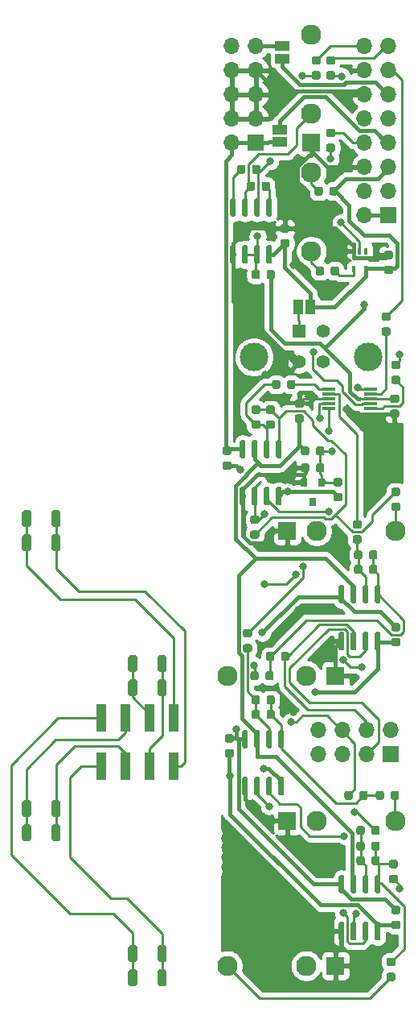
<source format=gbr>
%TF.GenerationSoftware,KiCad,Pcbnew,(5.1.6)-1*%
%TF.CreationDate,2021-03-13T16:13:42+00:00*%
%TF.ProjectId,expander,65787061-6e64-4657-922e-6b696361645f,rev?*%
%TF.SameCoordinates,Original*%
%TF.FileFunction,Copper,L1,Top*%
%TF.FilePolarity,Positive*%
%FSLAX46Y46*%
G04 Gerber Fmt 4.6, Leading zero omitted, Abs format (unit mm)*
G04 Created by KiCad (PCBNEW (5.1.6)-1) date 2021-03-13 16:13:42*
%MOMM*%
%LPD*%
G01*
G04 APERTURE LIST*
%TA.AperFunction,ComponentPad*%
%ADD10C,1.400000*%
%TD*%
%TA.AperFunction,ComponentPad*%
%ADD11C,3.000000*%
%TD*%
%TA.AperFunction,ComponentPad*%
%ADD12R,1.400000X1.400000*%
%TD*%
%TA.AperFunction,SMDPad,CuDef*%
%ADD13R,0.400000X0.650000*%
%TD*%
%TA.AperFunction,SMDPad,CuDef*%
%ADD14R,1.000000X3.000000*%
%TD*%
%TA.AperFunction,ComponentPad*%
%ADD15O,1.700000X1.700000*%
%TD*%
%TA.AperFunction,ComponentPad*%
%ADD16R,1.700000X1.700000*%
%TD*%
%TA.AperFunction,ComponentPad*%
%ADD17C,2.130000*%
%TD*%
%TA.AperFunction,ComponentPad*%
%ADD18R,1.930000X1.830000*%
%TD*%
%TA.AperFunction,ComponentPad*%
%ADD19R,1.830000X1.930000*%
%TD*%
%TA.AperFunction,SMDPad,CuDef*%
%ADD20R,1.000000X1.500000*%
%TD*%
%TA.AperFunction,SMDPad,CuDef*%
%ADD21R,1.400000X0.300000*%
%TD*%
%TA.AperFunction,SMDPad,CuDef*%
%ADD22R,0.800000X0.900000*%
%TD*%
%TA.AperFunction,SMDPad,CuDef*%
%ADD23R,1.500000X1.000000*%
%TD*%
%TA.AperFunction,ViaPad*%
%ADD24C,0.800000*%
%TD*%
%TA.AperFunction,Conductor*%
%ADD25C,0.254000*%
%TD*%
%TA.AperFunction,Conductor*%
%ADD26C,0.406400*%
%TD*%
%TA.AperFunction,Conductor*%
%ADD27C,0.228600*%
%TD*%
G04 APERTURE END LIST*
%TO.P,D8,2*%
%TO.N,Net-(D7-Pad1)*%
%TA.AperFunction,SMDPad,CuDef*%
G36*
G01*
X42223000Y-138480000D02*
X42223000Y-137110000D01*
G75*
G02*
X42413000Y-136920000I190000J0D01*
G01*
X42983000Y-136920000D01*
G75*
G02*
X43173000Y-137110000I0J-190000D01*
G01*
X43173000Y-138480000D01*
G75*
G02*
X42983000Y-138670000I-190000J0D01*
G01*
X42413000Y-138670000D01*
G75*
G02*
X42223000Y-138480000I0J190000D01*
G01*
G37*
%TD.AperFunction*%
%TO.P,D8,1*%
%TO.N,Net-(D7-Pad2)*%
%TA.AperFunction,SMDPad,CuDef*%
G36*
G01*
X39123000Y-138480000D02*
X39123000Y-137110000D01*
G75*
G02*
X39313000Y-136920000I190000J0D01*
G01*
X39883000Y-136920000D01*
G75*
G02*
X40073000Y-137110000I0J-190000D01*
G01*
X40073000Y-138480000D01*
G75*
G02*
X39883000Y-138670000I-190000J0D01*
G01*
X39313000Y-138670000D01*
G75*
G02*
X39123000Y-138480000I0J190000D01*
G01*
G37*
%TD.AperFunction*%
%TD*%
%TO.P,D7,2*%
%TO.N,Net-(D7-Pad2)*%
%TA.AperFunction,SMDPad,CuDef*%
G36*
G01*
X40073000Y-134570000D02*
X40073000Y-135940000D01*
G75*
G02*
X39883000Y-136130000I-190000J0D01*
G01*
X39313000Y-136130000D01*
G75*
G02*
X39123000Y-135940000I0J190000D01*
G01*
X39123000Y-134570000D01*
G75*
G02*
X39313000Y-134380000I190000J0D01*
G01*
X39883000Y-134380000D01*
G75*
G02*
X40073000Y-134570000I0J-190000D01*
G01*
G37*
%TD.AperFunction*%
%TO.P,D7,1*%
%TO.N,Net-(D7-Pad1)*%
%TA.AperFunction,SMDPad,CuDef*%
G36*
G01*
X43173000Y-134570000D02*
X43173000Y-135940000D01*
G75*
G02*
X42983000Y-136130000I-190000J0D01*
G01*
X42413000Y-136130000D01*
G75*
G02*
X42223000Y-135940000I0J190000D01*
G01*
X42223000Y-134570000D01*
G75*
G02*
X42413000Y-134380000I190000J0D01*
G01*
X42983000Y-134380000D01*
G75*
G02*
X43173000Y-134570000I0J-190000D01*
G01*
G37*
%TD.AperFunction*%
%TD*%
%TO.P,D6,2*%
%TO.N,Net-(D5-Pad1)*%
%TA.AperFunction,SMDPad,CuDef*%
G36*
G01*
X31047000Y-123240000D02*
X31047000Y-121870000D01*
G75*
G02*
X31237000Y-121680000I190000J0D01*
G01*
X31807000Y-121680000D01*
G75*
G02*
X31997000Y-121870000I0J-190000D01*
G01*
X31997000Y-123240000D01*
G75*
G02*
X31807000Y-123430000I-190000J0D01*
G01*
X31237000Y-123430000D01*
G75*
G02*
X31047000Y-123240000I0J190000D01*
G01*
G37*
%TD.AperFunction*%
%TO.P,D6,1*%
%TO.N,Net-(D5-Pad2)*%
%TA.AperFunction,SMDPad,CuDef*%
G36*
G01*
X27947000Y-123240000D02*
X27947000Y-121870000D01*
G75*
G02*
X28137000Y-121680000I190000J0D01*
G01*
X28707000Y-121680000D01*
G75*
G02*
X28897000Y-121870000I0J-190000D01*
G01*
X28897000Y-123240000D01*
G75*
G02*
X28707000Y-123430000I-190000J0D01*
G01*
X28137000Y-123430000D01*
G75*
G02*
X27947000Y-123240000I0J190000D01*
G01*
G37*
%TD.AperFunction*%
%TD*%
%TO.P,D5,2*%
%TO.N,Net-(D5-Pad2)*%
%TA.AperFunction,SMDPad,CuDef*%
G36*
G01*
X28897000Y-119330000D02*
X28897000Y-120700000D01*
G75*
G02*
X28707000Y-120890000I-190000J0D01*
G01*
X28137000Y-120890000D01*
G75*
G02*
X27947000Y-120700000I0J190000D01*
G01*
X27947000Y-119330000D01*
G75*
G02*
X28137000Y-119140000I190000J0D01*
G01*
X28707000Y-119140000D01*
G75*
G02*
X28897000Y-119330000I0J-190000D01*
G01*
G37*
%TD.AperFunction*%
%TO.P,D5,1*%
%TO.N,Net-(D5-Pad1)*%
%TA.AperFunction,SMDPad,CuDef*%
G36*
G01*
X31997000Y-119330000D02*
X31997000Y-120700000D01*
G75*
G02*
X31807000Y-120890000I-190000J0D01*
G01*
X31237000Y-120890000D01*
G75*
G02*
X31047000Y-120700000I0J190000D01*
G01*
X31047000Y-119330000D01*
G75*
G02*
X31237000Y-119140000I190000J0D01*
G01*
X31807000Y-119140000D01*
G75*
G02*
X31997000Y-119330000I0J-190000D01*
G01*
G37*
%TD.AperFunction*%
%TD*%
%TO.P,D4,2*%
%TO.N,Net-(D3-Pad1)*%
%TA.AperFunction,SMDPad,CuDef*%
G36*
G01*
X42223000Y-108000000D02*
X42223000Y-106630000D01*
G75*
G02*
X42413000Y-106440000I190000J0D01*
G01*
X42983000Y-106440000D01*
G75*
G02*
X43173000Y-106630000I0J-190000D01*
G01*
X43173000Y-108000000D01*
G75*
G02*
X42983000Y-108190000I-190000J0D01*
G01*
X42413000Y-108190000D01*
G75*
G02*
X42223000Y-108000000I0J190000D01*
G01*
G37*
%TD.AperFunction*%
%TO.P,D4,1*%
%TO.N,Net-(D3-Pad2)*%
%TA.AperFunction,SMDPad,CuDef*%
G36*
G01*
X39123000Y-108000000D02*
X39123000Y-106630000D01*
G75*
G02*
X39313000Y-106440000I190000J0D01*
G01*
X39883000Y-106440000D01*
G75*
G02*
X40073000Y-106630000I0J-190000D01*
G01*
X40073000Y-108000000D01*
G75*
G02*
X39883000Y-108190000I-190000J0D01*
G01*
X39313000Y-108190000D01*
G75*
G02*
X39123000Y-108000000I0J190000D01*
G01*
G37*
%TD.AperFunction*%
%TD*%
%TO.P,D3,2*%
%TO.N,Net-(D3-Pad2)*%
%TA.AperFunction,SMDPad,CuDef*%
G36*
G01*
X40073000Y-104090000D02*
X40073000Y-105460000D01*
G75*
G02*
X39883000Y-105650000I-190000J0D01*
G01*
X39313000Y-105650000D01*
G75*
G02*
X39123000Y-105460000I0J190000D01*
G01*
X39123000Y-104090000D01*
G75*
G02*
X39313000Y-103900000I190000J0D01*
G01*
X39883000Y-103900000D01*
G75*
G02*
X40073000Y-104090000I0J-190000D01*
G01*
G37*
%TD.AperFunction*%
%TO.P,D3,1*%
%TO.N,Net-(D3-Pad1)*%
%TA.AperFunction,SMDPad,CuDef*%
G36*
G01*
X43173000Y-104090000D02*
X43173000Y-105460000D01*
G75*
G02*
X42983000Y-105650000I-190000J0D01*
G01*
X42413000Y-105650000D01*
G75*
G02*
X42223000Y-105460000I0J190000D01*
G01*
X42223000Y-104090000D01*
G75*
G02*
X42413000Y-103900000I190000J0D01*
G01*
X42983000Y-103900000D01*
G75*
G02*
X43173000Y-104090000I0J-190000D01*
G01*
G37*
%TD.AperFunction*%
%TD*%
%TO.P,D2,2*%
%TO.N,Net-(D1-Pad1)*%
%TA.AperFunction,SMDPad,CuDef*%
G36*
G01*
X31047000Y-92760000D02*
X31047000Y-91390000D01*
G75*
G02*
X31237000Y-91200000I190000J0D01*
G01*
X31807000Y-91200000D01*
G75*
G02*
X31997000Y-91390000I0J-190000D01*
G01*
X31997000Y-92760000D01*
G75*
G02*
X31807000Y-92950000I-190000J0D01*
G01*
X31237000Y-92950000D01*
G75*
G02*
X31047000Y-92760000I0J190000D01*
G01*
G37*
%TD.AperFunction*%
%TO.P,D2,1*%
%TO.N,Net-(D1-Pad2)*%
%TA.AperFunction,SMDPad,CuDef*%
G36*
G01*
X27947000Y-92760000D02*
X27947000Y-91390000D01*
G75*
G02*
X28137000Y-91200000I190000J0D01*
G01*
X28707000Y-91200000D01*
G75*
G02*
X28897000Y-91390000I0J-190000D01*
G01*
X28897000Y-92760000D01*
G75*
G02*
X28707000Y-92950000I-190000J0D01*
G01*
X28137000Y-92950000D01*
G75*
G02*
X27947000Y-92760000I0J190000D01*
G01*
G37*
%TD.AperFunction*%
%TD*%
%TO.P,D1,2*%
%TO.N,Net-(D1-Pad2)*%
%TA.AperFunction,SMDPad,CuDef*%
G36*
G01*
X28897000Y-88850000D02*
X28897000Y-90220000D01*
G75*
G02*
X28707000Y-90410000I-190000J0D01*
G01*
X28137000Y-90410000D01*
G75*
G02*
X27947000Y-90220000I0J190000D01*
G01*
X27947000Y-88850000D01*
G75*
G02*
X28137000Y-88660000I190000J0D01*
G01*
X28707000Y-88660000D01*
G75*
G02*
X28897000Y-88850000I0J-190000D01*
G01*
G37*
%TD.AperFunction*%
%TO.P,D1,1*%
%TO.N,Net-(D1-Pad1)*%
%TA.AperFunction,SMDPad,CuDef*%
G36*
G01*
X31997000Y-88850000D02*
X31997000Y-90220000D01*
G75*
G02*
X31807000Y-90410000I-190000J0D01*
G01*
X31237000Y-90410000D01*
G75*
G02*
X31047000Y-90220000I0J190000D01*
G01*
X31047000Y-88850000D01*
G75*
G02*
X31237000Y-88660000I190000J0D01*
G01*
X31807000Y-88660000D01*
G75*
G02*
X31997000Y-88850000I0J-190000D01*
G01*
G37*
%TD.AperFunction*%
%TD*%
D10*
%TO.P,J9,2*%
%TO.N,DM*%
X59650000Y-69850000D03*
D11*
%TO.P,J9,6*%
%TO.N,Net-(J9-Pad6)*%
X64420000Y-72560000D03*
D12*
%TO.P,J9,1*%
%TO.N,Net-(J9-Pad1)*%
X57150000Y-69850000D03*
D10*
%TO.P,J9,3*%
%TO.N,DP*%
X59650000Y-73050000D03*
%TO.P,J9,4*%
%TO.N,GND*%
X57150000Y-73050000D03*
D11*
%TO.P,J9,5*%
%TO.N,Net-(J9-Pad5)*%
X52380000Y-72560000D03*
%TD*%
D13*
%TO.P,U2,5*%
%TO.N,+5V*%
X64150000Y-63307000D03*
%TO.P,U2,4*%
%TO.N,/_MIDIOUT*%
X62850000Y-63307000D03*
%TO.P,U2,2*%
%TO.N,TX*%
X63500000Y-61407000D03*
%TO.P,U2,3*%
%TO.N,GND*%
X62850000Y-61407000D03*
%TO.P,U2,1*%
%TO.N,Net-(U2-Pad1)*%
X64150000Y-61407000D03*
%TD*%
D14*
%TO.P,J11,8*%
%TO.N,Net-(D7-Pad2)*%
X36322000Y-110510000D03*
%TO.P,J11,7*%
%TO.N,Net-(D7-Pad1)*%
X36322000Y-115550000D03*
%TO.P,J11,6*%
%TO.N,Net-(D5-Pad2)*%
X38862000Y-110510000D03*
%TO.P,J11,5*%
%TO.N,Net-(D5-Pad1)*%
X38862000Y-115550000D03*
%TO.P,J11,4*%
%TO.N,Net-(D3-Pad2)*%
X41402000Y-110510000D03*
%TO.P,J11,3*%
%TO.N,Net-(D3-Pad1)*%
X41402000Y-115550000D03*
%TO.P,J11,2*%
%TO.N,Net-(D1-Pad2)*%
X43942000Y-110510000D03*
%TO.P,J11,1*%
%TO.N,Net-(D1-Pad1)*%
X43942000Y-115550000D03*
%TD*%
D15*
%TO.P,J10,8*%
%TO.N,N4*%
X59182000Y-111760000D03*
%TO.P,J10,7*%
%TO.N,P4*%
X59182000Y-114300000D03*
%TO.P,J10,6*%
%TO.N,N3*%
X61722000Y-111760000D03*
%TO.P,J10,5*%
%TO.N,P3*%
X61722000Y-114300000D03*
%TO.P,J10,4*%
%TO.N,N2*%
X64262000Y-111760000D03*
%TO.P,J10,3*%
%TO.N,P2*%
X64262000Y-114300000D03*
%TO.P,J10,2*%
%TO.N,N1*%
X66802000Y-111760000D03*
D16*
%TO.P,J10,1*%
%TO.N,P1*%
X66802000Y-114300000D03*
%TD*%
D17*
%TO.P,J3,T*%
%TO.N,/_MIDIIN1*%
X58420000Y-38638000D03*
D18*
%TO.P,J3,S*%
%TO.N,GND*%
X58420000Y-50038000D03*
D17*
%TO.P,J3,TN*%
%TO.N,/_MIDIIN2*%
X58420000Y-46938000D03*
%TD*%
%TO.P,J2,T*%
%TO.N,Net-(J2-PadT)*%
X58420000Y-61438000D03*
D18*
%TO.P,J2,S*%
%TO.N,GND*%
X58420000Y-50038000D03*
D17*
%TO.P,J2,TN*%
%TO.N,Net-(J2-PadTN)*%
X58420000Y-53138000D03*
%TD*%
%TO.P,J8,T*%
%TO.N,Net-(J8-PadT)*%
X67280000Y-90805000D03*
D19*
%TO.P,J8,S*%
%TO.N,GND*%
X55880000Y-90805000D03*
D17*
%TO.P,J8,TN*%
%TO.N,N/C*%
X58980000Y-90805000D03*
%TD*%
%TO.P,J7,T*%
%TO.N,Net-(J7-PadT)*%
X49560000Y-136525000D03*
D19*
%TO.P,J7,S*%
%TO.N,GND*%
X60960000Y-136525000D03*
D17*
%TO.P,J7,TN*%
%TO.N,N/C*%
X57860000Y-136525000D03*
%TD*%
%TO.P,J6,T*%
%TO.N,Net-(J6-PadT)*%
X67280000Y-121285000D03*
D19*
%TO.P,J6,S*%
%TO.N,GND*%
X55880000Y-121285000D03*
D17*
%TO.P,J6,TN*%
%TO.N,N/C*%
X58980000Y-121285000D03*
%TD*%
%TO.P,J5,T*%
%TO.N,Net-(J5-PadT)*%
X49560000Y-106045000D03*
D19*
%TO.P,J5,S*%
%TO.N,GND*%
X60960000Y-106045000D03*
D17*
%TO.P,J5,TN*%
%TO.N,N/C*%
X57860000Y-106045000D03*
%TD*%
%TO.P,R29,2*%
%TO.N,Net-(J2-PadT)*%
%TA.AperFunction,SMDPad,CuDef*%
G36*
G01*
X59746500Y-63243750D02*
X59746500Y-63756250D01*
G75*
G02*
X59527750Y-63975000I-218750J0D01*
G01*
X59090250Y-63975000D01*
G75*
G02*
X58871500Y-63756250I0J218750D01*
G01*
X58871500Y-63243750D01*
G75*
G02*
X59090250Y-63025000I218750J0D01*
G01*
X59527750Y-63025000D01*
G75*
G02*
X59746500Y-63243750I0J-218750D01*
G01*
G37*
%TD.AperFunction*%
%TO.P,R29,1*%
%TO.N,/_MIDIOUT*%
%TA.AperFunction,SMDPad,CuDef*%
G36*
G01*
X61321500Y-63243750D02*
X61321500Y-63756250D01*
G75*
G02*
X61102750Y-63975000I-218750J0D01*
G01*
X60665250Y-63975000D01*
G75*
G02*
X60446500Y-63756250I0J218750D01*
G01*
X60446500Y-63243750D01*
G75*
G02*
X60665250Y-63025000I218750J0D01*
G01*
X61102750Y-63025000D01*
G75*
G02*
X61321500Y-63243750I0J-218750D01*
G01*
G37*
%TD.AperFunction*%
%TD*%
D20*
%TO.P,JP3,1*%
%TO.N,Net-(J9-Pad1)*%
X57008000Y-67310000D03*
%TO.P,JP3,2*%
%TO.N,+5V*%
X58308000Y-67310000D03*
%TD*%
%TO.P,U8,8*%
%TO.N,+12V*%
%TA.AperFunction,SMDPad,CuDef*%
G36*
G01*
X54841000Y-86209000D02*
X55141000Y-86209000D01*
G75*
G02*
X55291000Y-86359000I0J-150000D01*
G01*
X55291000Y-88009000D01*
G75*
G02*
X55141000Y-88159000I-150000J0D01*
G01*
X54841000Y-88159000D01*
G75*
G02*
X54691000Y-88009000I0J150000D01*
G01*
X54691000Y-86359000D01*
G75*
G02*
X54841000Y-86209000I150000J0D01*
G01*
G37*
%TD.AperFunction*%
%TO.P,U8,7*%
%TO.N,P1*%
%TA.AperFunction,SMDPad,CuDef*%
G36*
G01*
X53571000Y-86209000D02*
X53871000Y-86209000D01*
G75*
G02*
X54021000Y-86359000I0J-150000D01*
G01*
X54021000Y-88009000D01*
G75*
G02*
X53871000Y-88159000I-150000J0D01*
G01*
X53571000Y-88159000D01*
G75*
G02*
X53421000Y-88009000I0J150000D01*
G01*
X53421000Y-86359000D01*
G75*
G02*
X53571000Y-86209000I150000J0D01*
G01*
G37*
%TD.AperFunction*%
%TO.P,U8,6*%
%TO.N,N1*%
%TA.AperFunction,SMDPad,CuDef*%
G36*
G01*
X52301000Y-86209000D02*
X52601000Y-86209000D01*
G75*
G02*
X52751000Y-86359000I0J-150000D01*
G01*
X52751000Y-88009000D01*
G75*
G02*
X52601000Y-88159000I-150000J0D01*
G01*
X52301000Y-88159000D01*
G75*
G02*
X52151000Y-88009000I0J150000D01*
G01*
X52151000Y-86359000D01*
G75*
G02*
X52301000Y-86209000I150000J0D01*
G01*
G37*
%TD.AperFunction*%
%TO.P,U8,5*%
%TO.N,GND*%
%TA.AperFunction,SMDPad,CuDef*%
G36*
G01*
X51031000Y-86209000D02*
X51331000Y-86209000D01*
G75*
G02*
X51481000Y-86359000I0J-150000D01*
G01*
X51481000Y-88009000D01*
G75*
G02*
X51331000Y-88159000I-150000J0D01*
G01*
X51031000Y-88159000D01*
G75*
G02*
X50881000Y-88009000I0J150000D01*
G01*
X50881000Y-86359000D01*
G75*
G02*
X51031000Y-86209000I150000J0D01*
G01*
G37*
%TD.AperFunction*%
%TO.P,U8,4*%
%TO.N,-12V*%
%TA.AperFunction,SMDPad,CuDef*%
G36*
G01*
X51031000Y-81259000D02*
X51331000Y-81259000D01*
G75*
G02*
X51481000Y-81409000I0J-150000D01*
G01*
X51481000Y-83059000D01*
G75*
G02*
X51331000Y-83209000I-150000J0D01*
G01*
X51031000Y-83209000D01*
G75*
G02*
X50881000Y-83059000I0J150000D01*
G01*
X50881000Y-81409000D01*
G75*
G02*
X51031000Y-81259000I150000J0D01*
G01*
G37*
%TD.AperFunction*%
%TO.P,U8,3*%
%TO.N,VREF*%
%TA.AperFunction,SMDPad,CuDef*%
G36*
G01*
X52301000Y-81259000D02*
X52601000Y-81259000D01*
G75*
G02*
X52751000Y-81409000I0J-150000D01*
G01*
X52751000Y-83059000D01*
G75*
G02*
X52601000Y-83209000I-150000J0D01*
G01*
X52301000Y-83209000D01*
G75*
G02*
X52151000Y-83059000I0J150000D01*
G01*
X52151000Y-81409000D01*
G75*
G02*
X52301000Y-81259000I150000J0D01*
G01*
G37*
%TD.AperFunction*%
%TO.P,U8,2*%
%TO.N,Net-(C13-Pad2)*%
%TA.AperFunction,SMDPad,CuDef*%
G36*
G01*
X53571000Y-81259000D02*
X53871000Y-81259000D01*
G75*
G02*
X54021000Y-81409000I0J-150000D01*
G01*
X54021000Y-83059000D01*
G75*
G02*
X53871000Y-83209000I-150000J0D01*
G01*
X53571000Y-83209000D01*
G75*
G02*
X53421000Y-83059000I0J150000D01*
G01*
X53421000Y-81409000D01*
G75*
G02*
X53571000Y-81259000I150000J0D01*
G01*
G37*
%TD.AperFunction*%
%TO.P,U8,1*%
%TO.N,Net-(C13-Pad1)*%
%TA.AperFunction,SMDPad,CuDef*%
G36*
G01*
X54841000Y-81259000D02*
X55141000Y-81259000D01*
G75*
G02*
X55291000Y-81409000I0J-150000D01*
G01*
X55291000Y-83059000D01*
G75*
G02*
X55141000Y-83209000I-150000J0D01*
G01*
X54841000Y-83209000D01*
G75*
G02*
X54691000Y-83059000I0J150000D01*
G01*
X54691000Y-81409000D01*
G75*
G02*
X54841000Y-81259000I150000J0D01*
G01*
G37*
%TD.AperFunction*%
%TD*%
%TO.P,U7,8*%
%TO.N,+12V*%
%TA.AperFunction,SMDPad,CuDef*%
G36*
G01*
X65255000Y-131929000D02*
X65555000Y-131929000D01*
G75*
G02*
X65705000Y-132079000I0J-150000D01*
G01*
X65705000Y-133729000D01*
G75*
G02*
X65555000Y-133879000I-150000J0D01*
G01*
X65255000Y-133879000D01*
G75*
G02*
X65105000Y-133729000I0J150000D01*
G01*
X65105000Y-132079000D01*
G75*
G02*
X65255000Y-131929000I150000J0D01*
G01*
G37*
%TD.AperFunction*%
%TO.P,U7,7*%
%TO.N,P4*%
%TA.AperFunction,SMDPad,CuDef*%
G36*
G01*
X63985000Y-131929000D02*
X64285000Y-131929000D01*
G75*
G02*
X64435000Y-132079000I0J-150000D01*
G01*
X64435000Y-133729000D01*
G75*
G02*
X64285000Y-133879000I-150000J0D01*
G01*
X63985000Y-133879000D01*
G75*
G02*
X63835000Y-133729000I0J150000D01*
G01*
X63835000Y-132079000D01*
G75*
G02*
X63985000Y-131929000I150000J0D01*
G01*
G37*
%TD.AperFunction*%
%TO.P,U7,6*%
%TO.N,N4*%
%TA.AperFunction,SMDPad,CuDef*%
G36*
G01*
X62715000Y-131929000D02*
X63015000Y-131929000D01*
G75*
G02*
X63165000Y-132079000I0J-150000D01*
G01*
X63165000Y-133729000D01*
G75*
G02*
X63015000Y-133879000I-150000J0D01*
G01*
X62715000Y-133879000D01*
G75*
G02*
X62565000Y-133729000I0J150000D01*
G01*
X62565000Y-132079000D01*
G75*
G02*
X62715000Y-131929000I150000J0D01*
G01*
G37*
%TD.AperFunction*%
%TO.P,U7,5*%
%TO.N,GND*%
%TA.AperFunction,SMDPad,CuDef*%
G36*
G01*
X61445000Y-131929000D02*
X61745000Y-131929000D01*
G75*
G02*
X61895000Y-132079000I0J-150000D01*
G01*
X61895000Y-133729000D01*
G75*
G02*
X61745000Y-133879000I-150000J0D01*
G01*
X61445000Y-133879000D01*
G75*
G02*
X61295000Y-133729000I0J150000D01*
G01*
X61295000Y-132079000D01*
G75*
G02*
X61445000Y-131929000I150000J0D01*
G01*
G37*
%TD.AperFunction*%
%TO.P,U7,4*%
%TO.N,-12V*%
%TA.AperFunction,SMDPad,CuDef*%
G36*
G01*
X61445000Y-126979000D02*
X61745000Y-126979000D01*
G75*
G02*
X61895000Y-127129000I0J-150000D01*
G01*
X61895000Y-128779000D01*
G75*
G02*
X61745000Y-128929000I-150000J0D01*
G01*
X61445000Y-128929000D01*
G75*
G02*
X61295000Y-128779000I0J150000D01*
G01*
X61295000Y-127129000D01*
G75*
G02*
X61445000Y-126979000I150000J0D01*
G01*
G37*
%TD.AperFunction*%
%TO.P,U7,3*%
%TO.N,VREF*%
%TA.AperFunction,SMDPad,CuDef*%
G36*
G01*
X62715000Y-126979000D02*
X63015000Y-126979000D01*
G75*
G02*
X63165000Y-127129000I0J-150000D01*
G01*
X63165000Y-128779000D01*
G75*
G02*
X63015000Y-128929000I-150000J0D01*
G01*
X62715000Y-128929000D01*
G75*
G02*
X62565000Y-128779000I0J150000D01*
G01*
X62565000Y-127129000D01*
G75*
G02*
X62715000Y-126979000I150000J0D01*
G01*
G37*
%TD.AperFunction*%
%TO.P,U7,2*%
%TO.N,Net-(C12-Pad2)*%
%TA.AperFunction,SMDPad,CuDef*%
G36*
G01*
X63985000Y-126979000D02*
X64285000Y-126979000D01*
G75*
G02*
X64435000Y-127129000I0J-150000D01*
G01*
X64435000Y-128779000D01*
G75*
G02*
X64285000Y-128929000I-150000J0D01*
G01*
X63985000Y-128929000D01*
G75*
G02*
X63835000Y-128779000I0J150000D01*
G01*
X63835000Y-127129000D01*
G75*
G02*
X63985000Y-126979000I150000J0D01*
G01*
G37*
%TD.AperFunction*%
%TO.P,U7,1*%
%TO.N,Net-(C12-Pad1)*%
%TA.AperFunction,SMDPad,CuDef*%
G36*
G01*
X65255000Y-126979000D02*
X65555000Y-126979000D01*
G75*
G02*
X65705000Y-127129000I0J-150000D01*
G01*
X65705000Y-128779000D01*
G75*
G02*
X65555000Y-128929000I-150000J0D01*
G01*
X65255000Y-128929000D01*
G75*
G02*
X65105000Y-128779000I0J150000D01*
G01*
X65105000Y-127129000D01*
G75*
G02*
X65255000Y-126979000I150000J0D01*
G01*
G37*
%TD.AperFunction*%
%TD*%
%TO.P,U6,8*%
%TO.N,+12V*%
%TA.AperFunction,SMDPad,CuDef*%
G36*
G01*
X55095000Y-116689000D02*
X55395000Y-116689000D01*
G75*
G02*
X55545000Y-116839000I0J-150000D01*
G01*
X55545000Y-118489000D01*
G75*
G02*
X55395000Y-118639000I-150000J0D01*
G01*
X55095000Y-118639000D01*
G75*
G02*
X54945000Y-118489000I0J150000D01*
G01*
X54945000Y-116839000D01*
G75*
G02*
X55095000Y-116689000I150000J0D01*
G01*
G37*
%TD.AperFunction*%
%TO.P,U6,7*%
%TO.N,P3*%
%TA.AperFunction,SMDPad,CuDef*%
G36*
G01*
X53825000Y-116689000D02*
X54125000Y-116689000D01*
G75*
G02*
X54275000Y-116839000I0J-150000D01*
G01*
X54275000Y-118489000D01*
G75*
G02*
X54125000Y-118639000I-150000J0D01*
G01*
X53825000Y-118639000D01*
G75*
G02*
X53675000Y-118489000I0J150000D01*
G01*
X53675000Y-116839000D01*
G75*
G02*
X53825000Y-116689000I150000J0D01*
G01*
G37*
%TD.AperFunction*%
%TO.P,U6,6*%
%TO.N,N3*%
%TA.AperFunction,SMDPad,CuDef*%
G36*
G01*
X52555000Y-116689000D02*
X52855000Y-116689000D01*
G75*
G02*
X53005000Y-116839000I0J-150000D01*
G01*
X53005000Y-118489000D01*
G75*
G02*
X52855000Y-118639000I-150000J0D01*
G01*
X52555000Y-118639000D01*
G75*
G02*
X52405000Y-118489000I0J150000D01*
G01*
X52405000Y-116839000D01*
G75*
G02*
X52555000Y-116689000I150000J0D01*
G01*
G37*
%TD.AperFunction*%
%TO.P,U6,5*%
%TO.N,GND*%
%TA.AperFunction,SMDPad,CuDef*%
G36*
G01*
X51285000Y-116689000D02*
X51585000Y-116689000D01*
G75*
G02*
X51735000Y-116839000I0J-150000D01*
G01*
X51735000Y-118489000D01*
G75*
G02*
X51585000Y-118639000I-150000J0D01*
G01*
X51285000Y-118639000D01*
G75*
G02*
X51135000Y-118489000I0J150000D01*
G01*
X51135000Y-116839000D01*
G75*
G02*
X51285000Y-116689000I150000J0D01*
G01*
G37*
%TD.AperFunction*%
%TO.P,U6,4*%
%TO.N,-12V*%
%TA.AperFunction,SMDPad,CuDef*%
G36*
G01*
X51285000Y-111739000D02*
X51585000Y-111739000D01*
G75*
G02*
X51735000Y-111889000I0J-150000D01*
G01*
X51735000Y-113539000D01*
G75*
G02*
X51585000Y-113689000I-150000J0D01*
G01*
X51285000Y-113689000D01*
G75*
G02*
X51135000Y-113539000I0J150000D01*
G01*
X51135000Y-111889000D01*
G75*
G02*
X51285000Y-111739000I150000J0D01*
G01*
G37*
%TD.AperFunction*%
%TO.P,U6,3*%
%TO.N,VREF*%
%TA.AperFunction,SMDPad,CuDef*%
G36*
G01*
X52555000Y-111739000D02*
X52855000Y-111739000D01*
G75*
G02*
X53005000Y-111889000I0J-150000D01*
G01*
X53005000Y-113539000D01*
G75*
G02*
X52855000Y-113689000I-150000J0D01*
G01*
X52555000Y-113689000D01*
G75*
G02*
X52405000Y-113539000I0J150000D01*
G01*
X52405000Y-111889000D01*
G75*
G02*
X52555000Y-111739000I150000J0D01*
G01*
G37*
%TD.AperFunction*%
%TO.P,U6,2*%
%TO.N,Net-(C11-Pad2)*%
%TA.AperFunction,SMDPad,CuDef*%
G36*
G01*
X53825000Y-111739000D02*
X54125000Y-111739000D01*
G75*
G02*
X54275000Y-111889000I0J-150000D01*
G01*
X54275000Y-113539000D01*
G75*
G02*
X54125000Y-113689000I-150000J0D01*
G01*
X53825000Y-113689000D01*
G75*
G02*
X53675000Y-113539000I0J150000D01*
G01*
X53675000Y-111889000D01*
G75*
G02*
X53825000Y-111739000I150000J0D01*
G01*
G37*
%TD.AperFunction*%
%TO.P,U6,1*%
%TO.N,Net-(C11-Pad1)*%
%TA.AperFunction,SMDPad,CuDef*%
G36*
G01*
X55095000Y-111739000D02*
X55395000Y-111739000D01*
G75*
G02*
X55545000Y-111889000I0J-150000D01*
G01*
X55545000Y-113539000D01*
G75*
G02*
X55395000Y-113689000I-150000J0D01*
G01*
X55095000Y-113689000D01*
G75*
G02*
X54945000Y-113539000I0J150000D01*
G01*
X54945000Y-111889000D01*
G75*
G02*
X55095000Y-111739000I150000J0D01*
G01*
G37*
%TD.AperFunction*%
%TD*%
%TO.P,U5,8*%
%TO.N,+12V*%
%TA.AperFunction,SMDPad,CuDef*%
G36*
G01*
X65255000Y-101449000D02*
X65555000Y-101449000D01*
G75*
G02*
X65705000Y-101599000I0J-150000D01*
G01*
X65705000Y-103249000D01*
G75*
G02*
X65555000Y-103399000I-150000J0D01*
G01*
X65255000Y-103399000D01*
G75*
G02*
X65105000Y-103249000I0J150000D01*
G01*
X65105000Y-101599000D01*
G75*
G02*
X65255000Y-101449000I150000J0D01*
G01*
G37*
%TD.AperFunction*%
%TO.P,U5,7*%
%TO.N,P2*%
%TA.AperFunction,SMDPad,CuDef*%
G36*
G01*
X63985000Y-101449000D02*
X64285000Y-101449000D01*
G75*
G02*
X64435000Y-101599000I0J-150000D01*
G01*
X64435000Y-103249000D01*
G75*
G02*
X64285000Y-103399000I-150000J0D01*
G01*
X63985000Y-103399000D01*
G75*
G02*
X63835000Y-103249000I0J150000D01*
G01*
X63835000Y-101599000D01*
G75*
G02*
X63985000Y-101449000I150000J0D01*
G01*
G37*
%TD.AperFunction*%
%TO.P,U5,6*%
%TO.N,N2*%
%TA.AperFunction,SMDPad,CuDef*%
G36*
G01*
X62715000Y-101449000D02*
X63015000Y-101449000D01*
G75*
G02*
X63165000Y-101599000I0J-150000D01*
G01*
X63165000Y-103249000D01*
G75*
G02*
X63015000Y-103399000I-150000J0D01*
G01*
X62715000Y-103399000D01*
G75*
G02*
X62565000Y-103249000I0J150000D01*
G01*
X62565000Y-101599000D01*
G75*
G02*
X62715000Y-101449000I150000J0D01*
G01*
G37*
%TD.AperFunction*%
%TO.P,U5,5*%
%TO.N,GND*%
%TA.AperFunction,SMDPad,CuDef*%
G36*
G01*
X61445000Y-101449000D02*
X61745000Y-101449000D01*
G75*
G02*
X61895000Y-101599000I0J-150000D01*
G01*
X61895000Y-103249000D01*
G75*
G02*
X61745000Y-103399000I-150000J0D01*
G01*
X61445000Y-103399000D01*
G75*
G02*
X61295000Y-103249000I0J150000D01*
G01*
X61295000Y-101599000D01*
G75*
G02*
X61445000Y-101449000I150000J0D01*
G01*
G37*
%TD.AperFunction*%
%TO.P,U5,4*%
%TO.N,-12V*%
%TA.AperFunction,SMDPad,CuDef*%
G36*
G01*
X61445000Y-96499000D02*
X61745000Y-96499000D01*
G75*
G02*
X61895000Y-96649000I0J-150000D01*
G01*
X61895000Y-98299000D01*
G75*
G02*
X61745000Y-98449000I-150000J0D01*
G01*
X61445000Y-98449000D01*
G75*
G02*
X61295000Y-98299000I0J150000D01*
G01*
X61295000Y-96649000D01*
G75*
G02*
X61445000Y-96499000I150000J0D01*
G01*
G37*
%TD.AperFunction*%
%TO.P,U5,3*%
%TO.N,VREF*%
%TA.AperFunction,SMDPad,CuDef*%
G36*
G01*
X62715000Y-96499000D02*
X63015000Y-96499000D01*
G75*
G02*
X63165000Y-96649000I0J-150000D01*
G01*
X63165000Y-98299000D01*
G75*
G02*
X63015000Y-98449000I-150000J0D01*
G01*
X62715000Y-98449000D01*
G75*
G02*
X62565000Y-98299000I0J150000D01*
G01*
X62565000Y-96649000D01*
G75*
G02*
X62715000Y-96499000I150000J0D01*
G01*
G37*
%TD.AperFunction*%
%TO.P,U5,2*%
%TO.N,Net-(C10-Pad2)*%
%TA.AperFunction,SMDPad,CuDef*%
G36*
G01*
X63985000Y-96499000D02*
X64285000Y-96499000D01*
G75*
G02*
X64435000Y-96649000I0J-150000D01*
G01*
X64435000Y-98299000D01*
G75*
G02*
X64285000Y-98449000I-150000J0D01*
G01*
X63985000Y-98449000D01*
G75*
G02*
X63835000Y-98299000I0J150000D01*
G01*
X63835000Y-96649000D01*
G75*
G02*
X63985000Y-96499000I150000J0D01*
G01*
G37*
%TD.AperFunction*%
%TO.P,U5,1*%
%TO.N,Net-(C10-Pad1)*%
%TA.AperFunction,SMDPad,CuDef*%
G36*
G01*
X65255000Y-96499000D02*
X65555000Y-96499000D01*
G75*
G02*
X65705000Y-96649000I0J-150000D01*
G01*
X65705000Y-98299000D01*
G75*
G02*
X65555000Y-98449000I-150000J0D01*
G01*
X65255000Y-98449000D01*
G75*
G02*
X65105000Y-98299000I0J150000D01*
G01*
X65105000Y-96649000D01*
G75*
G02*
X65255000Y-96499000I150000J0D01*
G01*
G37*
%TD.AperFunction*%
%TD*%
D21*
%TO.P,U4,10*%
%TO.N,Net-(C1-Pad2)*%
X64684000Y-75962000D03*
%TO.P,U4,9*%
%TO.N,CS*%
X64684000Y-76462000D03*
%TO.P,U4,8*%
%TO.N,+3V3*%
X64684000Y-76962000D03*
%TO.P,U4,7*%
%TO.N,MOSI*%
X64684000Y-77462000D03*
%TO.P,U4,6*%
%TO.N,CLK*%
X64684000Y-77962000D03*
%TO.P,U4,5*%
%TO.N,DACY*%
X60284000Y-77962000D03*
%TO.P,U4,4*%
%TO.N,DACX*%
X60284000Y-77462000D03*
%TO.P,U4,3*%
%TO.N,GND*%
X60284000Y-76962000D03*
%TO.P,U4,2*%
%TO.N,DACB*%
X60284000Y-76462000D03*
%TO.P,U4,1*%
%TO.N,DACA*%
X60284000Y-75962000D03*
%TD*%
%TO.P,U3,8*%
%TO.N,+5V*%
%TA.AperFunction,SMDPad,CuDef*%
G36*
G01*
X53825000Y-60809000D02*
X54125000Y-60809000D01*
G75*
G02*
X54275000Y-60959000I0J-150000D01*
G01*
X54275000Y-62609000D01*
G75*
G02*
X54125000Y-62759000I-150000J0D01*
G01*
X53825000Y-62759000D01*
G75*
G02*
X53675000Y-62609000I0J150000D01*
G01*
X53675000Y-60959000D01*
G75*
G02*
X53825000Y-60809000I150000J0D01*
G01*
G37*
%TD.AperFunction*%
%TO.P,U3,7*%
%TO.N,RX*%
%TA.AperFunction,SMDPad,CuDef*%
G36*
G01*
X52555000Y-60809000D02*
X52855000Y-60809000D01*
G75*
G02*
X53005000Y-60959000I0J-150000D01*
G01*
X53005000Y-62609000D01*
G75*
G02*
X52855000Y-62759000I-150000J0D01*
G01*
X52555000Y-62759000D01*
G75*
G02*
X52405000Y-62609000I0J150000D01*
G01*
X52405000Y-60959000D01*
G75*
G02*
X52555000Y-60809000I150000J0D01*
G01*
G37*
%TD.AperFunction*%
%TO.P,U3,6*%
%TA.AperFunction,SMDPad,CuDef*%
G36*
G01*
X51285000Y-60809000D02*
X51585000Y-60809000D01*
G75*
G02*
X51735000Y-60959000I0J-150000D01*
G01*
X51735000Y-62609000D01*
G75*
G02*
X51585000Y-62759000I-150000J0D01*
G01*
X51285000Y-62759000D01*
G75*
G02*
X51135000Y-62609000I0J150000D01*
G01*
X51135000Y-60959000D01*
G75*
G02*
X51285000Y-60809000I150000J0D01*
G01*
G37*
%TD.AperFunction*%
%TO.P,U3,5*%
%TO.N,GND*%
%TA.AperFunction,SMDPad,CuDef*%
G36*
G01*
X50015000Y-60809000D02*
X50315000Y-60809000D01*
G75*
G02*
X50465000Y-60959000I0J-150000D01*
G01*
X50465000Y-62609000D01*
G75*
G02*
X50315000Y-62759000I-150000J0D01*
G01*
X50015000Y-62759000D01*
G75*
G02*
X49865000Y-62609000I0J150000D01*
G01*
X49865000Y-60959000D01*
G75*
G02*
X50015000Y-60809000I150000J0D01*
G01*
G37*
%TD.AperFunction*%
%TO.P,U3,4*%
%TO.N,Net-(R3-Pad2)*%
%TA.AperFunction,SMDPad,CuDef*%
G36*
G01*
X50015000Y-55859000D02*
X50315000Y-55859000D01*
G75*
G02*
X50465000Y-56009000I0J-150000D01*
G01*
X50465000Y-57659000D01*
G75*
G02*
X50315000Y-57809000I-150000J0D01*
G01*
X50015000Y-57809000D01*
G75*
G02*
X49865000Y-57659000I0J150000D01*
G01*
X49865000Y-56009000D01*
G75*
G02*
X50015000Y-55859000I150000J0D01*
G01*
G37*
%TD.AperFunction*%
%TO.P,U3,3*%
%TO.N,/_MIDIIN2*%
%TA.AperFunction,SMDPad,CuDef*%
G36*
G01*
X51285000Y-55859000D02*
X51585000Y-55859000D01*
G75*
G02*
X51735000Y-56009000I0J-150000D01*
G01*
X51735000Y-57659000D01*
G75*
G02*
X51585000Y-57809000I-150000J0D01*
G01*
X51285000Y-57809000D01*
G75*
G02*
X51135000Y-57659000I0J150000D01*
G01*
X51135000Y-56009000D01*
G75*
G02*
X51285000Y-55859000I150000J0D01*
G01*
G37*
%TD.AperFunction*%
%TO.P,U3,2*%
%TO.N,/_MIDIIN1*%
%TA.AperFunction,SMDPad,CuDef*%
G36*
G01*
X52555000Y-55859000D02*
X52855000Y-55859000D01*
G75*
G02*
X53005000Y-56009000I0J-150000D01*
G01*
X53005000Y-57659000D01*
G75*
G02*
X52855000Y-57809000I-150000J0D01*
G01*
X52555000Y-57809000D01*
G75*
G02*
X52405000Y-57659000I0J150000D01*
G01*
X52405000Y-56009000D01*
G75*
G02*
X52555000Y-55859000I150000J0D01*
G01*
G37*
%TD.AperFunction*%
%TO.P,U3,1*%
%TO.N,Net-(R2-Pad2)*%
%TA.AperFunction,SMDPad,CuDef*%
G36*
G01*
X53825000Y-55859000D02*
X54125000Y-55859000D01*
G75*
G02*
X54275000Y-56009000I0J-150000D01*
G01*
X54275000Y-57659000D01*
G75*
G02*
X54125000Y-57809000I-150000J0D01*
G01*
X53825000Y-57809000D01*
G75*
G02*
X53675000Y-57659000I0J150000D01*
G01*
X53675000Y-56009000D01*
G75*
G02*
X53825000Y-55859000I150000J0D01*
G01*
G37*
%TD.AperFunction*%
%TD*%
D22*
%TO.P,U1,3*%
%TO.N,N/C*%
X58547000Y-87741000D03*
%TO.P,U1,2*%
%TO.N,GND*%
X57597000Y-85741000D03*
%TO.P,U1,1*%
%TO.N,Net-(C1-Pad2)*%
X59497000Y-85741000D03*
%TD*%
%TO.P,R28,2*%
%TO.N,Net-(C13-Pad1)*%
%TA.AperFunction,SMDPad,CuDef*%
G36*
G01*
X52194750Y-90774000D02*
X52707250Y-90774000D01*
G75*
G02*
X52926000Y-90992750I0J-218750D01*
G01*
X52926000Y-91430250D01*
G75*
G02*
X52707250Y-91649000I-218750J0D01*
G01*
X52194750Y-91649000D01*
G75*
G02*
X51976000Y-91430250I0J218750D01*
G01*
X51976000Y-90992750D01*
G75*
G02*
X52194750Y-90774000I218750J0D01*
G01*
G37*
%TD.AperFunction*%
%TO.P,R28,1*%
%TO.N,N1*%
%TA.AperFunction,SMDPad,CuDef*%
G36*
G01*
X52194750Y-89199000D02*
X52707250Y-89199000D01*
G75*
G02*
X52926000Y-89417750I0J-218750D01*
G01*
X52926000Y-89855250D01*
G75*
G02*
X52707250Y-90074000I-218750J0D01*
G01*
X52194750Y-90074000D01*
G75*
G02*
X51976000Y-89855250I0J218750D01*
G01*
X51976000Y-89417750D01*
G75*
G02*
X52194750Y-89199000I218750J0D01*
G01*
G37*
%TD.AperFunction*%
%TD*%
%TO.P,R27,1*%
%TO.N,N4*%
%TA.AperFunction,SMDPad,CuDef*%
G36*
G01*
X67312250Y-127844000D02*
X66799750Y-127844000D01*
G75*
G02*
X66581000Y-127625250I0J218750D01*
G01*
X66581000Y-127187750D01*
G75*
G02*
X66799750Y-126969000I218750J0D01*
G01*
X67312250Y-126969000D01*
G75*
G02*
X67531000Y-127187750I0J-218750D01*
G01*
X67531000Y-127625250D01*
G75*
G02*
X67312250Y-127844000I-218750J0D01*
G01*
G37*
%TD.AperFunction*%
%TO.P,R27,2*%
%TO.N,Net-(C12-Pad1)*%
%TA.AperFunction,SMDPad,CuDef*%
G36*
G01*
X67312250Y-126269000D02*
X66799750Y-126269000D01*
G75*
G02*
X66581000Y-126050250I0J218750D01*
G01*
X66581000Y-125612750D01*
G75*
G02*
X66799750Y-125394000I218750J0D01*
G01*
X67312250Y-125394000D01*
G75*
G02*
X67531000Y-125612750I0J-218750D01*
G01*
X67531000Y-126050250D01*
G75*
G02*
X67312250Y-126269000I-218750J0D01*
G01*
G37*
%TD.AperFunction*%
%TD*%
%TO.P,R26,2*%
%TO.N,Net-(C11-Pad1)*%
%TA.AperFunction,SMDPad,CuDef*%
G36*
G01*
X63469000Y-118874250D02*
X63469000Y-118361750D01*
G75*
G02*
X63687750Y-118143000I218750J0D01*
G01*
X64125250Y-118143000D01*
G75*
G02*
X64344000Y-118361750I0J-218750D01*
G01*
X64344000Y-118874250D01*
G75*
G02*
X64125250Y-119093000I-218750J0D01*
G01*
X63687750Y-119093000D01*
G75*
G02*
X63469000Y-118874250I0J218750D01*
G01*
G37*
%TD.AperFunction*%
%TO.P,R26,1*%
%TO.N,N3*%
%TA.AperFunction,SMDPad,CuDef*%
G36*
G01*
X61894000Y-118874250D02*
X61894000Y-118361750D01*
G75*
G02*
X62112750Y-118143000I218750J0D01*
G01*
X62550250Y-118143000D01*
G75*
G02*
X62769000Y-118361750I0J-218750D01*
G01*
X62769000Y-118874250D01*
G75*
G02*
X62550250Y-119093000I-218750J0D01*
G01*
X62112750Y-119093000D01*
G75*
G02*
X61894000Y-118874250I0J218750D01*
G01*
G37*
%TD.AperFunction*%
%TD*%
%TO.P,R25,2*%
%TO.N,Net-(C10-Pad1)*%
%TA.AperFunction,SMDPad,CuDef*%
G36*
G01*
X54514000Y-103756750D02*
X54514000Y-104269250D01*
G75*
G02*
X54295250Y-104488000I-218750J0D01*
G01*
X53857750Y-104488000D01*
G75*
G02*
X53639000Y-104269250I0J218750D01*
G01*
X53639000Y-103756750D01*
G75*
G02*
X53857750Y-103538000I218750J0D01*
G01*
X54295250Y-103538000D01*
G75*
G02*
X54514000Y-103756750I0J-218750D01*
G01*
G37*
%TD.AperFunction*%
%TO.P,R25,1*%
%TO.N,N2*%
%TA.AperFunction,SMDPad,CuDef*%
G36*
G01*
X56089000Y-103756750D02*
X56089000Y-104269250D01*
G75*
G02*
X55870250Y-104488000I-218750J0D01*
G01*
X55432750Y-104488000D01*
G75*
G02*
X55214000Y-104269250I0J218750D01*
G01*
X55214000Y-103756750D01*
G75*
G02*
X55432750Y-103538000I218750J0D01*
G01*
X55870250Y-103538000D01*
G75*
G02*
X56089000Y-103756750I0J-218750D01*
G01*
G37*
%TD.AperFunction*%
%TD*%
%TO.P,R24,2*%
%TO.N,Net-(C13-Pad1)*%
%TA.AperFunction,SMDPad,CuDef*%
G36*
G01*
X67566250Y-87153000D02*
X67053750Y-87153000D01*
G75*
G02*
X66835000Y-86934250I0J218750D01*
G01*
X66835000Y-86496750D01*
G75*
G02*
X67053750Y-86278000I218750J0D01*
G01*
X67566250Y-86278000D01*
G75*
G02*
X67785000Y-86496750I0J-218750D01*
G01*
X67785000Y-86934250D01*
G75*
G02*
X67566250Y-87153000I-218750J0D01*
G01*
G37*
%TD.AperFunction*%
%TO.P,R24,1*%
%TO.N,Net-(J8-PadT)*%
%TA.AperFunction,SMDPad,CuDef*%
G36*
G01*
X67566250Y-88728000D02*
X67053750Y-88728000D01*
G75*
G02*
X66835000Y-88509250I0J218750D01*
G01*
X66835000Y-88071750D01*
G75*
G02*
X67053750Y-87853000I218750J0D01*
G01*
X67566250Y-87853000D01*
G75*
G02*
X67785000Y-88071750I0J-218750D01*
G01*
X67785000Y-88509250D01*
G75*
G02*
X67566250Y-88728000I-218750J0D01*
G01*
G37*
%TD.AperFunction*%
%TD*%
%TO.P,R23,2*%
%TO.N,Net-(C12-Pad1)*%
%TA.AperFunction,SMDPad,CuDef*%
G36*
G01*
X67058250Y-136556000D02*
X66545750Y-136556000D01*
G75*
G02*
X66327000Y-136337250I0J218750D01*
G01*
X66327000Y-135899750D01*
G75*
G02*
X66545750Y-135681000I218750J0D01*
G01*
X67058250Y-135681000D01*
G75*
G02*
X67277000Y-135899750I0J-218750D01*
G01*
X67277000Y-136337250D01*
G75*
G02*
X67058250Y-136556000I-218750J0D01*
G01*
G37*
%TD.AperFunction*%
%TO.P,R23,1*%
%TO.N,Net-(J7-PadT)*%
%TA.AperFunction,SMDPad,CuDef*%
G36*
G01*
X67058250Y-138131000D02*
X66545750Y-138131000D01*
G75*
G02*
X66327000Y-137912250I0J218750D01*
G01*
X66327000Y-137474750D01*
G75*
G02*
X66545750Y-137256000I218750J0D01*
G01*
X67058250Y-137256000D01*
G75*
G02*
X67277000Y-137474750I0J-218750D01*
G01*
X67277000Y-137912250D01*
G75*
G02*
X67058250Y-138131000I-218750J0D01*
G01*
G37*
%TD.AperFunction*%
%TD*%
%TO.P,R22,2*%
%TO.N,Net-(C11-Pad1)*%
%TA.AperFunction,SMDPad,CuDef*%
G36*
G01*
X66071000Y-118361750D02*
X66071000Y-118874250D01*
G75*
G02*
X65852250Y-119093000I-218750J0D01*
G01*
X65414750Y-119093000D01*
G75*
G02*
X65196000Y-118874250I0J218750D01*
G01*
X65196000Y-118361750D01*
G75*
G02*
X65414750Y-118143000I218750J0D01*
G01*
X65852250Y-118143000D01*
G75*
G02*
X66071000Y-118361750I0J-218750D01*
G01*
G37*
%TD.AperFunction*%
%TO.P,R22,1*%
%TO.N,Net-(J6-PadT)*%
%TA.AperFunction,SMDPad,CuDef*%
G36*
G01*
X67646000Y-118361750D02*
X67646000Y-118874250D01*
G75*
G02*
X67427250Y-119093000I-218750J0D01*
G01*
X66989750Y-119093000D01*
G75*
G02*
X66771000Y-118874250I0J218750D01*
G01*
X66771000Y-118361750D01*
G75*
G02*
X66989750Y-118143000I218750J0D01*
G01*
X67427250Y-118143000D01*
G75*
G02*
X67646000Y-118361750I0J-218750D01*
G01*
G37*
%TD.AperFunction*%
%TD*%
%TO.P,R21,2*%
%TO.N,Net-(C10-Pad1)*%
%TA.AperFunction,SMDPad,CuDef*%
G36*
G01*
X53563000Y-106301250D02*
X53563000Y-105788750D01*
G75*
G02*
X53781750Y-105570000I218750J0D01*
G01*
X54219250Y-105570000D01*
G75*
G02*
X54438000Y-105788750I0J-218750D01*
G01*
X54438000Y-106301250D01*
G75*
G02*
X54219250Y-106520000I-218750J0D01*
G01*
X53781750Y-106520000D01*
G75*
G02*
X53563000Y-106301250I0J218750D01*
G01*
G37*
%TD.AperFunction*%
%TO.P,R21,1*%
%TO.N,Net-(J5-PadT)*%
%TA.AperFunction,SMDPad,CuDef*%
G36*
G01*
X51988000Y-106301250D02*
X51988000Y-105788750D01*
G75*
G02*
X52206750Y-105570000I218750J0D01*
G01*
X52644250Y-105570000D01*
G75*
G02*
X52863000Y-105788750I0J-218750D01*
G01*
X52863000Y-106301250D01*
G75*
G02*
X52644250Y-106520000I-218750J0D01*
G01*
X52206750Y-106520000D01*
G75*
G02*
X51988000Y-106301250I0J218750D01*
G01*
G37*
%TD.AperFunction*%
%TD*%
%TO.P,R20,2*%
%TO.N,Net-(C13-Pad2)*%
%TA.AperFunction,SMDPad,CuDef*%
G36*
G01*
X53845750Y-79217000D02*
X54358250Y-79217000D01*
G75*
G02*
X54577000Y-79435750I0J-218750D01*
G01*
X54577000Y-79873250D01*
G75*
G02*
X54358250Y-80092000I-218750J0D01*
G01*
X53845750Y-80092000D01*
G75*
G02*
X53627000Y-79873250I0J218750D01*
G01*
X53627000Y-79435750D01*
G75*
G02*
X53845750Y-79217000I218750J0D01*
G01*
G37*
%TD.AperFunction*%
%TO.P,R20,1*%
%TO.N,Net-(C13-Pad1)*%
%TA.AperFunction,SMDPad,CuDef*%
G36*
G01*
X53845750Y-77642000D02*
X54358250Y-77642000D01*
G75*
G02*
X54577000Y-77860750I0J-218750D01*
G01*
X54577000Y-78298250D01*
G75*
G02*
X54358250Y-78517000I-218750J0D01*
G01*
X53845750Y-78517000D01*
G75*
G02*
X53627000Y-78298250I0J218750D01*
G01*
X53627000Y-77860750D01*
G75*
G02*
X53845750Y-77642000I218750J0D01*
G01*
G37*
%TD.AperFunction*%
%TD*%
%TO.P,R19,2*%
%TO.N,Net-(C12-Pad2)*%
%TA.AperFunction,SMDPad,CuDef*%
G36*
G01*
X64039000Y-125219750D02*
X64039000Y-125732250D01*
G75*
G02*
X63820250Y-125951000I-218750J0D01*
G01*
X63382750Y-125951000D01*
G75*
G02*
X63164000Y-125732250I0J218750D01*
G01*
X63164000Y-125219750D01*
G75*
G02*
X63382750Y-125001000I218750J0D01*
G01*
X63820250Y-125001000D01*
G75*
G02*
X64039000Y-125219750I0J-218750D01*
G01*
G37*
%TD.AperFunction*%
%TO.P,R19,1*%
%TO.N,Net-(C12-Pad1)*%
%TA.AperFunction,SMDPad,CuDef*%
G36*
G01*
X65614000Y-125219750D02*
X65614000Y-125732250D01*
G75*
G02*
X65395250Y-125951000I-218750J0D01*
G01*
X64957750Y-125951000D01*
G75*
G02*
X64739000Y-125732250I0J218750D01*
G01*
X64739000Y-125219750D01*
G75*
G02*
X64957750Y-125001000I218750J0D01*
G01*
X65395250Y-125001000D01*
G75*
G02*
X65614000Y-125219750I0J-218750D01*
G01*
G37*
%TD.AperFunction*%
%TD*%
%TO.P,R18,2*%
%TO.N,Net-(C11-Pad2)*%
%TA.AperFunction,SMDPad,CuDef*%
G36*
G01*
X52990000Y-108328750D02*
X52990000Y-108841250D01*
G75*
G02*
X52771250Y-109060000I-218750J0D01*
G01*
X52333750Y-109060000D01*
G75*
G02*
X52115000Y-108841250I0J218750D01*
G01*
X52115000Y-108328750D01*
G75*
G02*
X52333750Y-108110000I218750J0D01*
G01*
X52771250Y-108110000D01*
G75*
G02*
X52990000Y-108328750I0J-218750D01*
G01*
G37*
%TD.AperFunction*%
%TO.P,R18,1*%
%TO.N,Net-(C11-Pad1)*%
%TA.AperFunction,SMDPad,CuDef*%
G36*
G01*
X54565000Y-108328750D02*
X54565000Y-108841250D01*
G75*
G02*
X54346250Y-109060000I-218750J0D01*
G01*
X53908750Y-109060000D01*
G75*
G02*
X53690000Y-108841250I0J218750D01*
G01*
X53690000Y-108328750D01*
G75*
G02*
X53908750Y-108110000I218750J0D01*
G01*
X54346250Y-108110000D01*
G75*
G02*
X54565000Y-108328750I0J-218750D01*
G01*
G37*
%TD.AperFunction*%
%TD*%
%TO.P,R17,2*%
%TO.N,Net-(C10-Pad2)*%
%TA.AperFunction,SMDPad,CuDef*%
G36*
G01*
X63785000Y-94612750D02*
X63785000Y-95125250D01*
G75*
G02*
X63566250Y-95344000I-218750J0D01*
G01*
X63128750Y-95344000D01*
G75*
G02*
X62910000Y-95125250I0J218750D01*
G01*
X62910000Y-94612750D01*
G75*
G02*
X63128750Y-94394000I218750J0D01*
G01*
X63566250Y-94394000D01*
G75*
G02*
X63785000Y-94612750I0J-218750D01*
G01*
G37*
%TD.AperFunction*%
%TO.P,R17,1*%
%TO.N,Net-(C10-Pad1)*%
%TA.AperFunction,SMDPad,CuDef*%
G36*
G01*
X65360000Y-94612750D02*
X65360000Y-95125250D01*
G75*
G02*
X65141250Y-95344000I-218750J0D01*
G01*
X64703750Y-95344000D01*
G75*
G02*
X64485000Y-95125250I0J218750D01*
G01*
X64485000Y-94612750D01*
G75*
G02*
X64703750Y-94394000I218750J0D01*
G01*
X65141250Y-94394000D01*
G75*
G02*
X65360000Y-94612750I0J-218750D01*
G01*
G37*
%TD.AperFunction*%
%TD*%
%TO.P,R16,2*%
%TO.N,DACA*%
%TA.AperFunction,SMDPad,CuDef*%
G36*
G01*
X55849000Y-75694250D02*
X55849000Y-75181750D01*
G75*
G02*
X56067750Y-74963000I218750J0D01*
G01*
X56505250Y-74963000D01*
G75*
G02*
X56724000Y-75181750I0J-218750D01*
G01*
X56724000Y-75694250D01*
G75*
G02*
X56505250Y-75913000I-218750J0D01*
G01*
X56067750Y-75913000D01*
G75*
G02*
X55849000Y-75694250I0J218750D01*
G01*
G37*
%TD.AperFunction*%
%TO.P,R16,1*%
%TO.N,Net-(C13-Pad2)*%
%TA.AperFunction,SMDPad,CuDef*%
G36*
G01*
X54274000Y-75694250D02*
X54274000Y-75181750D01*
G75*
G02*
X54492750Y-74963000I218750J0D01*
G01*
X54930250Y-74963000D01*
G75*
G02*
X55149000Y-75181750I0J-218750D01*
G01*
X55149000Y-75694250D01*
G75*
G02*
X54930250Y-75913000I-218750J0D01*
G01*
X54492750Y-75913000D01*
G75*
G02*
X54274000Y-75694250I0J218750D01*
G01*
G37*
%TD.AperFunction*%
%TD*%
%TO.P,R15,2*%
%TO.N,DACY*%
%TA.AperFunction,SMDPad,CuDef*%
G36*
G01*
X64739000Y-122557250D02*
X64739000Y-122044750D01*
G75*
G02*
X64957750Y-121826000I218750J0D01*
G01*
X65395250Y-121826000D01*
G75*
G02*
X65614000Y-122044750I0J-218750D01*
G01*
X65614000Y-122557250D01*
G75*
G02*
X65395250Y-122776000I-218750J0D01*
G01*
X64957750Y-122776000D01*
G75*
G02*
X64739000Y-122557250I0J218750D01*
G01*
G37*
%TD.AperFunction*%
%TO.P,R15,1*%
%TO.N,Net-(C12-Pad2)*%
%TA.AperFunction,SMDPad,CuDef*%
G36*
G01*
X63164000Y-122557250D02*
X63164000Y-122044750D01*
G75*
G02*
X63382750Y-121826000I218750J0D01*
G01*
X63820250Y-121826000D01*
G75*
G02*
X64039000Y-122044750I0J-218750D01*
G01*
X64039000Y-122557250D01*
G75*
G02*
X63820250Y-122776000I-218750J0D01*
G01*
X63382750Y-122776000D01*
G75*
G02*
X63164000Y-122557250I0J218750D01*
G01*
G37*
%TD.AperFunction*%
%TD*%
%TO.P,R14,2*%
%TO.N,DACX*%
%TA.AperFunction,SMDPad,CuDef*%
G36*
G01*
X51945250Y-102012000D02*
X51432750Y-102012000D01*
G75*
G02*
X51214000Y-101793250I0J218750D01*
G01*
X51214000Y-101355750D01*
G75*
G02*
X51432750Y-101137000I218750J0D01*
G01*
X51945250Y-101137000D01*
G75*
G02*
X52164000Y-101355750I0J-218750D01*
G01*
X52164000Y-101793250D01*
G75*
G02*
X51945250Y-102012000I-218750J0D01*
G01*
G37*
%TD.AperFunction*%
%TO.P,R14,1*%
%TO.N,Net-(C11-Pad2)*%
%TA.AperFunction,SMDPad,CuDef*%
G36*
G01*
X51945250Y-103587000D02*
X51432750Y-103587000D01*
G75*
G02*
X51214000Y-103368250I0J218750D01*
G01*
X51214000Y-102930750D01*
G75*
G02*
X51432750Y-102712000I218750J0D01*
G01*
X51945250Y-102712000D01*
G75*
G02*
X52164000Y-102930750I0J-218750D01*
G01*
X52164000Y-103368250D01*
G75*
G02*
X51945250Y-103587000I-218750J0D01*
G01*
G37*
%TD.AperFunction*%
%TD*%
%TO.P,R13,2*%
%TO.N,DACB*%
%TA.AperFunction,SMDPad,CuDef*%
G36*
G01*
X63502250Y-90582000D02*
X62989750Y-90582000D01*
G75*
G02*
X62771000Y-90363250I0J218750D01*
G01*
X62771000Y-89925750D01*
G75*
G02*
X62989750Y-89707000I218750J0D01*
G01*
X63502250Y-89707000D01*
G75*
G02*
X63721000Y-89925750I0J-218750D01*
G01*
X63721000Y-90363250D01*
G75*
G02*
X63502250Y-90582000I-218750J0D01*
G01*
G37*
%TD.AperFunction*%
%TO.P,R13,1*%
%TO.N,Net-(C10-Pad2)*%
%TA.AperFunction,SMDPad,CuDef*%
G36*
G01*
X63502250Y-92157000D02*
X62989750Y-92157000D01*
G75*
G02*
X62771000Y-91938250I0J218750D01*
G01*
X62771000Y-91500750D01*
G75*
G02*
X62989750Y-91282000I218750J0D01*
G01*
X63502250Y-91282000D01*
G75*
G02*
X63721000Y-91500750I0J-218750D01*
G01*
X63721000Y-91938250D01*
G75*
G02*
X63502250Y-92157000I-218750J0D01*
G01*
G37*
%TD.AperFunction*%
%TD*%
%TO.P,R12,2*%
%TO.N,CLK*%
%TA.AperFunction,SMDPad,CuDef*%
G36*
G01*
X67053750Y-74518000D02*
X67566250Y-74518000D01*
G75*
G02*
X67785000Y-74736750I0J-218750D01*
G01*
X67785000Y-75174250D01*
G75*
G02*
X67566250Y-75393000I-218750J0D01*
G01*
X67053750Y-75393000D01*
G75*
G02*
X66835000Y-75174250I0J218750D01*
G01*
X66835000Y-74736750D01*
G75*
G02*
X67053750Y-74518000I218750J0D01*
G01*
G37*
%TD.AperFunction*%
%TO.P,R12,1*%
%TO.N,Net-(J1-Pad9)*%
%TA.AperFunction,SMDPad,CuDef*%
G36*
G01*
X67053750Y-72943000D02*
X67566250Y-72943000D01*
G75*
G02*
X67785000Y-73161750I0J-218750D01*
G01*
X67785000Y-73599250D01*
G75*
G02*
X67566250Y-73818000I-218750J0D01*
G01*
X67053750Y-73818000D01*
G75*
G02*
X66835000Y-73599250I0J218750D01*
G01*
X66835000Y-73161750D01*
G75*
G02*
X67053750Y-72943000I218750J0D01*
G01*
G37*
%TD.AperFunction*%
%TD*%
%TO.P,R11,2*%
%TO.N,CS*%
%TA.AperFunction,SMDPad,CuDef*%
G36*
G01*
X66037750Y-69438000D02*
X66550250Y-69438000D01*
G75*
G02*
X66769000Y-69656750I0J-218750D01*
G01*
X66769000Y-70094250D01*
G75*
G02*
X66550250Y-70313000I-218750J0D01*
G01*
X66037750Y-70313000D01*
G75*
G02*
X65819000Y-70094250I0J218750D01*
G01*
X65819000Y-69656750D01*
G75*
G02*
X66037750Y-69438000I218750J0D01*
G01*
G37*
%TD.AperFunction*%
%TO.P,R11,1*%
%TO.N,Net-(J1-Pad13)*%
%TA.AperFunction,SMDPad,CuDef*%
G36*
G01*
X66037750Y-67863000D02*
X66550250Y-67863000D01*
G75*
G02*
X66769000Y-68081750I0J-218750D01*
G01*
X66769000Y-68519250D01*
G75*
G02*
X66550250Y-68738000I-218750J0D01*
G01*
X66037750Y-68738000D01*
G75*
G02*
X65819000Y-68519250I0J218750D01*
G01*
X65819000Y-68081750D01*
G75*
G02*
X66037750Y-67863000I218750J0D01*
G01*
G37*
%TD.AperFunction*%
%TD*%
%TO.P,R10,2*%
%TO.N,TX*%
%TA.AperFunction,SMDPad,CuDef*%
G36*
G01*
X60195750Y-42514000D02*
X60708250Y-42514000D01*
G75*
G02*
X60927000Y-42732750I0J-218750D01*
G01*
X60927000Y-43170250D01*
G75*
G02*
X60708250Y-43389000I-218750J0D01*
G01*
X60195750Y-43389000D01*
G75*
G02*
X59977000Y-43170250I0J218750D01*
G01*
X59977000Y-42732750D01*
G75*
G02*
X60195750Y-42514000I218750J0D01*
G01*
G37*
%TD.AperFunction*%
%TO.P,R10,1*%
%TO.N,Net-(J1-Pad15)*%
%TA.AperFunction,SMDPad,CuDef*%
G36*
G01*
X60195750Y-40939000D02*
X60708250Y-40939000D01*
G75*
G02*
X60927000Y-41157750I0J-218750D01*
G01*
X60927000Y-41595250D01*
G75*
G02*
X60708250Y-41814000I-218750J0D01*
G01*
X60195750Y-41814000D01*
G75*
G02*
X59977000Y-41595250I0J218750D01*
G01*
X59977000Y-41157750D01*
G75*
G02*
X60195750Y-40939000I218750J0D01*
G01*
G37*
%TD.AperFunction*%
%TD*%
%TO.P,R9,2*%
%TO.N,Net-(J2-PadTN)*%
%TA.AperFunction,SMDPad,CuDef*%
G36*
G01*
X59620000Y-54861750D02*
X59620000Y-55374250D01*
G75*
G02*
X59401250Y-55593000I-218750J0D01*
G01*
X58963750Y-55593000D01*
G75*
G02*
X58745000Y-55374250I0J218750D01*
G01*
X58745000Y-54861750D01*
G75*
G02*
X58963750Y-54643000I218750J0D01*
G01*
X59401250Y-54643000D01*
G75*
G02*
X59620000Y-54861750I0J-218750D01*
G01*
G37*
%TD.AperFunction*%
%TO.P,R9,1*%
%TO.N,+5V*%
%TA.AperFunction,SMDPad,CuDef*%
G36*
G01*
X61195000Y-54861750D02*
X61195000Y-55374250D01*
G75*
G02*
X60976250Y-55593000I-218750J0D01*
G01*
X60538750Y-55593000D01*
G75*
G02*
X60320000Y-55374250I0J218750D01*
G01*
X60320000Y-54861750D01*
G75*
G02*
X60538750Y-54643000I218750J0D01*
G01*
X60976250Y-54643000D01*
G75*
G02*
X61195000Y-54861750I0J-218750D01*
G01*
G37*
%TD.AperFunction*%
%TD*%
%TO.P,R8,2*%
%TO.N,Net-(J1-Pad8)*%
%TA.AperFunction,SMDPad,CuDef*%
G36*
G01*
X60708250Y-49434000D02*
X60195750Y-49434000D01*
G75*
G02*
X59977000Y-49215250I0J218750D01*
G01*
X59977000Y-48777750D01*
G75*
G02*
X60195750Y-48559000I218750J0D01*
G01*
X60708250Y-48559000D01*
G75*
G02*
X60927000Y-48777750I0J-218750D01*
G01*
X60927000Y-49215250D01*
G75*
G02*
X60708250Y-49434000I-218750J0D01*
G01*
G37*
%TD.AperFunction*%
%TO.P,R8,1*%
%TO.N,MOSI*%
%TA.AperFunction,SMDPad,CuDef*%
G36*
G01*
X60708250Y-51009000D02*
X60195750Y-51009000D01*
G75*
G02*
X59977000Y-50790250I0J218750D01*
G01*
X59977000Y-50352750D01*
G75*
G02*
X60195750Y-50134000I218750J0D01*
G01*
X60708250Y-50134000D01*
G75*
G02*
X60927000Y-50352750I0J-218750D01*
G01*
X60927000Y-50790250D01*
G75*
G02*
X60708250Y-51009000I-218750J0D01*
G01*
G37*
%TD.AperFunction*%
%TD*%
%TO.P,R7,2*%
%TO.N,Net-(J1-Pad16)*%
%TA.AperFunction,SMDPad,CuDef*%
G36*
G01*
X59184250Y-41814000D02*
X58671750Y-41814000D01*
G75*
G02*
X58453000Y-41595250I0J218750D01*
G01*
X58453000Y-41157750D01*
G75*
G02*
X58671750Y-40939000I218750J0D01*
G01*
X59184250Y-40939000D01*
G75*
G02*
X59403000Y-41157750I0J-218750D01*
G01*
X59403000Y-41595250D01*
G75*
G02*
X59184250Y-41814000I-218750J0D01*
G01*
G37*
%TD.AperFunction*%
%TO.P,R7,1*%
%TO.N,RX*%
%TA.AperFunction,SMDPad,CuDef*%
G36*
G01*
X59184250Y-43389000D02*
X58671750Y-43389000D01*
G75*
G02*
X58453000Y-43170250I0J218750D01*
G01*
X58453000Y-42732750D01*
G75*
G02*
X58671750Y-42514000I218750J0D01*
G01*
X59184250Y-42514000D01*
G75*
G02*
X59403000Y-42732750I0J-218750D01*
G01*
X59403000Y-43170250D01*
G75*
G02*
X59184250Y-43389000I-218750J0D01*
G01*
G37*
%TD.AperFunction*%
%TD*%
%TO.P,R6,2*%
%TO.N,+3V3*%
%TA.AperFunction,SMDPad,CuDef*%
G36*
G01*
X53690000Y-64137250D02*
X53690000Y-63624750D01*
G75*
G02*
X53908750Y-63406000I218750J0D01*
G01*
X54346250Y-63406000D01*
G75*
G02*
X54565000Y-63624750I0J-218750D01*
G01*
X54565000Y-64137250D01*
G75*
G02*
X54346250Y-64356000I-218750J0D01*
G01*
X53908750Y-64356000D01*
G75*
G02*
X53690000Y-64137250I0J218750D01*
G01*
G37*
%TD.AperFunction*%
%TO.P,R6,1*%
%TO.N,RX*%
%TA.AperFunction,SMDPad,CuDef*%
G36*
G01*
X52115000Y-64137250D02*
X52115000Y-63624750D01*
G75*
G02*
X52333750Y-63406000I218750J0D01*
G01*
X52771250Y-63406000D01*
G75*
G02*
X52990000Y-63624750I0J-218750D01*
G01*
X52990000Y-64137250D01*
G75*
G02*
X52771250Y-64356000I-218750J0D01*
G01*
X52333750Y-64356000D01*
G75*
G02*
X52115000Y-64137250I0J218750D01*
G01*
G37*
%TD.AperFunction*%
%TD*%
%TO.P,R5,2*%
%TO.N,VREF*%
%TA.AperFunction,SMDPad,CuDef*%
G36*
G01*
X56893750Y-78582000D02*
X57406250Y-78582000D01*
G75*
G02*
X57625000Y-78800750I0J-218750D01*
G01*
X57625000Y-79238250D01*
G75*
G02*
X57406250Y-79457000I-218750J0D01*
G01*
X56893750Y-79457000D01*
G75*
G02*
X56675000Y-79238250I0J218750D01*
G01*
X56675000Y-78800750D01*
G75*
G02*
X56893750Y-78582000I218750J0D01*
G01*
G37*
%TD.AperFunction*%
%TO.P,R5,1*%
%TO.N,GND*%
%TA.AperFunction,SMDPad,CuDef*%
G36*
G01*
X56893750Y-77007000D02*
X57406250Y-77007000D01*
G75*
G02*
X57625000Y-77225750I0J-218750D01*
G01*
X57625000Y-77663250D01*
G75*
G02*
X57406250Y-77882000I-218750J0D01*
G01*
X56893750Y-77882000D01*
G75*
G02*
X56675000Y-77663250I0J218750D01*
G01*
X56675000Y-77225750D01*
G75*
G02*
X56893750Y-77007000I218750J0D01*
G01*
G37*
%TD.AperFunction*%
%TD*%
%TO.P,R4,2*%
%TO.N,Net-(C1-Pad2)*%
%TA.AperFunction,SMDPad,CuDef*%
G36*
G01*
X58897000Y-82679250D02*
X58897000Y-82166750D01*
G75*
G02*
X59115750Y-81948000I218750J0D01*
G01*
X59553250Y-81948000D01*
G75*
G02*
X59772000Y-82166750I0J-218750D01*
G01*
X59772000Y-82679250D01*
G75*
G02*
X59553250Y-82898000I-218750J0D01*
G01*
X59115750Y-82898000D01*
G75*
G02*
X58897000Y-82679250I0J218750D01*
G01*
G37*
%TD.AperFunction*%
%TO.P,R4,1*%
%TO.N,VREF*%
%TA.AperFunction,SMDPad,CuDef*%
G36*
G01*
X57322000Y-82679250D02*
X57322000Y-82166750D01*
G75*
G02*
X57540750Y-81948000I218750J0D01*
G01*
X57978250Y-81948000D01*
G75*
G02*
X58197000Y-82166750I0J-218750D01*
G01*
X58197000Y-82679250D01*
G75*
G02*
X57978250Y-82898000I-218750J0D01*
G01*
X57540750Y-82898000D01*
G75*
G02*
X57322000Y-82679250I0J218750D01*
G01*
G37*
%TD.AperFunction*%
%TD*%
%TO.P,R3,2*%
%TO.N,Net-(R3-Pad2)*%
%TA.AperFunction,SMDPad,CuDef*%
G36*
G01*
X51466000Y-52575750D02*
X51466000Y-53088250D01*
G75*
G02*
X51247250Y-53307000I-218750J0D01*
G01*
X50809750Y-53307000D01*
G75*
G02*
X50591000Y-53088250I0J218750D01*
G01*
X50591000Y-52575750D01*
G75*
G02*
X50809750Y-52357000I218750J0D01*
G01*
X51247250Y-52357000D01*
G75*
G02*
X51466000Y-52575750I0J-218750D01*
G01*
G37*
%TD.AperFunction*%
%TO.P,R3,1*%
%TO.N,/_MIDIIN1*%
%TA.AperFunction,SMDPad,CuDef*%
G36*
G01*
X53041000Y-52575750D02*
X53041000Y-53088250D01*
G75*
G02*
X52822250Y-53307000I-218750J0D01*
G01*
X52384750Y-53307000D01*
G75*
G02*
X52166000Y-53088250I0J218750D01*
G01*
X52166000Y-52575750D01*
G75*
G02*
X52384750Y-52357000I218750J0D01*
G01*
X52822250Y-52357000D01*
G75*
G02*
X53041000Y-52575750I0J-218750D01*
G01*
G37*
%TD.AperFunction*%
%TD*%
%TO.P,R2,2*%
%TO.N,Net-(R2-Pad2)*%
%TA.AperFunction,SMDPad,CuDef*%
G36*
G01*
X53182000Y-54866250D02*
X53182000Y-54353750D01*
G75*
G02*
X53400750Y-54135000I218750J0D01*
G01*
X53838250Y-54135000D01*
G75*
G02*
X54057000Y-54353750I0J-218750D01*
G01*
X54057000Y-54866250D01*
G75*
G02*
X53838250Y-55085000I-218750J0D01*
G01*
X53400750Y-55085000D01*
G75*
G02*
X53182000Y-54866250I0J218750D01*
G01*
G37*
%TD.AperFunction*%
%TO.P,R2,1*%
%TO.N,/_MIDIIN2*%
%TA.AperFunction,SMDPad,CuDef*%
G36*
G01*
X51607000Y-54866250D02*
X51607000Y-54353750D01*
G75*
G02*
X51825750Y-54135000I218750J0D01*
G01*
X52263250Y-54135000D01*
G75*
G02*
X52482000Y-54353750I0J-218750D01*
G01*
X52482000Y-54866250D01*
G75*
G02*
X52263250Y-55085000I-218750J0D01*
G01*
X51825750Y-55085000D01*
G75*
G02*
X51607000Y-54866250I0J218750D01*
G01*
G37*
%TD.AperFunction*%
%TD*%
%TO.P,R1,2*%
%TO.N,Net-(C1-Pad2)*%
%TA.AperFunction,SMDPad,CuDef*%
G36*
G01*
X61470250Y-86137000D02*
X60957750Y-86137000D01*
G75*
G02*
X60739000Y-85918250I0J218750D01*
G01*
X60739000Y-85480750D01*
G75*
G02*
X60957750Y-85262000I218750J0D01*
G01*
X61470250Y-85262000D01*
G75*
G02*
X61689000Y-85480750I0J-218750D01*
G01*
X61689000Y-85918250D01*
G75*
G02*
X61470250Y-86137000I-218750J0D01*
G01*
G37*
%TD.AperFunction*%
%TO.P,R1,1*%
%TO.N,+12V*%
%TA.AperFunction,SMDPad,CuDef*%
G36*
G01*
X61470250Y-87712000D02*
X60957750Y-87712000D01*
G75*
G02*
X60739000Y-87493250I0J218750D01*
G01*
X60739000Y-87055750D01*
G75*
G02*
X60957750Y-86837000I218750J0D01*
G01*
X61470250Y-86837000D01*
G75*
G02*
X61689000Y-87055750I0J-218750D01*
G01*
X61689000Y-87493250D01*
G75*
G02*
X61470250Y-87712000I-218750J0D01*
G01*
G37*
%TD.AperFunction*%
%TD*%
D23*
%TO.P,JP2,1*%
%TO.N,-12VB*%
X55118000Y-48626000D03*
%TO.P,JP2,2*%
%TO.N,-12V*%
X55118000Y-49926000D03*
%TD*%
%TO.P,JP1,1*%
%TO.N,+12VB*%
X55372000Y-41178000D03*
%TO.P,JP1,2*%
%TO.N,+12V*%
X55372000Y-39878000D03*
%TD*%
D15*
%TO.P,J4,10*%
%TO.N,+12V*%
X50038000Y-39878000D03*
%TO.P,J4,9*%
X52578000Y-39878000D03*
%TO.P,J4,8*%
%TO.N,GND*%
X50038000Y-42418000D03*
%TO.P,J4,7*%
X52578000Y-42418000D03*
%TO.P,J4,6*%
X50038000Y-44958000D03*
%TO.P,J4,5*%
X52578000Y-44958000D03*
%TO.P,J4,4*%
X50038000Y-47498000D03*
%TO.P,J4,3*%
X52578000Y-47498000D03*
%TO.P,J4,2*%
%TO.N,-12V*%
X50038000Y-50038000D03*
D16*
%TO.P,J4,1*%
X52578000Y-50038000D03*
%TD*%
D15*
%TO.P,J1,16*%
%TO.N,Net-(J1-Pad16)*%
X64008000Y-39878000D03*
%TO.P,J1,15*%
%TO.N,Net-(J1-Pad15)*%
X66548000Y-39878000D03*
%TO.P,J1,14*%
%TO.N,GND*%
X64008000Y-42418000D03*
%TO.P,J1,13*%
%TO.N,Net-(J1-Pad13)*%
X66548000Y-42418000D03*
%TO.P,J1,12*%
%TO.N,GND*%
X64008000Y-44958000D03*
%TO.P,J1,11*%
%TO.N,+12VB*%
X66548000Y-44958000D03*
%TO.P,J1,10*%
%TO.N,MISO*%
X64008000Y-47498000D03*
%TO.P,J1,9*%
%TO.N,Net-(J1-Pad9)*%
X66548000Y-47498000D03*
%TO.P,J1,8*%
%TO.N,Net-(J1-Pad8)*%
X64008000Y-50038000D03*
%TO.P,J1,7*%
%TO.N,-12VB*%
X66548000Y-50038000D03*
%TO.P,J1,6*%
%TO.N,GND*%
X64008000Y-52578000D03*
%TO.P,J1,5*%
%TO.N,+5V*%
X66548000Y-52578000D03*
%TO.P,J1,4*%
%TO.N,DM*%
X64008000Y-55118000D03*
%TO.P,J1,3*%
%TO.N,DP*%
X66548000Y-55118000D03*
%TO.P,J1,2*%
%TO.N,+3V3*%
X64008000Y-57658000D03*
D16*
%TO.P,J1,1*%
X66548000Y-57658000D03*
%TD*%
%TO.P,C13,2*%
%TO.N,Net-(C13-Pad2)*%
%TA.AperFunction,SMDPad,CuDef*%
G36*
G01*
X52321750Y-79217000D02*
X52834250Y-79217000D01*
G75*
G02*
X53053000Y-79435750I0J-218750D01*
G01*
X53053000Y-79873250D01*
G75*
G02*
X52834250Y-80092000I-218750J0D01*
G01*
X52321750Y-80092000D01*
G75*
G02*
X52103000Y-79873250I0J218750D01*
G01*
X52103000Y-79435750D01*
G75*
G02*
X52321750Y-79217000I218750J0D01*
G01*
G37*
%TD.AperFunction*%
%TO.P,C13,1*%
%TO.N,Net-(C13-Pad1)*%
%TA.AperFunction,SMDPad,CuDef*%
G36*
G01*
X52321750Y-77642000D02*
X52834250Y-77642000D01*
G75*
G02*
X53053000Y-77860750I0J-218750D01*
G01*
X53053000Y-78298250D01*
G75*
G02*
X52834250Y-78517000I-218750J0D01*
G01*
X52321750Y-78517000D01*
G75*
G02*
X52103000Y-78298250I0J218750D01*
G01*
X52103000Y-77860750D01*
G75*
G02*
X52321750Y-77642000I218750J0D01*
G01*
G37*
%TD.AperFunction*%
%TD*%
%TO.P,C12,2*%
%TO.N,Net-(C12-Pad2)*%
%TA.AperFunction,SMDPad,CuDef*%
G36*
G01*
X64039000Y-123695750D02*
X64039000Y-124208250D01*
G75*
G02*
X63820250Y-124427000I-218750J0D01*
G01*
X63382750Y-124427000D01*
G75*
G02*
X63164000Y-124208250I0J218750D01*
G01*
X63164000Y-123695750D01*
G75*
G02*
X63382750Y-123477000I218750J0D01*
G01*
X63820250Y-123477000D01*
G75*
G02*
X64039000Y-123695750I0J-218750D01*
G01*
G37*
%TD.AperFunction*%
%TO.P,C12,1*%
%TO.N,Net-(C12-Pad1)*%
%TA.AperFunction,SMDPad,CuDef*%
G36*
G01*
X65614000Y-123695750D02*
X65614000Y-124208250D01*
G75*
G02*
X65395250Y-124427000I-218750J0D01*
G01*
X64957750Y-124427000D01*
G75*
G02*
X64739000Y-124208250I0J218750D01*
G01*
X64739000Y-123695750D01*
G75*
G02*
X64957750Y-123477000I218750J0D01*
G01*
X65395250Y-123477000D01*
G75*
G02*
X65614000Y-123695750I0J-218750D01*
G01*
G37*
%TD.AperFunction*%
%TD*%
%TO.P,C11,2*%
%TO.N,Net-(C11-Pad2)*%
%TA.AperFunction,SMDPad,CuDef*%
G36*
G01*
X52990000Y-109852750D02*
X52990000Y-110365250D01*
G75*
G02*
X52771250Y-110584000I-218750J0D01*
G01*
X52333750Y-110584000D01*
G75*
G02*
X52115000Y-110365250I0J218750D01*
G01*
X52115000Y-109852750D01*
G75*
G02*
X52333750Y-109634000I218750J0D01*
G01*
X52771250Y-109634000D01*
G75*
G02*
X52990000Y-109852750I0J-218750D01*
G01*
G37*
%TD.AperFunction*%
%TO.P,C11,1*%
%TO.N,Net-(C11-Pad1)*%
%TA.AperFunction,SMDPad,CuDef*%
G36*
G01*
X54565000Y-109852750D02*
X54565000Y-110365250D01*
G75*
G02*
X54346250Y-110584000I-218750J0D01*
G01*
X53908750Y-110584000D01*
G75*
G02*
X53690000Y-110365250I0J218750D01*
G01*
X53690000Y-109852750D01*
G75*
G02*
X53908750Y-109634000I218750J0D01*
G01*
X54346250Y-109634000D01*
G75*
G02*
X54565000Y-109852750I0J-218750D01*
G01*
G37*
%TD.AperFunction*%
%TD*%
%TO.P,C10,2*%
%TO.N,Net-(C10-Pad2)*%
%TA.AperFunction,SMDPad,CuDef*%
G36*
G01*
X63785000Y-93088750D02*
X63785000Y-93601250D01*
G75*
G02*
X63566250Y-93820000I-218750J0D01*
G01*
X63128750Y-93820000D01*
G75*
G02*
X62910000Y-93601250I0J218750D01*
G01*
X62910000Y-93088750D01*
G75*
G02*
X63128750Y-92870000I218750J0D01*
G01*
X63566250Y-92870000D01*
G75*
G02*
X63785000Y-93088750I0J-218750D01*
G01*
G37*
%TD.AperFunction*%
%TO.P,C10,1*%
%TO.N,Net-(C10-Pad1)*%
%TA.AperFunction,SMDPad,CuDef*%
G36*
G01*
X65360000Y-93088750D02*
X65360000Y-93601250D01*
G75*
G02*
X65141250Y-93820000I-218750J0D01*
G01*
X64703750Y-93820000D01*
G75*
G02*
X64485000Y-93601250I0J218750D01*
G01*
X64485000Y-93088750D01*
G75*
G02*
X64703750Y-92870000I218750J0D01*
G01*
X65141250Y-92870000D01*
G75*
G02*
X65360000Y-93088750I0J-218750D01*
G01*
G37*
%TD.AperFunction*%
%TD*%
%TO.P,C9,2*%
%TO.N,-12V*%
%TA.AperFunction,SMDPad,CuDef*%
G36*
G01*
X49786250Y-82835000D02*
X49273750Y-82835000D01*
G75*
G02*
X49055000Y-82616250I0J218750D01*
G01*
X49055000Y-82178750D01*
G75*
G02*
X49273750Y-81960000I218750J0D01*
G01*
X49786250Y-81960000D01*
G75*
G02*
X50005000Y-82178750I0J-218750D01*
G01*
X50005000Y-82616250D01*
G75*
G02*
X49786250Y-82835000I-218750J0D01*
G01*
G37*
%TD.AperFunction*%
%TO.P,C9,1*%
%TO.N,+12V*%
%TA.AperFunction,SMDPad,CuDef*%
G36*
G01*
X49786250Y-84410000D02*
X49273750Y-84410000D01*
G75*
G02*
X49055000Y-84191250I0J218750D01*
G01*
X49055000Y-83753750D01*
G75*
G02*
X49273750Y-83535000I218750J0D01*
G01*
X49786250Y-83535000D01*
G75*
G02*
X50005000Y-83753750I0J-218750D01*
G01*
X50005000Y-84191250D01*
G75*
G02*
X49786250Y-84410000I-218750J0D01*
G01*
G37*
%TD.AperFunction*%
%TD*%
%TO.P,C8,2*%
%TO.N,-12V*%
%TA.AperFunction,SMDPad,CuDef*%
G36*
G01*
X67566250Y-131095000D02*
X67053750Y-131095000D01*
G75*
G02*
X66835000Y-130876250I0J218750D01*
G01*
X66835000Y-130438750D01*
G75*
G02*
X67053750Y-130220000I218750J0D01*
G01*
X67566250Y-130220000D01*
G75*
G02*
X67785000Y-130438750I0J-218750D01*
G01*
X67785000Y-130876250D01*
G75*
G02*
X67566250Y-131095000I-218750J0D01*
G01*
G37*
%TD.AperFunction*%
%TO.P,C8,1*%
%TO.N,+12V*%
%TA.AperFunction,SMDPad,CuDef*%
G36*
G01*
X67566250Y-132670000D02*
X67053750Y-132670000D01*
G75*
G02*
X66835000Y-132451250I0J218750D01*
G01*
X66835000Y-132013750D01*
G75*
G02*
X67053750Y-131795000I218750J0D01*
G01*
X67566250Y-131795000D01*
G75*
G02*
X67785000Y-132013750I0J-218750D01*
G01*
X67785000Y-132451250D01*
G75*
G02*
X67566250Y-132670000I-218750J0D01*
G01*
G37*
%TD.AperFunction*%
%TD*%
%TO.P,C7,2*%
%TO.N,-12V*%
%TA.AperFunction,SMDPad,CuDef*%
G36*
G01*
X50040250Y-113061000D02*
X49527750Y-113061000D01*
G75*
G02*
X49309000Y-112842250I0J218750D01*
G01*
X49309000Y-112404750D01*
G75*
G02*
X49527750Y-112186000I218750J0D01*
G01*
X50040250Y-112186000D01*
G75*
G02*
X50259000Y-112404750I0J-218750D01*
G01*
X50259000Y-112842250D01*
G75*
G02*
X50040250Y-113061000I-218750J0D01*
G01*
G37*
%TD.AperFunction*%
%TO.P,C7,1*%
%TO.N,+12V*%
%TA.AperFunction,SMDPad,CuDef*%
G36*
G01*
X50040250Y-114636000D02*
X49527750Y-114636000D01*
G75*
G02*
X49309000Y-114417250I0J218750D01*
G01*
X49309000Y-113979750D01*
G75*
G02*
X49527750Y-113761000I218750J0D01*
G01*
X50040250Y-113761000D01*
G75*
G02*
X50259000Y-113979750I0J-218750D01*
G01*
X50259000Y-114417250D01*
G75*
G02*
X50040250Y-114636000I-218750J0D01*
G01*
G37*
%TD.AperFunction*%
%TD*%
%TO.P,C6,2*%
%TO.N,-12V*%
%TA.AperFunction,SMDPad,CuDef*%
G36*
G01*
X67566250Y-101377000D02*
X67053750Y-101377000D01*
G75*
G02*
X66835000Y-101158250I0J218750D01*
G01*
X66835000Y-100720750D01*
G75*
G02*
X67053750Y-100502000I218750J0D01*
G01*
X67566250Y-100502000D01*
G75*
G02*
X67785000Y-100720750I0J-218750D01*
G01*
X67785000Y-101158250D01*
G75*
G02*
X67566250Y-101377000I-218750J0D01*
G01*
G37*
%TD.AperFunction*%
%TO.P,C6,1*%
%TO.N,+12V*%
%TA.AperFunction,SMDPad,CuDef*%
G36*
G01*
X67566250Y-102952000D02*
X67053750Y-102952000D01*
G75*
G02*
X66835000Y-102733250I0J218750D01*
G01*
X66835000Y-102295750D01*
G75*
G02*
X67053750Y-102077000I218750J0D01*
G01*
X67566250Y-102077000D01*
G75*
G02*
X67785000Y-102295750I0J-218750D01*
G01*
X67785000Y-102733250D01*
G75*
G02*
X67566250Y-102952000I-218750J0D01*
G01*
G37*
%TD.AperFunction*%
%TD*%
%TO.P,C5,2*%
%TO.N,GND*%
%TA.AperFunction,SMDPad,CuDef*%
G36*
G01*
X66926750Y-78074000D02*
X67439250Y-78074000D01*
G75*
G02*
X67658000Y-78292750I0J-218750D01*
G01*
X67658000Y-78730250D01*
G75*
G02*
X67439250Y-78949000I-218750J0D01*
G01*
X66926750Y-78949000D01*
G75*
G02*
X66708000Y-78730250I0J218750D01*
G01*
X66708000Y-78292750D01*
G75*
G02*
X66926750Y-78074000I218750J0D01*
G01*
G37*
%TD.AperFunction*%
%TO.P,C5,1*%
%TO.N,+3V3*%
%TA.AperFunction,SMDPad,CuDef*%
G36*
G01*
X66926750Y-76499000D02*
X67439250Y-76499000D01*
G75*
G02*
X67658000Y-76717750I0J-218750D01*
G01*
X67658000Y-77155250D01*
G75*
G02*
X67439250Y-77374000I-218750J0D01*
G01*
X66926750Y-77374000D01*
G75*
G02*
X66708000Y-77155250I0J218750D01*
G01*
X66708000Y-76717750D01*
G75*
G02*
X66926750Y-76499000I218750J0D01*
G01*
G37*
%TD.AperFunction*%
%TD*%
%TO.P,C4,2*%
%TO.N,GND*%
%TA.AperFunction,SMDPad,CuDef*%
G36*
G01*
X55882250Y-59467000D02*
X55369750Y-59467000D01*
G75*
G02*
X55151000Y-59248250I0J218750D01*
G01*
X55151000Y-58810750D01*
G75*
G02*
X55369750Y-58592000I218750J0D01*
G01*
X55882250Y-58592000D01*
G75*
G02*
X56101000Y-58810750I0J-218750D01*
G01*
X56101000Y-59248250D01*
G75*
G02*
X55882250Y-59467000I-218750J0D01*
G01*
G37*
%TD.AperFunction*%
%TO.P,C4,1*%
%TO.N,+5V*%
%TA.AperFunction,SMDPad,CuDef*%
G36*
G01*
X55882250Y-61042000D02*
X55369750Y-61042000D01*
G75*
G02*
X55151000Y-60823250I0J218750D01*
G01*
X55151000Y-60385750D01*
G75*
G02*
X55369750Y-60167000I218750J0D01*
G01*
X55882250Y-60167000D01*
G75*
G02*
X56101000Y-60385750I0J-218750D01*
G01*
X56101000Y-60823250D01*
G75*
G02*
X55882250Y-61042000I-218750J0D01*
G01*
G37*
%TD.AperFunction*%
%TD*%
%TO.P,C3,2*%
%TO.N,GND*%
%TA.AperFunction,SMDPad,CuDef*%
G36*
G01*
X66804250Y-62261000D02*
X66291750Y-62261000D01*
G75*
G02*
X66073000Y-62042250I0J218750D01*
G01*
X66073000Y-61604750D01*
G75*
G02*
X66291750Y-61386000I218750J0D01*
G01*
X66804250Y-61386000D01*
G75*
G02*
X67023000Y-61604750I0J-218750D01*
G01*
X67023000Y-62042250D01*
G75*
G02*
X66804250Y-62261000I-218750J0D01*
G01*
G37*
%TD.AperFunction*%
%TO.P,C3,1*%
%TO.N,+5V*%
%TA.AperFunction,SMDPad,CuDef*%
G36*
G01*
X66804250Y-63836000D02*
X66291750Y-63836000D01*
G75*
G02*
X66073000Y-63617250I0J218750D01*
G01*
X66073000Y-63179750D01*
G75*
G02*
X66291750Y-62961000I218750J0D01*
G01*
X66804250Y-62961000D01*
G75*
G02*
X67023000Y-63179750I0J-218750D01*
G01*
X67023000Y-63617250D01*
G75*
G02*
X66804250Y-63836000I-218750J0D01*
G01*
G37*
%TD.AperFunction*%
%TD*%
%TO.P,C1,2*%
%TO.N,Net-(C1-Pad2)*%
%TA.AperFunction,SMDPad,CuDef*%
G36*
G01*
X58897000Y-84457250D02*
X58897000Y-83944750D01*
G75*
G02*
X59115750Y-83726000I218750J0D01*
G01*
X59553250Y-83726000D01*
G75*
G02*
X59772000Y-83944750I0J-218750D01*
G01*
X59772000Y-84457250D01*
G75*
G02*
X59553250Y-84676000I-218750J0D01*
G01*
X59115750Y-84676000D01*
G75*
G02*
X58897000Y-84457250I0J218750D01*
G01*
G37*
%TD.AperFunction*%
%TO.P,C1,1*%
%TO.N,GND*%
%TA.AperFunction,SMDPad,CuDef*%
G36*
G01*
X57322000Y-84457250D02*
X57322000Y-83944750D01*
G75*
G02*
X57540750Y-83726000I218750J0D01*
G01*
X57978250Y-83726000D01*
G75*
G02*
X58197000Y-83944750I0J-218750D01*
G01*
X58197000Y-84457250D01*
G75*
G02*
X57978250Y-84676000I-218750J0D01*
G01*
X57540750Y-84676000D01*
G75*
G02*
X57322000Y-84457250I0J218750D01*
G01*
G37*
%TD.AperFunction*%
%TD*%
D24*
%TO.N,Net-(C1-Pad2)*%
X63327100Y-75782100D03*
X60597300Y-82433600D03*
%TO.N,GND*%
X62094700Y-78065200D03*
X58146600Y-76712900D03*
X64770000Y-135890000D03*
X52070000Y-133985000D03*
X59055000Y-125095000D03*
X56515000Y-109855000D03*
X57057500Y-99152500D03*
X66675000Y-84455000D03*
X65405000Y-80010000D03*
X52705000Y-66675000D03*
X56515000Y-62865000D03*
X58394500Y-59029500D03*
X61468000Y-60706000D03*
X55118000Y-45212000D03*
X55118000Y-53340000D03*
X55372000Y-76962000D03*
X61214000Y-92964000D03*
X49530000Y-123952000D03*
X53594000Y-74422000D03*
X55903500Y-84859500D03*
%TO.N,+12V*%
X58838100Y-107722900D03*
X49855400Y-116542500D03*
X53432900Y-115763700D03*
X55906400Y-86715000D03*
X50933300Y-84426500D03*
%TO.N,-12V*%
X53230700Y-101529800D03*
X50513300Y-111673600D03*
%TO.N,RX*%
X57417400Y-42975500D03*
X52741900Y-59853000D03*
%TO.N,MOSI*%
X60432700Y-51692300D03*
X58608700Y-72010800D03*
%TO.N,+3V3*%
X64008000Y-67052600D03*
%TO.N,TX*%
X61581100Y-43044200D03*
X61500344Y-58436256D03*
%TO.N,/_MIDIIN1*%
X54052200Y-51981800D03*
%TO.N,DACX*%
X57533300Y-94573500D03*
X59324400Y-78983900D03*
%TO.N,DACY*%
X62962700Y-120347200D03*
X60246700Y-80347000D03*
%TO.N,Net-(J1-Pad9)*%
X67725400Y-72306700D03*
%TO.N,Net-(J5-PadT)*%
X52388100Y-104927100D03*
%TO.N,N4*%
X63096500Y-131080400D03*
X67670600Y-128438900D03*
%TO.N,P4*%
X61789300Y-130949621D03*
%TO.N,N3*%
X53975000Y-119761000D03*
X56261000Y-110871000D03*
%TO.N,P3*%
X61894600Y-122892400D03*
%TO.N,N1*%
X53467000Y-89027000D03*
X53467000Y-96393000D03*
X56769000Y-95377000D03*
X61763200Y-104394000D03*
X63754000Y-105156000D03*
%TO.N,P1*%
X60223300Y-88804800D03*
%TD*%
D25*
%TO.N,Net-(C1-Pad2)*%
X59334500Y-82433600D02*
X59334500Y-82423000D01*
X59334500Y-84201000D02*
X59334500Y-82433600D01*
X59334500Y-82433600D02*
X60597300Y-82433600D01*
X64684000Y-75962000D02*
X63656700Y-75962000D01*
X63327100Y-75782100D02*
X63476800Y-75782100D01*
X63476800Y-75782100D02*
X63656700Y-75962000D01*
X59497000Y-85352300D02*
X59497000Y-84963700D01*
X59497000Y-85741000D02*
X59497000Y-85352300D01*
X59497000Y-84963700D02*
X59334500Y-84801200D01*
X59334500Y-84801200D02*
X59334500Y-84201000D01*
X59497000Y-85352300D02*
X59869700Y-85725000D01*
X61188500Y-85725000D02*
X61214000Y-85699500D01*
X59869700Y-85725000D02*
X61188500Y-85725000D01*
D26*
%TO.N,GND*%
X62094700Y-78065200D02*
X62620200Y-78590700D01*
X62620200Y-78590700D02*
X67103800Y-78590700D01*
X67103800Y-78590700D02*
X67183000Y-78511500D01*
X60960000Y-136525000D02*
X60960000Y-135156500D01*
X60960000Y-135156500D02*
X61595000Y-134521500D01*
X61595000Y-134521500D02*
X61595000Y-132904000D01*
X51181000Y-87184000D02*
X51181000Y-86398400D01*
X51181000Y-86398400D02*
X52719900Y-84859500D01*
X52719900Y-84859500D02*
X55903500Y-84859500D01*
X57569000Y-84859500D02*
X57597000Y-84887500D01*
X58420000Y-51061000D02*
X58420000Y-51356500D01*
X58420000Y-50038000D02*
X58420000Y-51061000D01*
X56929600Y-59029500D02*
X55626000Y-59029500D01*
X62850000Y-60678500D02*
X62586700Y-60678500D01*
X62586700Y-60678500D02*
X60937700Y-59029500D01*
X60937700Y-59029500D02*
X58394500Y-59029500D01*
X56929600Y-59029500D02*
X56929600Y-52517300D01*
X56929600Y-52517300D02*
X58090400Y-51356500D01*
X58090400Y-51356500D02*
X58420000Y-51356500D01*
X58217500Y-76962000D02*
X58217500Y-76783800D01*
X58217500Y-76783800D02*
X58146600Y-76712900D01*
D27*
X58217500Y-76962000D02*
X57632500Y-76962000D01*
X57632500Y-76962000D02*
X57150000Y-77444500D01*
X60284000Y-76962000D02*
X58217500Y-76962000D01*
D26*
X62850000Y-61407000D02*
X62850000Y-60678500D01*
X62850000Y-61407000D02*
X62850000Y-62135500D01*
X62850000Y-62135500D02*
X66236000Y-62135500D01*
X66236000Y-62135500D02*
X66548000Y-61823500D01*
X55880000Y-90805000D02*
X54561500Y-90805000D01*
X51181000Y-87184000D02*
X51181000Y-91309600D01*
X51181000Y-91309600D02*
X51956200Y-92084800D01*
X51956200Y-92084800D02*
X53281700Y-92084800D01*
X53281700Y-92084800D02*
X54561500Y-90805000D01*
X57597000Y-84887500D02*
X57759500Y-84725000D01*
X57759500Y-84725000D02*
X57759500Y-84201000D01*
X60960000Y-106045000D02*
X60960000Y-104676500D01*
X61595000Y-102424000D02*
X60960000Y-103059000D01*
X60960000Y-103059000D02*
X60960000Y-104676500D01*
X57597000Y-85741000D02*
X57597000Y-84887500D01*
X52578000Y-47498000D02*
X50038000Y-47498000D01*
X51435000Y-118999000D02*
X51435000Y-117664000D01*
X55880000Y-121285000D02*
X53721000Y-121285000D01*
X53721000Y-121285000D02*
X51435000Y-118999000D01*
X50165000Y-61784000D02*
X50165000Y-60579000D01*
X51714500Y-59029500D02*
X55626000Y-59029500D01*
X50165000Y-60579000D02*
X51714500Y-59029500D01*
X57150000Y-73050000D02*
X56540000Y-73050000D01*
X50165000Y-66675000D02*
X50165000Y-61784000D01*
X56540000Y-73050000D02*
X50165000Y-66675000D01*
X58554000Y-51061000D02*
X58420000Y-51061000D01*
X64008000Y-52578000D02*
X60071000Y-52578000D01*
X60071000Y-52578000D02*
X58554000Y-51061000D01*
X58394500Y-59029500D02*
X56929600Y-59029500D01*
X55903500Y-84859500D02*
X57569000Y-84859500D01*
X64008000Y-44958000D02*
X63655590Y-44605590D01*
X54765590Y-44605590D02*
X52578000Y-42418000D01*
X63655590Y-44605590D02*
X54765590Y-44605590D01*
%TO.N,+12V*%
X65405000Y-102514500D02*
X65405000Y-102424000D01*
X65405000Y-102514500D02*
X67310000Y-102514500D01*
X65405000Y-132904000D02*
X65405000Y-132232500D01*
X65405000Y-132232500D02*
X67310000Y-132232500D01*
X49855400Y-116542500D02*
X49784000Y-116471100D01*
X49784000Y-116471100D02*
X49784000Y-114198500D01*
X53432900Y-115763700D02*
X53920200Y-115763700D01*
X53920200Y-115763700D02*
X55245000Y-117088500D01*
X55245000Y-117088500D02*
X55245000Y-117664000D01*
X55906400Y-86715000D02*
X60654500Y-86715000D01*
X60654500Y-86715000D02*
X61214000Y-87274500D01*
X54991000Y-87184000D02*
X55460000Y-86715000D01*
X55460000Y-86715000D02*
X55906400Y-86715000D01*
X50933300Y-84426500D02*
X50479300Y-83972500D01*
X50479300Y-83972500D02*
X49530000Y-83972500D01*
X52578000Y-39878000D02*
X55372000Y-39878000D01*
X63318911Y-130146411D02*
X65405000Y-132232500D01*
X59407411Y-130146411D02*
X63318911Y-130146411D01*
X49855400Y-116542500D02*
X49855400Y-120594400D01*
X49855400Y-120594400D02*
X59407411Y-130146411D01*
X65405000Y-105283000D02*
X65405000Y-102514500D01*
X58838100Y-107722900D02*
X62965100Y-107722900D01*
X62965100Y-107722900D02*
X65405000Y-105283000D01*
%TO.N,-12V*%
X50730800Y-112714000D02*
X51435000Y-112714000D01*
X50513300Y-112623500D02*
X50603800Y-112714000D01*
X50603800Y-112714000D02*
X50730800Y-112714000D01*
X61336900Y-97732100D02*
X57028400Y-97732100D01*
X57028400Y-97732100D02*
X53230700Y-101529800D01*
X61595000Y-97474000D02*
X61336900Y-97732100D01*
X52578000Y-50038000D02*
X50038000Y-50038000D01*
X53964500Y-49926000D02*
X53852500Y-50038000D01*
X53852500Y-50038000D02*
X52578000Y-50038000D01*
X50513300Y-111673600D02*
X50513300Y-112623500D01*
X50513300Y-112623500D02*
X49784000Y-112623500D01*
X49693500Y-82234000D02*
X49394600Y-81935100D01*
X49394600Y-81935100D02*
X49394600Y-51934900D01*
X49394600Y-51934900D02*
X50038000Y-51291500D01*
X49693500Y-82234000D02*
X51181000Y-82234000D01*
X50038000Y-50038000D02*
X50038000Y-51291500D01*
X49693500Y-82234000D02*
X49530000Y-82397500D01*
X55118000Y-49926000D02*
X53964500Y-49926000D01*
X58612000Y-127954000D02*
X61595000Y-127954000D01*
X50730800Y-112714000D02*
X50730800Y-120072800D01*
X50730800Y-120072800D02*
X58612000Y-127954000D01*
X66192500Y-129540000D02*
X67310000Y-130657500D01*
X62631800Y-129540000D02*
X66192500Y-129540000D01*
X61595000Y-127954000D02*
X61595000Y-128503200D01*
X61595000Y-128503200D02*
X62631800Y-129540000D01*
X65684500Y-99314000D02*
X67310000Y-100939500D01*
X61336900Y-97732100D02*
X62918800Y-99314000D01*
X62918800Y-99314000D02*
X65684500Y-99314000D01*
%TO.N,+5V*%
X66487700Y-63246700D02*
X66548000Y-63307000D01*
X66548000Y-63307000D02*
X66548000Y-63398500D01*
X64150000Y-63307000D02*
X64210300Y-63246700D01*
X64210300Y-63246700D02*
X66487700Y-63246700D01*
X64150000Y-63307000D02*
X64150000Y-64035500D01*
X58308000Y-67310000D02*
X59211500Y-67310000D01*
X59211500Y-67310000D02*
X60875500Y-67310000D01*
X60875500Y-67310000D02*
X64150000Y-64035500D01*
X62044000Y-53831500D02*
X60757500Y-55118000D01*
X66548000Y-52578000D02*
X66548000Y-52705000D01*
X65421500Y-53831500D02*
X62044000Y-53831500D01*
X66548000Y-52705000D02*
X65421500Y-53831500D01*
X54127500Y-61784000D02*
X54446500Y-61784000D01*
X54446500Y-61784000D02*
X55626000Y-60604500D01*
X53975000Y-61784000D02*
X54127500Y-61784000D01*
X55626000Y-63164738D02*
X55626000Y-60604500D01*
X58308000Y-67310000D02*
X58308000Y-65846738D01*
X58308000Y-65846738D02*
X55626000Y-63164738D01*
X67182300Y-63246700D02*
X66487700Y-63246700D01*
X67430600Y-62998400D02*
X67182300Y-63246700D01*
X67430600Y-60572600D02*
X67430600Y-62998400D01*
X66640400Y-59782400D02*
X67430600Y-60572600D01*
X60918000Y-55118000D02*
X62400000Y-56600000D01*
X63982400Y-59782400D02*
X66640400Y-59782400D01*
X60757500Y-55118000D02*
X60918000Y-55118000D01*
X62400000Y-56600000D02*
X62400000Y-58200000D01*
X62400000Y-58200000D02*
X63982400Y-59782400D01*
D25*
%TO.N,Net-(D1-Pad2)*%
X28422000Y-94462000D02*
X28422000Y-89535000D01*
X39878000Y-98044000D02*
X32004000Y-98044000D01*
X43942000Y-110510000D02*
X43942000Y-102108000D01*
X32004000Y-98044000D02*
X28422000Y-94462000D01*
X43942000Y-102108000D02*
X39878000Y-98044000D01*
%TO.N,Net-(D1-Pad1)*%
X44696000Y-115550000D02*
X45085000Y-115161000D01*
X43942000Y-115550000D02*
X44696000Y-115550000D01*
X45085000Y-115161000D02*
X45085000Y-101346000D01*
X45085000Y-101346000D02*
X40894000Y-97155000D01*
X40894000Y-97155000D02*
X33909000Y-97155000D01*
X31522000Y-94768000D02*
X31522000Y-89535000D01*
X33909000Y-97155000D02*
X31522000Y-94768000D01*
%TO.N,Net-(D3-Pad2)*%
X39598000Y-108305000D02*
X39598000Y-104775000D01*
X41402000Y-110510000D02*
X41402000Y-110109000D01*
X41402000Y-110109000D02*
X39598000Y-108305000D01*
%TO.N,Net-(D3-Pad1)*%
X41402000Y-115550000D02*
X41402000Y-113665000D01*
X42698000Y-112369000D02*
X42698000Y-104775000D01*
X41402000Y-113665000D02*
X42698000Y-112369000D01*
%TO.N,RX*%
X52705000Y-61784000D02*
X52705000Y-59889900D01*
X52705000Y-59889900D02*
X52741900Y-59853000D01*
X51435000Y-61784000D02*
X52552500Y-61784000D01*
X58928000Y-42951500D02*
X57441400Y-42951500D01*
X57441400Y-42951500D02*
X57417400Y-42975500D01*
X52552500Y-61784000D02*
X52705000Y-61784000D01*
X52552500Y-61784000D02*
X52552500Y-63881000D01*
%TO.N,MOSI*%
X60432700Y-51692300D02*
X60452000Y-51673000D01*
X60452000Y-51673000D02*
X60452000Y-50571500D01*
X58547000Y-72072500D02*
X58608700Y-72010800D01*
X59743600Y-74983600D02*
X58547000Y-73787000D01*
X61722000Y-75580500D02*
X61125100Y-74983600D01*
X63781400Y-77462000D02*
X63724500Y-77518900D01*
X64684000Y-77462000D02*
X63781400Y-77462000D01*
X58547000Y-73787000D02*
X58547000Y-72072500D01*
X63724500Y-77518900D02*
X63064300Y-77518900D01*
X61125100Y-74983600D02*
X59743600Y-74983600D01*
X63064300Y-77518900D02*
X61722000Y-76176600D01*
X61722000Y-76176600D02*
X61722000Y-75580500D01*
D26*
%TO.N,+3V3*%
X59634900Y-71425700D02*
X62467100Y-74257900D01*
X62467100Y-74257900D02*
X62467100Y-76138700D01*
X62467100Y-76138700D02*
X63290400Y-76962000D01*
X63290400Y-76962000D02*
X63500000Y-76962000D01*
D27*
X64684000Y-76962000D02*
X63500000Y-76962000D01*
D26*
X66548000Y-57658000D02*
X64008000Y-57658000D01*
D27*
X64684000Y-76962000D02*
X67157500Y-76962000D01*
X67157500Y-76962000D02*
X67183000Y-76936500D01*
D26*
X59634900Y-71425700D02*
X60017600Y-71425700D01*
X64008000Y-67435300D02*
X64008000Y-67052600D01*
X60017600Y-71425700D02*
X64008000Y-67435300D01*
X59329200Y-71120000D02*
X59634900Y-71425700D01*
X55626000Y-71120000D02*
X59329200Y-71120000D01*
X54127500Y-63881000D02*
X54127500Y-69621500D01*
X54127500Y-69621500D02*
X55626000Y-71120000D01*
D25*
%TO.N,TX*%
X60452000Y-42951500D02*
X61488400Y-42951500D01*
X61488400Y-42951500D02*
X61581100Y-43044200D01*
X63500000Y-61407000D02*
X63500000Y-60435912D01*
X63500000Y-60435912D02*
X61500344Y-58436256D01*
%TO.N,CS*%
X64684000Y-76462000D02*
X65711300Y-76462000D01*
X65711300Y-76462000D02*
X66294000Y-75879300D01*
X66294000Y-75879300D02*
X66294000Y-69875500D01*
%TO.N,CLK*%
X64684000Y-77962000D02*
X65890900Y-77962000D01*
X65890900Y-77962000D02*
X66128900Y-77724000D01*
X66128900Y-77724000D02*
X67659300Y-77724000D01*
X67659300Y-77724000D02*
X68023900Y-77359400D01*
X68023900Y-77359400D02*
X68023900Y-75669400D01*
X68023900Y-75669400D02*
X67310000Y-74955500D01*
%TO.N,/_MIDIIN2*%
X51435000Y-56834000D02*
X51435000Y-55219500D01*
X51435000Y-55219500D02*
X52044500Y-54610000D01*
X51816000Y-54381500D02*
X52044500Y-54610000D01*
X51816000Y-52320200D02*
X51816000Y-54381500D01*
X56896000Y-48462000D02*
X56896000Y-50292000D01*
X58420000Y-46938000D02*
X56896000Y-48462000D01*
X52920800Y-51215400D02*
X51816000Y-52320200D01*
X56896000Y-50292000D02*
X55972600Y-51215400D01*
X55972600Y-51215400D02*
X52920800Y-51215400D01*
%TO.N,/_MIDIIN1*%
X52832000Y-53060500D02*
X52603500Y-52832000D01*
X52705000Y-56834000D02*
X52832000Y-56707000D01*
X52832000Y-56707000D02*
X52832000Y-53060500D01*
X52832000Y-53060500D02*
X52973500Y-53060500D01*
X52973500Y-53060500D02*
X54052200Y-51981800D01*
%TO.N,/_MIDIOUT*%
X62850000Y-63307000D02*
X62850000Y-63959300D01*
X60884000Y-63500000D02*
X61343300Y-63959300D01*
X61343300Y-63959300D02*
X62850000Y-63959300D01*
%TO.N,Net-(J6-PadT)*%
X67208500Y-118618000D02*
X67208500Y-121213500D01*
X67208500Y-121213500D02*
X67280000Y-121285000D01*
%TO.N,Net-(J7-PadT)*%
X52989000Y-139954000D02*
X49560000Y-136525000D01*
X66802000Y-137693500D02*
X64541500Y-139954000D01*
X64541500Y-139954000D02*
X52989000Y-139954000D01*
%TO.N,Net-(J8-PadT)*%
X67310000Y-88290500D02*
X67280000Y-88320500D01*
X67280000Y-88320500D02*
X67280000Y-90805000D01*
D26*
%TO.N,VREF*%
X52705000Y-112714000D02*
X52705000Y-112151100D01*
X52705000Y-112151100D02*
X51129300Y-110575400D01*
X51129300Y-110575400D02*
X51129300Y-103993600D01*
X51129300Y-103993600D02*
X50770100Y-103634400D01*
X50770100Y-103634400D02*
X50770100Y-95458700D01*
X50770100Y-95458700D02*
X52504000Y-93724800D01*
X57193800Y-81857300D02*
X57759500Y-82423000D01*
X57150000Y-79019500D02*
X57150000Y-81813500D01*
X57150000Y-81813500D02*
X57193800Y-81857300D01*
X59942800Y-93724800D02*
X52504000Y-93724800D01*
X62865000Y-97474000D02*
X62865000Y-96647000D01*
X62865000Y-96647000D02*
X59942800Y-93724800D01*
X52451000Y-83312000D02*
X52451000Y-82234000D01*
X53467000Y-83947000D02*
X53086000Y-83947000D01*
X53086000Y-83947000D02*
X52451000Y-83312000D01*
X50440900Y-91661700D02*
X52504000Y-93724800D01*
X55104100Y-83947000D02*
X53131650Y-83947000D01*
X57193800Y-81857300D02*
X55104100Y-83947000D01*
X53131650Y-83947000D02*
X52840475Y-83655825D01*
X52840475Y-83655825D02*
X50440900Y-86055400D01*
X50440900Y-86055400D02*
X50440900Y-91661700D01*
X52578000Y-112776000D02*
X52640000Y-112714000D01*
X62709400Y-127798400D02*
X62709400Y-122570900D01*
X52640000Y-112714000D02*
X52705000Y-112714000D01*
X62709400Y-122570900D02*
X54692500Y-114554000D01*
X52705000Y-112903000D02*
X52578000Y-112776000D01*
X62865000Y-127954000D02*
X62709400Y-127798400D01*
X52705000Y-114554000D02*
X52705000Y-112903000D01*
X54692500Y-114554000D02*
X52705000Y-114554000D01*
D25*
%TO.N,DACX*%
X59256700Y-77462000D02*
X59256700Y-78916200D01*
X59256700Y-78916200D02*
X59324400Y-78983900D01*
X60284000Y-77462000D02*
X59256700Y-77462000D01*
X57533300Y-95755700D02*
X57533300Y-94573500D01*
X51689000Y-101574500D02*
X51714500Y-101574500D01*
X51714500Y-101574500D02*
X57533300Y-95755700D01*
%TO.N,DACB*%
X60284000Y-76462000D02*
X61311300Y-76462000D01*
X61311300Y-76462000D02*
X61311300Y-78764600D01*
X61311300Y-78764600D02*
X63246000Y-80699300D01*
X63246000Y-80699300D02*
X63246000Y-90144500D01*
%TO.N,DACA*%
X60284000Y-75962000D02*
X59256700Y-75962000D01*
X59256700Y-75962000D02*
X58732700Y-75438000D01*
X58732700Y-75438000D02*
X56286500Y-75438000D01*
%TO.N,DACY*%
X60284000Y-77962000D02*
X60284000Y-80309700D01*
X60284000Y-80309700D02*
X60246700Y-80347000D01*
X65176500Y-122301000D02*
X63222700Y-120347200D01*
X63222700Y-120347200D02*
X62962700Y-120347200D01*
%TO.N,Net-(J1-Pad16)*%
X64008000Y-39878000D02*
X60426500Y-39878000D01*
X60426500Y-39878000D02*
X58928000Y-41376500D01*
%TO.N,Net-(J1-Pad15)*%
X65024000Y-41148000D02*
X60680500Y-41148000D01*
X66548000Y-39878000D02*
X66294000Y-39878000D01*
X60680500Y-41148000D02*
X60452000Y-41376500D01*
X66294000Y-39878000D02*
X65024000Y-41148000D01*
%TO.N,Net-(J1-Pad13)*%
X67964000Y-43453000D02*
X67964000Y-66630500D01*
X67964000Y-66630500D02*
X66294000Y-68300500D01*
X66548000Y-42418000D02*
X66929000Y-42418000D01*
X66929000Y-42418000D02*
X67964000Y-43453000D01*
%TO.N,Net-(J1-Pad9)*%
X67310000Y-73380500D02*
X67725400Y-72965100D01*
X67725400Y-72965100D02*
X67725400Y-72306700D01*
%TO.N,Net-(J1-Pad8)*%
X64008000Y-50038000D02*
X62830700Y-50038000D01*
X62830700Y-50038000D02*
X61789200Y-48996500D01*
X61789200Y-48996500D02*
X60452000Y-48996500D01*
%TO.N,Net-(C10-Pad2)*%
X63347500Y-93345000D02*
X63347500Y-94869000D01*
X63347500Y-94869000D02*
X64135000Y-95656500D01*
X64135000Y-95656500D02*
X64135000Y-97474000D01*
X63246000Y-91719500D02*
X63246000Y-93243500D01*
X63246000Y-93243500D02*
X63347500Y-93345000D01*
%TO.N,Net-(C10-Pad1)*%
X65405000Y-97474000D02*
X68126300Y-100195300D01*
X68126300Y-100195300D02*
X68126300Y-101387600D01*
X68126300Y-101387600D02*
X67765100Y-101748800D01*
X67765100Y-101748800D02*
X66831200Y-101748800D01*
X66831200Y-101748800D02*
X65290000Y-100207600D01*
X65290000Y-100207600D02*
X57881900Y-100207600D01*
X57881900Y-100207600D02*
X54076500Y-104013000D01*
X64922500Y-94869000D02*
X65405000Y-95351500D01*
X65405000Y-95351500D02*
X65405000Y-97474000D01*
X64922500Y-94869000D02*
X64922500Y-93345000D01*
X54076500Y-104013000D02*
X54076500Y-105969000D01*
X54076500Y-105969000D02*
X54000500Y-106045000D01*
%TO.N,Net-(C11-Pad2)*%
X52552500Y-108585000D02*
X51659900Y-107692400D01*
X51659900Y-107692400D02*
X51659900Y-103178600D01*
X51659900Y-103178600D02*
X51689000Y-103149500D01*
X52552500Y-110109000D02*
X52552500Y-108585000D01*
X53975000Y-112714000D02*
X53975000Y-111531500D01*
X53975000Y-111531500D02*
X52552500Y-110109000D01*
%TO.N,Net-(C11-Pad1)*%
X54127500Y-110109000D02*
X55245000Y-111226500D01*
X55245000Y-111226500D02*
X55245000Y-112714000D01*
X65633500Y-118618000D02*
X63906500Y-118618000D01*
X54127500Y-110109000D02*
X54127500Y-108585000D01*
X63091300Y-119433200D02*
X63906500Y-118618000D01*
X61013200Y-119433200D02*
X63091300Y-119433200D01*
X55245000Y-112714000D02*
X55245000Y-113665000D01*
X55245000Y-113665000D02*
X61013200Y-119433200D01*
%TO.N,Net-(C12-Pad2)*%
X64135000Y-127954000D02*
X64135000Y-126009500D01*
X64135000Y-126009500D02*
X63601500Y-125476000D01*
X63601500Y-122301000D02*
X63601500Y-123952000D01*
X63601500Y-123952000D02*
X63601500Y-125476000D01*
%TO.N,Net-(C12-Pad1)*%
X65532000Y-127827000D02*
X65405000Y-127954000D01*
X65532000Y-125831500D02*
X65532000Y-127827000D01*
X65532000Y-127827000D02*
X65736900Y-127827000D01*
X65736900Y-127827000D02*
X68177900Y-130268000D01*
X68177900Y-130268000D02*
X68177900Y-134742600D01*
X68177900Y-134742600D02*
X66802000Y-136118500D01*
X65532000Y-125831500D02*
X65176500Y-125476000D01*
X67056000Y-125831500D02*
X65532000Y-125831500D01*
X65176500Y-123952000D02*
X65176500Y-125476000D01*
%TO.N,Net-(C13-Pad2)*%
X53721000Y-80035500D02*
X53340000Y-79654500D01*
X53340000Y-79654500D02*
X52578000Y-79654500D01*
X53721000Y-80035500D02*
X54102000Y-79654500D01*
X53721000Y-82234000D02*
X53721000Y-80035500D01*
X53463300Y-75438000D02*
X54711500Y-75438000D01*
X51562000Y-77339300D02*
X53463300Y-75438000D01*
X52578000Y-79654500D02*
X51562000Y-78638500D01*
X51562000Y-78638500D02*
X51562000Y-77339300D01*
%TO.N,Net-(C13-Pad1)*%
X60947500Y-89109100D02*
X62017200Y-88039400D01*
X62017200Y-88039400D02*
X62017200Y-82799400D01*
X62017200Y-82799400D02*
X60539000Y-81321200D01*
X60539000Y-81321200D02*
X60181700Y-81321200D01*
X60181700Y-81321200D02*
X58589600Y-79729100D01*
X58589600Y-79729100D02*
X58589600Y-79211600D01*
X58589600Y-79211600D02*
X57588200Y-78210200D01*
X57588200Y-78210200D02*
X55749300Y-78210200D01*
X55749300Y-78210200D02*
X54991000Y-78968500D01*
X60947500Y-89109100D02*
X60524500Y-89532100D01*
X60524500Y-89532100D02*
X59922000Y-89532100D01*
X59922000Y-89532100D02*
X59772700Y-89382800D01*
X59772700Y-89382800D02*
X54279700Y-89382800D01*
X54279700Y-89382800D02*
X52451000Y-91211500D01*
X67310000Y-86715500D02*
X64852400Y-89173100D01*
X64852400Y-89173100D02*
X64852400Y-89832800D01*
X64852400Y-89832800D02*
X63753200Y-90932000D01*
X63753200Y-90932000D02*
X62770400Y-90932000D01*
X62770400Y-90932000D02*
X60947500Y-89109100D01*
X54991000Y-78968500D02*
X54102000Y-78079500D01*
X54991000Y-82234000D02*
X54991000Y-78968500D01*
X54102000Y-78079500D02*
X52578000Y-78079500D01*
%TO.N,Net-(R2-Pad2)*%
X53975000Y-56834000D02*
X53975000Y-54965500D01*
X53975000Y-54965500D02*
X53619500Y-54610000D01*
%TO.N,Net-(R3-Pad2)*%
X50165000Y-56834000D02*
X50165000Y-53695500D01*
X50165000Y-53695500D02*
X51028500Y-52832000D01*
%TO.N,Net-(J2-PadT)*%
X59309000Y-63500000D02*
X58420000Y-62611000D01*
X58420000Y-62611000D02*
X58420000Y-61438000D01*
%TO.N,Net-(J5-PadT)*%
X52425500Y-106045000D02*
X52425500Y-104964500D01*
X52425500Y-104964500D02*
X52388100Y-104927100D01*
%TO.N,Net-(J9-Pad1)*%
X57150000Y-69850000D02*
X57150000Y-68822700D01*
X57008000Y-67310000D02*
X57008000Y-68680700D01*
X57008000Y-68680700D02*
X57150000Y-68822700D01*
%TO.N,Net-(J2-PadTN)*%
X59182500Y-55118000D02*
X58420000Y-54355500D01*
X58420000Y-54355500D02*
X58420000Y-53138000D01*
D26*
%TO.N,+12VB*%
X57175000Y-43884500D02*
X55372000Y-42081500D01*
X55372000Y-42081500D02*
X55372000Y-41178000D01*
X66421000Y-44958000D02*
X65167500Y-43704500D01*
X61877200Y-43884500D02*
X57175000Y-43884500D01*
X66548000Y-44958000D02*
X66421000Y-44958000D01*
X65167500Y-43704500D02*
X62057200Y-43704500D01*
X62057200Y-43704500D02*
X61877200Y-43884500D01*
%TO.N,-12VB*%
X57628500Y-45212000D02*
X55118000Y-47722500D01*
X63477900Y-48784500D02*
X59905400Y-45212000D01*
X65040500Y-48784500D02*
X63477900Y-48784500D01*
X55118000Y-47722500D02*
X55118000Y-48626000D01*
X66548000Y-50038000D02*
X66294000Y-50038000D01*
X59905400Y-45212000D02*
X57628500Y-45212000D01*
X66294000Y-50038000D02*
X65040500Y-48784500D01*
D25*
%TO.N,Net-(D5-Pad2)*%
X28422000Y-115850000D02*
X28422000Y-122555000D01*
X31496000Y-112776000D02*
X28422000Y-115850000D01*
X38862000Y-110510000D02*
X38862000Y-112014000D01*
X38100000Y-112776000D02*
X31496000Y-112776000D01*
X38862000Y-112014000D02*
X38100000Y-112776000D01*
%TO.N,Net-(D5-Pad1)*%
X31522000Y-115417000D02*
X31522000Y-122555000D01*
X33528000Y-113411000D02*
X31522000Y-115417000D01*
X38100000Y-113411000D02*
X33528000Y-113411000D01*
X38862000Y-115550000D02*
X38862000Y-114173000D01*
X38862000Y-114173000D02*
X38100000Y-113411000D01*
%TO.N,Net-(D7-Pad2)*%
X39598000Y-133070000D02*
X39598000Y-137795000D01*
X37592000Y-131064000D02*
X39598000Y-133070000D01*
X31730000Y-110510000D02*
X26797000Y-115443000D01*
X26797000Y-124841000D02*
X33020000Y-131064000D01*
X36322000Y-110510000D02*
X31730000Y-110510000D01*
X33020000Y-131064000D02*
X37592000Y-131064000D01*
X26797000Y-115443000D02*
X26797000Y-124841000D01*
%TO.N,Net-(D7-Pad1)*%
X36322000Y-115550000D02*
X34183000Y-115550000D01*
X34183000Y-115550000D02*
X33020000Y-116713000D01*
X33020000Y-116713000D02*
X33020000Y-125095000D01*
X33020000Y-125095000D02*
X37338000Y-129413000D01*
X37338000Y-129413000D02*
X38989000Y-129413000D01*
X42698000Y-133122000D02*
X42698000Y-137795000D01*
X38989000Y-129413000D02*
X42698000Y-133122000D01*
%TO.N,N4*%
X63096500Y-131080400D02*
X62865000Y-131311900D01*
X62865000Y-131311900D02*
X62865000Y-132904000D01*
X67056000Y-127406500D02*
X67670600Y-128021100D01*
X67670600Y-128021100D02*
X67670600Y-128438900D01*
%TO.N,P4*%
X62237000Y-133979700D02*
X62237000Y-131397321D01*
X62464300Y-134207000D02*
X62237000Y-133979700D01*
X62237000Y-131397321D02*
X61789300Y-130949621D01*
X63807000Y-134207000D02*
X62464300Y-134207000D01*
X64135000Y-132904000D02*
X64135000Y-133879000D01*
X64135000Y-133879000D02*
X63807000Y-134207000D01*
%TO.N,N3*%
X52578000Y-118364000D02*
X53975000Y-119761000D01*
X52705000Y-117664000D02*
X52578000Y-117791000D01*
X52578000Y-117791000D02*
X52578000Y-118364000D01*
X62331500Y-118618000D02*
X62992000Y-117957500D01*
X56826685Y-110871000D02*
X56261000Y-110871000D01*
X60071000Y-110236000D02*
X57461685Y-110236000D01*
X62992000Y-113157000D02*
X60071000Y-110236000D01*
X57461685Y-110236000D02*
X56826685Y-110871000D01*
X62992000Y-117957500D02*
X62992000Y-113157000D01*
%TO.N,P3*%
X58249400Y-122892400D02*
X61894600Y-122892400D01*
X57277000Y-121920000D02*
X58249400Y-122892400D01*
X53975000Y-118364000D02*
X55118000Y-119507000D01*
X57277000Y-119888000D02*
X57277000Y-121920000D01*
X53975000Y-117664000D02*
X53975000Y-118364000D01*
X55118000Y-119507000D02*
X56896000Y-119507000D01*
X56896000Y-119507000D02*
X57277000Y-119888000D01*
%TO.N,N2*%
X62865000Y-102424000D02*
X62865000Y-101374300D01*
X62865000Y-101374300D02*
X62152700Y-100662000D01*
X62152700Y-100662000D02*
X59272800Y-100662000D01*
X59272800Y-100662000D02*
X55921800Y-104013000D01*
X55921800Y-104013000D02*
X55651500Y-104013000D01*
X64262000Y-110871000D02*
X64262000Y-112268000D01*
X55626000Y-104308800D02*
X55626000Y-107188000D01*
X55921800Y-104013000D02*
X55626000Y-104308800D01*
X62992000Y-109601000D02*
X64262000Y-110871000D01*
X55626000Y-107188000D02*
X58039000Y-109601000D01*
X58039000Y-109601000D02*
X62992000Y-109601000D01*
%TO.N,P2*%
X65532000Y-110617000D02*
X65532000Y-113030000D01*
X63754000Y-108839000D02*
X65532000Y-110617000D01*
X62484000Y-104013000D02*
X62230000Y-103759000D01*
X63500000Y-104013000D02*
X62484000Y-104013000D01*
X62230000Y-103759000D02*
X62230000Y-101381800D01*
X62230000Y-101381800D02*
X61964500Y-101116300D01*
X64135000Y-102424000D02*
X64135000Y-103378000D01*
X56134000Y-105196550D02*
X56134000Y-106746750D01*
X64135000Y-103378000D02*
X63500000Y-104013000D01*
X60214250Y-101116300D02*
X56134000Y-105196550D01*
X61964500Y-101116300D02*
X60214250Y-101116300D01*
X56134000Y-106746750D02*
X58226250Y-108839000D01*
X65532000Y-113030000D02*
X64262000Y-114300000D01*
X58226250Y-108839000D02*
X63754000Y-108839000D01*
%TO.N,N1*%
X52451000Y-87184000D02*
X52451000Y-86264800D01*
X52451000Y-86264800D02*
X53052800Y-85663000D01*
X52451000Y-89636500D02*
X52451000Y-87184000D01*
D27*
X52451000Y-89636500D02*
X52857500Y-89636500D01*
X52857500Y-89636500D02*
X53467000Y-89027000D01*
X53467000Y-96393000D02*
X55753000Y-96393000D01*
X55753000Y-96393000D02*
X56769000Y-95377000D01*
X61763200Y-104394000D02*
X62525200Y-105156000D01*
X62525200Y-105156000D02*
X63754000Y-105156000D01*
D25*
%TO.N,P1*%
X53721000Y-87184000D02*
X53721000Y-87566700D01*
X53721000Y-87566700D02*
X54959100Y-88804800D01*
X54959100Y-88804800D02*
X60223300Y-88804800D01*
%TD*%
%TO.N,GND*%
G36*
X49029329Y-120758715D02*
G01*
X49077258Y-120916716D01*
X49155091Y-121062331D01*
X49232155Y-121156233D01*
X49259837Y-121189964D01*
X49291813Y-121216206D01*
X58785600Y-130709993D01*
X58811847Y-130741975D01*
X58882001Y-130799549D01*
X58939479Y-130846720D01*
X59085094Y-130924553D01*
X59243095Y-130972482D01*
X59407411Y-130988666D01*
X59448581Y-130984611D01*
X60754300Y-130984611D01*
X60754300Y-131051560D01*
X60794074Y-131251519D01*
X60872095Y-131439877D01*
X60878451Y-131449390D01*
X60843815Y-131477815D01*
X60764463Y-131574506D01*
X60705498Y-131684820D01*
X60669188Y-131804518D01*
X60656928Y-131929000D01*
X60660000Y-132618250D01*
X60818750Y-132777000D01*
X61468000Y-132777000D01*
X61468000Y-132757000D01*
X61475001Y-132757000D01*
X61475000Y-133942277D01*
X61471314Y-133979700D01*
X61475000Y-134017123D01*
X61475000Y-134017125D01*
X61486026Y-134129077D01*
X61529598Y-134272714D01*
X61529599Y-134272715D01*
X61600355Y-134405092D01*
X61636870Y-134449585D01*
X61695578Y-134521122D01*
X61724654Y-134544984D01*
X61899016Y-134719346D01*
X61922878Y-134748422D01*
X62038908Y-134843645D01*
X62171285Y-134914402D01*
X62314922Y-134957974D01*
X62426874Y-134969000D01*
X62426877Y-134969000D01*
X62464300Y-134972686D01*
X62501723Y-134969000D01*
X63769577Y-134969000D01*
X63807000Y-134972686D01*
X63844423Y-134969000D01*
X63844426Y-134969000D01*
X63956378Y-134957974D01*
X64100015Y-134914402D01*
X64232392Y-134843645D01*
X64348422Y-134748422D01*
X64372284Y-134719346D01*
X64647346Y-134444284D01*
X64676422Y-134420422D01*
X64693029Y-134400187D01*
X64722829Y-134384258D01*
X64770000Y-134345546D01*
X64817171Y-134384258D01*
X64953418Y-134457084D01*
X65101255Y-134501929D01*
X65255000Y-134517072D01*
X65555000Y-134517072D01*
X65708745Y-134501929D01*
X65856582Y-134457084D01*
X65992829Y-134384258D01*
X66112251Y-134286251D01*
X66210258Y-134166829D01*
X66283084Y-134030582D01*
X66327929Y-133882745D01*
X66343072Y-133729000D01*
X66343072Y-133070700D01*
X66464439Y-133070700D01*
X66577725Y-133163671D01*
X66725858Y-133242850D01*
X66886592Y-133291608D01*
X67053750Y-133308072D01*
X67415901Y-133308072D01*
X67415901Y-134426968D01*
X66799942Y-135042928D01*
X66545750Y-135042928D01*
X66378592Y-135059392D01*
X66217858Y-135108150D01*
X66069725Y-135187329D01*
X65939885Y-135293885D01*
X65833329Y-135423725D01*
X65754150Y-135571858D01*
X65705392Y-135732592D01*
X65688928Y-135899750D01*
X65688928Y-136337250D01*
X65705392Y-136504408D01*
X65754150Y-136665142D01*
X65833329Y-136813275D01*
X65909426Y-136906000D01*
X65833329Y-136998725D01*
X65754150Y-137146858D01*
X65705392Y-137307592D01*
X65688928Y-137474750D01*
X65688928Y-137728941D01*
X64225870Y-139192000D01*
X53304631Y-139192000D01*
X51176754Y-137064124D01*
X51194670Y-137020872D01*
X51260000Y-136692435D01*
X51260000Y-136357565D01*
X56160000Y-136357565D01*
X56160000Y-136692435D01*
X56225330Y-137020872D01*
X56353479Y-137330252D01*
X56539523Y-137608687D01*
X56776313Y-137845477D01*
X57054748Y-138031521D01*
X57364128Y-138159670D01*
X57692565Y-138225000D01*
X58027435Y-138225000D01*
X58355872Y-138159670D01*
X58665252Y-138031521D01*
X58943687Y-137845477D01*
X59180477Y-137608687D01*
X59366521Y-137330252D01*
X59408105Y-137229860D01*
X59406928Y-137490000D01*
X59419188Y-137614482D01*
X59455498Y-137734180D01*
X59514463Y-137844494D01*
X59593815Y-137941185D01*
X59690506Y-138020537D01*
X59800820Y-138079502D01*
X59920518Y-138115812D01*
X60045000Y-138128072D01*
X60674250Y-138125000D01*
X60833000Y-137966250D01*
X60833000Y-136652000D01*
X61087000Y-136652000D01*
X61087000Y-137966250D01*
X61245750Y-138125000D01*
X61875000Y-138128072D01*
X61999482Y-138115812D01*
X62119180Y-138079502D01*
X62229494Y-138020537D01*
X62326185Y-137941185D01*
X62405537Y-137844494D01*
X62464502Y-137734180D01*
X62500812Y-137614482D01*
X62513072Y-137490000D01*
X62510000Y-136810750D01*
X62351250Y-136652000D01*
X61087000Y-136652000D01*
X60833000Y-136652000D01*
X60813000Y-136652000D01*
X60813000Y-136398000D01*
X60833000Y-136398000D01*
X60833000Y-135083750D01*
X61087000Y-135083750D01*
X61087000Y-136398000D01*
X62351250Y-136398000D01*
X62510000Y-136239250D01*
X62513072Y-135560000D01*
X62500812Y-135435518D01*
X62464502Y-135315820D01*
X62405537Y-135205506D01*
X62326185Y-135108815D01*
X62229494Y-135029463D01*
X62119180Y-134970498D01*
X61999482Y-134934188D01*
X61875000Y-134921928D01*
X61245750Y-134925000D01*
X61087000Y-135083750D01*
X60833000Y-135083750D01*
X60674250Y-134925000D01*
X60045000Y-134921928D01*
X59920518Y-134934188D01*
X59800820Y-134970498D01*
X59690506Y-135029463D01*
X59593815Y-135108815D01*
X59514463Y-135205506D01*
X59455498Y-135315820D01*
X59419188Y-135435518D01*
X59406928Y-135560000D01*
X59408105Y-135820140D01*
X59366521Y-135719748D01*
X59180477Y-135441313D01*
X58943687Y-135204523D01*
X58665252Y-135018479D01*
X58355872Y-134890330D01*
X58027435Y-134825000D01*
X57692565Y-134825000D01*
X57364128Y-134890330D01*
X57054748Y-135018479D01*
X56776313Y-135204523D01*
X56539523Y-135441313D01*
X56353479Y-135719748D01*
X56225330Y-136029128D01*
X56160000Y-136357565D01*
X51260000Y-136357565D01*
X51194670Y-136029128D01*
X51066521Y-135719748D01*
X50880477Y-135441313D01*
X50643687Y-135204523D01*
X50365252Y-135018479D01*
X50055872Y-134890330D01*
X49727435Y-134825000D01*
X49392565Y-134825000D01*
X49064128Y-134890330D01*
X49022000Y-134907780D01*
X49022000Y-133879000D01*
X60656928Y-133879000D01*
X60669188Y-134003482D01*
X60705498Y-134123180D01*
X60764463Y-134233494D01*
X60843815Y-134330185D01*
X60940506Y-134409537D01*
X61050820Y-134468502D01*
X61170518Y-134504812D01*
X61295000Y-134517072D01*
X61309250Y-134514000D01*
X61468000Y-134355250D01*
X61468000Y-133031000D01*
X60818750Y-133031000D01*
X60660000Y-133189750D01*
X60656928Y-133879000D01*
X49022000Y-133879000D01*
X49022000Y-127039545D01*
X49044277Y-127006205D01*
X49110990Y-126845145D01*
X49145000Y-126674165D01*
X49145000Y-126499835D01*
X49110990Y-126328855D01*
X49044277Y-126167795D01*
X49022000Y-126134455D01*
X49022000Y-126039545D01*
X49044277Y-126006205D01*
X49110990Y-125845145D01*
X49145000Y-125674165D01*
X49145000Y-125499835D01*
X49110990Y-125328855D01*
X49044277Y-125167795D01*
X49022000Y-125134455D01*
X49022000Y-125039545D01*
X49044277Y-125006205D01*
X49110990Y-124845145D01*
X49145000Y-124674165D01*
X49145000Y-124499835D01*
X49110990Y-124328855D01*
X49044277Y-124167795D01*
X49022000Y-124134455D01*
X49022000Y-124039545D01*
X49044277Y-124006205D01*
X49110990Y-123845145D01*
X49145000Y-123674165D01*
X49145000Y-123499835D01*
X49110990Y-123328855D01*
X49044277Y-123167795D01*
X49022000Y-123134455D01*
X49022000Y-123039545D01*
X49044277Y-123006205D01*
X49110990Y-122845145D01*
X49145000Y-122674165D01*
X49145000Y-122499835D01*
X49110990Y-122328855D01*
X49044277Y-122167795D01*
X49022000Y-122134455D01*
X49022000Y-120684300D01*
X49029329Y-120758715D01*
G37*
X49029329Y-120758715D02*
X49077258Y-120916716D01*
X49155091Y-121062331D01*
X49232155Y-121156233D01*
X49259837Y-121189964D01*
X49291813Y-121216206D01*
X58785600Y-130709993D01*
X58811847Y-130741975D01*
X58882001Y-130799549D01*
X58939479Y-130846720D01*
X59085094Y-130924553D01*
X59243095Y-130972482D01*
X59407411Y-130988666D01*
X59448581Y-130984611D01*
X60754300Y-130984611D01*
X60754300Y-131051560D01*
X60794074Y-131251519D01*
X60872095Y-131439877D01*
X60878451Y-131449390D01*
X60843815Y-131477815D01*
X60764463Y-131574506D01*
X60705498Y-131684820D01*
X60669188Y-131804518D01*
X60656928Y-131929000D01*
X60660000Y-132618250D01*
X60818750Y-132777000D01*
X61468000Y-132777000D01*
X61468000Y-132757000D01*
X61475001Y-132757000D01*
X61475000Y-133942277D01*
X61471314Y-133979700D01*
X61475000Y-134017123D01*
X61475000Y-134017125D01*
X61486026Y-134129077D01*
X61529598Y-134272714D01*
X61529599Y-134272715D01*
X61600355Y-134405092D01*
X61636870Y-134449585D01*
X61695578Y-134521122D01*
X61724654Y-134544984D01*
X61899016Y-134719346D01*
X61922878Y-134748422D01*
X62038908Y-134843645D01*
X62171285Y-134914402D01*
X62314922Y-134957974D01*
X62426874Y-134969000D01*
X62426877Y-134969000D01*
X62464300Y-134972686D01*
X62501723Y-134969000D01*
X63769577Y-134969000D01*
X63807000Y-134972686D01*
X63844423Y-134969000D01*
X63844426Y-134969000D01*
X63956378Y-134957974D01*
X64100015Y-134914402D01*
X64232392Y-134843645D01*
X64348422Y-134748422D01*
X64372284Y-134719346D01*
X64647346Y-134444284D01*
X64676422Y-134420422D01*
X64693029Y-134400187D01*
X64722829Y-134384258D01*
X64770000Y-134345546D01*
X64817171Y-134384258D01*
X64953418Y-134457084D01*
X65101255Y-134501929D01*
X65255000Y-134517072D01*
X65555000Y-134517072D01*
X65708745Y-134501929D01*
X65856582Y-134457084D01*
X65992829Y-134384258D01*
X66112251Y-134286251D01*
X66210258Y-134166829D01*
X66283084Y-134030582D01*
X66327929Y-133882745D01*
X66343072Y-133729000D01*
X66343072Y-133070700D01*
X66464439Y-133070700D01*
X66577725Y-133163671D01*
X66725858Y-133242850D01*
X66886592Y-133291608D01*
X67053750Y-133308072D01*
X67415901Y-133308072D01*
X67415901Y-134426968D01*
X66799942Y-135042928D01*
X66545750Y-135042928D01*
X66378592Y-135059392D01*
X66217858Y-135108150D01*
X66069725Y-135187329D01*
X65939885Y-135293885D01*
X65833329Y-135423725D01*
X65754150Y-135571858D01*
X65705392Y-135732592D01*
X65688928Y-135899750D01*
X65688928Y-136337250D01*
X65705392Y-136504408D01*
X65754150Y-136665142D01*
X65833329Y-136813275D01*
X65909426Y-136906000D01*
X65833329Y-136998725D01*
X65754150Y-137146858D01*
X65705392Y-137307592D01*
X65688928Y-137474750D01*
X65688928Y-137728941D01*
X64225870Y-139192000D01*
X53304631Y-139192000D01*
X51176754Y-137064124D01*
X51194670Y-137020872D01*
X51260000Y-136692435D01*
X51260000Y-136357565D01*
X56160000Y-136357565D01*
X56160000Y-136692435D01*
X56225330Y-137020872D01*
X56353479Y-137330252D01*
X56539523Y-137608687D01*
X56776313Y-137845477D01*
X57054748Y-138031521D01*
X57364128Y-138159670D01*
X57692565Y-138225000D01*
X58027435Y-138225000D01*
X58355872Y-138159670D01*
X58665252Y-138031521D01*
X58943687Y-137845477D01*
X59180477Y-137608687D01*
X59366521Y-137330252D01*
X59408105Y-137229860D01*
X59406928Y-137490000D01*
X59419188Y-137614482D01*
X59455498Y-137734180D01*
X59514463Y-137844494D01*
X59593815Y-137941185D01*
X59690506Y-138020537D01*
X59800820Y-138079502D01*
X59920518Y-138115812D01*
X60045000Y-138128072D01*
X60674250Y-138125000D01*
X60833000Y-137966250D01*
X60833000Y-136652000D01*
X61087000Y-136652000D01*
X61087000Y-137966250D01*
X61245750Y-138125000D01*
X61875000Y-138128072D01*
X61999482Y-138115812D01*
X62119180Y-138079502D01*
X62229494Y-138020537D01*
X62326185Y-137941185D01*
X62405537Y-137844494D01*
X62464502Y-137734180D01*
X62500812Y-137614482D01*
X62513072Y-137490000D01*
X62510000Y-136810750D01*
X62351250Y-136652000D01*
X61087000Y-136652000D01*
X60833000Y-136652000D01*
X60813000Y-136652000D01*
X60813000Y-136398000D01*
X60833000Y-136398000D01*
X60833000Y-135083750D01*
X61087000Y-135083750D01*
X61087000Y-136398000D01*
X62351250Y-136398000D01*
X62510000Y-136239250D01*
X62513072Y-135560000D01*
X62500812Y-135435518D01*
X62464502Y-135315820D01*
X62405537Y-135205506D01*
X62326185Y-135108815D01*
X62229494Y-135029463D01*
X62119180Y-134970498D01*
X61999482Y-134934188D01*
X61875000Y-134921928D01*
X61245750Y-134925000D01*
X61087000Y-135083750D01*
X60833000Y-135083750D01*
X60674250Y-134925000D01*
X60045000Y-134921928D01*
X59920518Y-134934188D01*
X59800820Y-134970498D01*
X59690506Y-135029463D01*
X59593815Y-135108815D01*
X59514463Y-135205506D01*
X59455498Y-135315820D01*
X59419188Y-135435518D01*
X59406928Y-135560000D01*
X59408105Y-135820140D01*
X59366521Y-135719748D01*
X59180477Y-135441313D01*
X58943687Y-135204523D01*
X58665252Y-135018479D01*
X58355872Y-134890330D01*
X58027435Y-134825000D01*
X57692565Y-134825000D01*
X57364128Y-134890330D01*
X57054748Y-135018479D01*
X56776313Y-135204523D01*
X56539523Y-135441313D01*
X56353479Y-135719748D01*
X56225330Y-136029128D01*
X56160000Y-136357565D01*
X51260000Y-136357565D01*
X51194670Y-136029128D01*
X51066521Y-135719748D01*
X50880477Y-135441313D01*
X50643687Y-135204523D01*
X50365252Y-135018479D01*
X50055872Y-134890330D01*
X49727435Y-134825000D01*
X49392565Y-134825000D01*
X49064128Y-134890330D01*
X49022000Y-134907780D01*
X49022000Y-133879000D01*
X60656928Y-133879000D01*
X60669188Y-134003482D01*
X60705498Y-134123180D01*
X60764463Y-134233494D01*
X60843815Y-134330185D01*
X60940506Y-134409537D01*
X61050820Y-134468502D01*
X61170518Y-134504812D01*
X61295000Y-134517072D01*
X61309250Y-134514000D01*
X61468000Y-134355250D01*
X61468000Y-133031000D01*
X60818750Y-133031000D01*
X60660000Y-133189750D01*
X60656928Y-133879000D01*
X49022000Y-133879000D01*
X49022000Y-127039545D01*
X49044277Y-127006205D01*
X49110990Y-126845145D01*
X49145000Y-126674165D01*
X49145000Y-126499835D01*
X49110990Y-126328855D01*
X49044277Y-126167795D01*
X49022000Y-126134455D01*
X49022000Y-126039545D01*
X49044277Y-126006205D01*
X49110990Y-125845145D01*
X49145000Y-125674165D01*
X49145000Y-125499835D01*
X49110990Y-125328855D01*
X49044277Y-125167795D01*
X49022000Y-125134455D01*
X49022000Y-125039545D01*
X49044277Y-125006205D01*
X49110990Y-124845145D01*
X49145000Y-124674165D01*
X49145000Y-124499835D01*
X49110990Y-124328855D01*
X49044277Y-124167795D01*
X49022000Y-124134455D01*
X49022000Y-124039545D01*
X49044277Y-124006205D01*
X49110990Y-123845145D01*
X49145000Y-123674165D01*
X49145000Y-123499835D01*
X49110990Y-123328855D01*
X49044277Y-123167795D01*
X49022000Y-123134455D01*
X49022000Y-123039545D01*
X49044277Y-123006205D01*
X49110990Y-122845145D01*
X49145000Y-122674165D01*
X49145000Y-122499835D01*
X49110990Y-122328855D01*
X49044277Y-122167795D01*
X49022000Y-122134455D01*
X49022000Y-120684300D01*
X49029329Y-120758715D01*
G36*
X51720750Y-119274000D02*
G01*
X51735000Y-119277072D01*
X51859482Y-119264812D01*
X51979180Y-119228502D01*
X52089494Y-119169537D01*
X52119064Y-119145270D01*
X52253418Y-119217084D01*
X52397012Y-119260642D01*
X52940000Y-119803631D01*
X52940000Y-119862939D01*
X52979774Y-120062898D01*
X53057795Y-120251256D01*
X53171063Y-120420774D01*
X53315226Y-120564937D01*
X53484744Y-120678205D01*
X53673102Y-120756226D01*
X53873061Y-120796000D01*
X54076939Y-120796000D01*
X54276898Y-120756226D01*
X54328804Y-120734726D01*
X54330000Y-120999250D01*
X54488750Y-121158000D01*
X55753000Y-121158000D01*
X55753000Y-121138000D01*
X56007000Y-121138000D01*
X56007000Y-121158000D01*
X56027000Y-121158000D01*
X56027000Y-121412000D01*
X56007000Y-121412000D01*
X56007000Y-122726250D01*
X56165750Y-122885000D01*
X56795000Y-122888072D01*
X56919482Y-122875812D01*
X57039180Y-122839502D01*
X57091113Y-122811743D01*
X57684121Y-123404751D01*
X57707978Y-123433822D01*
X57824008Y-123529045D01*
X57956385Y-123599802D01*
X58100022Y-123643374D01*
X58211974Y-123654400D01*
X58211976Y-123654400D01*
X58249399Y-123658086D01*
X58286822Y-123654400D01*
X61192889Y-123654400D01*
X61234826Y-123696337D01*
X61404344Y-123809605D01*
X61592702Y-123887626D01*
X61792661Y-123927400D01*
X61871201Y-123927400D01*
X61871200Y-126353358D01*
X61745000Y-126340928D01*
X61445000Y-126340928D01*
X61291255Y-126356071D01*
X61143418Y-126400916D01*
X61007171Y-126473742D01*
X60887749Y-126571749D01*
X60789742Y-126691171D01*
X60716916Y-126827418D01*
X60672071Y-126975255D01*
X60658228Y-127115800D01*
X58959194Y-127115800D01*
X54639346Y-122795953D01*
X54720820Y-122839502D01*
X54840518Y-122875812D01*
X54965000Y-122888072D01*
X55594250Y-122885000D01*
X55753000Y-122726250D01*
X55753000Y-121412000D01*
X54488750Y-121412000D01*
X54330000Y-121570750D01*
X54326928Y-122250000D01*
X54339188Y-122374482D01*
X54375498Y-122494180D01*
X54419048Y-122575654D01*
X51569000Y-119725607D01*
X51569000Y-119122250D01*
X51720750Y-119274000D01*
G37*
X51720750Y-119274000D02*
X51735000Y-119277072D01*
X51859482Y-119264812D01*
X51979180Y-119228502D01*
X52089494Y-119169537D01*
X52119064Y-119145270D01*
X52253418Y-119217084D01*
X52397012Y-119260642D01*
X52940000Y-119803631D01*
X52940000Y-119862939D01*
X52979774Y-120062898D01*
X53057795Y-120251256D01*
X53171063Y-120420774D01*
X53315226Y-120564937D01*
X53484744Y-120678205D01*
X53673102Y-120756226D01*
X53873061Y-120796000D01*
X54076939Y-120796000D01*
X54276898Y-120756226D01*
X54328804Y-120734726D01*
X54330000Y-120999250D01*
X54488750Y-121158000D01*
X55753000Y-121158000D01*
X55753000Y-121138000D01*
X56007000Y-121138000D01*
X56007000Y-121158000D01*
X56027000Y-121158000D01*
X56027000Y-121412000D01*
X56007000Y-121412000D01*
X56007000Y-122726250D01*
X56165750Y-122885000D01*
X56795000Y-122888072D01*
X56919482Y-122875812D01*
X57039180Y-122839502D01*
X57091113Y-122811743D01*
X57684121Y-123404751D01*
X57707978Y-123433822D01*
X57824008Y-123529045D01*
X57956385Y-123599802D01*
X58100022Y-123643374D01*
X58211974Y-123654400D01*
X58211976Y-123654400D01*
X58249399Y-123658086D01*
X58286822Y-123654400D01*
X61192889Y-123654400D01*
X61234826Y-123696337D01*
X61404344Y-123809605D01*
X61592702Y-123887626D01*
X61792661Y-123927400D01*
X61871201Y-123927400D01*
X61871200Y-126353358D01*
X61745000Y-126340928D01*
X61445000Y-126340928D01*
X61291255Y-126356071D01*
X61143418Y-126400916D01*
X61007171Y-126473742D01*
X60887749Y-126571749D01*
X60789742Y-126691171D01*
X60716916Y-126827418D01*
X60672071Y-126975255D01*
X60658228Y-127115800D01*
X58959194Y-127115800D01*
X54639346Y-122795953D01*
X54720820Y-122839502D01*
X54840518Y-122875812D01*
X54965000Y-122888072D01*
X55594250Y-122885000D01*
X55753000Y-122726250D01*
X55753000Y-121412000D01*
X54488750Y-121412000D01*
X54330000Y-121570750D01*
X54326928Y-122250000D01*
X54339188Y-122374482D01*
X54375498Y-122494180D01*
X54419048Y-122575654D01*
X51569000Y-119725607D01*
X51569000Y-119122250D01*
X51720750Y-119274000D01*
G36*
X54864001Y-107150567D02*
G01*
X54860314Y-107188000D01*
X54875027Y-107337378D01*
X54918599Y-107481015D01*
X54989355Y-107613392D01*
X55054196Y-107692400D01*
X55084579Y-107729422D01*
X55113649Y-107753279D01*
X56994238Y-109633869D01*
X56920263Y-109694578D01*
X56896401Y-109723654D01*
X56691155Y-109928900D01*
X56562898Y-109875774D01*
X56362939Y-109836000D01*
X56159061Y-109836000D01*
X55959102Y-109875774D01*
X55770744Y-109953795D01*
X55601226Y-110067063D01*
X55457063Y-110211226D01*
X55397099Y-110300969D01*
X55203072Y-110106942D01*
X55203072Y-109852750D01*
X55186608Y-109685592D01*
X55137850Y-109524858D01*
X55058671Y-109376725D01*
X55034277Y-109347000D01*
X55058671Y-109317275D01*
X55137850Y-109169142D01*
X55186608Y-109008408D01*
X55203072Y-108841250D01*
X55203072Y-108328750D01*
X55186608Y-108161592D01*
X55137850Y-108000858D01*
X55058671Y-107852725D01*
X54952115Y-107722885D01*
X54822275Y-107616329D01*
X54674142Y-107537150D01*
X54513408Y-107488392D01*
X54346250Y-107471928D01*
X53908750Y-107471928D01*
X53741592Y-107488392D01*
X53580858Y-107537150D01*
X53432725Y-107616329D01*
X53340000Y-107692426D01*
X53247275Y-107616329D01*
X53099142Y-107537150D01*
X52938408Y-107488392D01*
X52771250Y-107471928D01*
X52517058Y-107471928D01*
X52421900Y-107376770D01*
X52421900Y-107158072D01*
X52644250Y-107158072D01*
X52811408Y-107141608D01*
X52972142Y-107092850D01*
X53120275Y-107013671D01*
X53213000Y-106937574D01*
X53305725Y-107013671D01*
X53453858Y-107092850D01*
X53614592Y-107141608D01*
X53781750Y-107158072D01*
X54219250Y-107158072D01*
X54386408Y-107141608D01*
X54547142Y-107092850D01*
X54695275Y-107013671D01*
X54825115Y-106907115D01*
X54864001Y-106859732D01*
X54864001Y-107150567D01*
G37*
X54864001Y-107150567D02*
X54860314Y-107188000D01*
X54875027Y-107337378D01*
X54918599Y-107481015D01*
X54989355Y-107613392D01*
X55054196Y-107692400D01*
X55084579Y-107729422D01*
X55113649Y-107753279D01*
X56994238Y-109633869D01*
X56920263Y-109694578D01*
X56896401Y-109723654D01*
X56691155Y-109928900D01*
X56562898Y-109875774D01*
X56362939Y-109836000D01*
X56159061Y-109836000D01*
X55959102Y-109875774D01*
X55770744Y-109953795D01*
X55601226Y-110067063D01*
X55457063Y-110211226D01*
X55397099Y-110300969D01*
X55203072Y-110106942D01*
X55203072Y-109852750D01*
X55186608Y-109685592D01*
X55137850Y-109524858D01*
X55058671Y-109376725D01*
X55034277Y-109347000D01*
X55058671Y-109317275D01*
X55137850Y-109169142D01*
X55186608Y-109008408D01*
X55203072Y-108841250D01*
X55203072Y-108328750D01*
X55186608Y-108161592D01*
X55137850Y-108000858D01*
X55058671Y-107852725D01*
X54952115Y-107722885D01*
X54822275Y-107616329D01*
X54674142Y-107537150D01*
X54513408Y-107488392D01*
X54346250Y-107471928D01*
X53908750Y-107471928D01*
X53741592Y-107488392D01*
X53580858Y-107537150D01*
X53432725Y-107616329D01*
X53340000Y-107692426D01*
X53247275Y-107616329D01*
X53099142Y-107537150D01*
X52938408Y-107488392D01*
X52771250Y-107471928D01*
X52517058Y-107471928D01*
X52421900Y-107376770D01*
X52421900Y-107158072D01*
X52644250Y-107158072D01*
X52811408Y-107141608D01*
X52972142Y-107092850D01*
X53120275Y-107013671D01*
X53213000Y-106937574D01*
X53305725Y-107013671D01*
X53453858Y-107092850D01*
X53614592Y-107141608D01*
X53781750Y-107158072D01*
X54219250Y-107158072D01*
X54386408Y-107141608D01*
X54547142Y-107092850D01*
X54695275Y-107013671D01*
X54825115Y-106907115D01*
X54864001Y-106859732D01*
X54864001Y-107150567D01*
G36*
X62378312Y-105894458D02*
G01*
X62488394Y-105905300D01*
X62488404Y-105905300D01*
X62525200Y-105908924D01*
X62561996Y-105905300D01*
X63039589Y-105905300D01*
X63094226Y-105959937D01*
X63263744Y-106073205D01*
X63380881Y-106121725D01*
X62617907Y-106884700D01*
X62512505Y-106884700D01*
X62510000Y-106330750D01*
X62351250Y-106172000D01*
X61087000Y-106172000D01*
X61087000Y-106192000D01*
X60833000Y-106192000D01*
X60833000Y-106172000D01*
X60813000Y-106172000D01*
X60813000Y-105918000D01*
X60833000Y-105918000D01*
X60833000Y-105898000D01*
X61087000Y-105898000D01*
X61087000Y-105918000D01*
X62351250Y-105918000D01*
X62375611Y-105893639D01*
X62378312Y-105894458D01*
G37*
X62378312Y-105894458D02*
X62488394Y-105905300D01*
X62488404Y-105905300D01*
X62525200Y-105908924D01*
X62561996Y-105905300D01*
X63039589Y-105905300D01*
X63094226Y-105959937D01*
X63263744Y-106073205D01*
X63380881Y-106121725D01*
X62617907Y-106884700D01*
X62512505Y-106884700D01*
X62510000Y-106330750D01*
X62351250Y-106172000D01*
X61087000Y-106172000D01*
X61087000Y-106192000D01*
X60833000Y-106192000D01*
X60833000Y-106172000D01*
X60813000Y-106172000D01*
X60813000Y-105918000D01*
X60833000Y-105918000D01*
X60833000Y-105898000D01*
X61087000Y-105898000D01*
X61087000Y-105918000D01*
X62351250Y-105918000D01*
X62375611Y-105893639D01*
X62378312Y-105894458D01*
G36*
X60660000Y-102138250D02*
G01*
X60818750Y-102297000D01*
X61468000Y-102297000D01*
X61468000Y-102551000D01*
X60818750Y-102551000D01*
X60660000Y-102709750D01*
X60656928Y-103399000D01*
X60669188Y-103523482D01*
X60705498Y-103643180D01*
X60764463Y-103753494D01*
X60843815Y-103850185D01*
X60868336Y-103870309D01*
X60845995Y-103903744D01*
X60767974Y-104092102D01*
X60728200Y-104292061D01*
X60728200Y-104495939D01*
X60728948Y-104499698D01*
X60674250Y-104445000D01*
X60045000Y-104441928D01*
X59920518Y-104454188D01*
X59800820Y-104490498D01*
X59690506Y-104549463D01*
X59593815Y-104628815D01*
X59514463Y-104725506D01*
X59455498Y-104835820D01*
X59419188Y-104955518D01*
X59406928Y-105080000D01*
X59408105Y-105340140D01*
X59366521Y-105239748D01*
X59180477Y-104961313D01*
X58943687Y-104724523D01*
X58665252Y-104538479D01*
X58355872Y-104410330D01*
X58057250Y-104350931D01*
X60529881Y-101878300D01*
X60658841Y-101878300D01*
X60660000Y-102138250D01*
G37*
X60660000Y-102138250D02*
X60818750Y-102297000D01*
X61468000Y-102297000D01*
X61468000Y-102551000D01*
X60818750Y-102551000D01*
X60660000Y-102709750D01*
X60656928Y-103399000D01*
X60669188Y-103523482D01*
X60705498Y-103643180D01*
X60764463Y-103753494D01*
X60843815Y-103850185D01*
X60868336Y-103870309D01*
X60845995Y-103903744D01*
X60767974Y-104092102D01*
X60728200Y-104292061D01*
X60728200Y-104495939D01*
X60728948Y-104499698D01*
X60674250Y-104445000D01*
X60045000Y-104441928D01*
X59920518Y-104454188D01*
X59800820Y-104490498D01*
X59690506Y-104549463D01*
X59593815Y-104628815D01*
X59514463Y-104725506D01*
X59455498Y-104835820D01*
X59419188Y-104955518D01*
X59406928Y-105080000D01*
X59408105Y-105340140D01*
X59366521Y-105239748D01*
X59180477Y-104961313D01*
X58943687Y-104724523D01*
X58665252Y-104538479D01*
X58355872Y-104410330D01*
X58057250Y-104350931D01*
X60529881Y-101878300D01*
X60658841Y-101878300D01*
X60660000Y-102138250D01*
G36*
X60716916Y-98600582D02*
G01*
X60789742Y-98736829D01*
X60887749Y-98856251D01*
X61007171Y-98954258D01*
X61143418Y-99027084D01*
X61291255Y-99071929D01*
X61445000Y-99087072D01*
X61506479Y-99087072D01*
X61865006Y-99445600D01*
X57919322Y-99445600D01*
X57881899Y-99441914D01*
X57844476Y-99445600D01*
X57844474Y-99445600D01*
X57732522Y-99456626D01*
X57588885Y-99500198D01*
X57456508Y-99570955D01*
X57340478Y-99666178D01*
X57316621Y-99695248D01*
X54111942Y-102899928D01*
X53857750Y-102899928D01*
X53690592Y-102916392D01*
X53529858Y-102965150D01*
X53381725Y-103044329D01*
X53251885Y-103150885D01*
X53145329Y-103280725D01*
X53066150Y-103428858D01*
X53017392Y-103589592D01*
X53000928Y-103756750D01*
X53000928Y-104091795D01*
X52878356Y-104009895D01*
X52689998Y-103931874D01*
X52600406Y-103914053D01*
X52657671Y-103844275D01*
X52736850Y-103696142D01*
X52785608Y-103535408D01*
X52802072Y-103368250D01*
X52802072Y-102930750D01*
X52785608Y-102763592D01*
X52736850Y-102602858D01*
X52657671Y-102454725D01*
X52581574Y-102362000D01*
X52592783Y-102348342D01*
X52740444Y-102447005D01*
X52928802Y-102525026D01*
X53128761Y-102564800D01*
X53332639Y-102564800D01*
X53532598Y-102525026D01*
X53720956Y-102447005D01*
X53890474Y-102333737D01*
X54034637Y-102189574D01*
X54147905Y-102020056D01*
X54225926Y-101831698D01*
X54253669Y-101692224D01*
X57375594Y-98570300D01*
X60707730Y-98570300D01*
X60716916Y-98600582D01*
G37*
X60716916Y-98600582D02*
X60789742Y-98736829D01*
X60887749Y-98856251D01*
X61007171Y-98954258D01*
X61143418Y-99027084D01*
X61291255Y-99071929D01*
X61445000Y-99087072D01*
X61506479Y-99087072D01*
X61865006Y-99445600D01*
X57919322Y-99445600D01*
X57881899Y-99441914D01*
X57844476Y-99445600D01*
X57844474Y-99445600D01*
X57732522Y-99456626D01*
X57588885Y-99500198D01*
X57456508Y-99570955D01*
X57340478Y-99666178D01*
X57316621Y-99695248D01*
X54111942Y-102899928D01*
X53857750Y-102899928D01*
X53690592Y-102916392D01*
X53529858Y-102965150D01*
X53381725Y-103044329D01*
X53251885Y-103150885D01*
X53145329Y-103280725D01*
X53066150Y-103428858D01*
X53017392Y-103589592D01*
X53000928Y-103756750D01*
X53000928Y-104091795D01*
X52878356Y-104009895D01*
X52689998Y-103931874D01*
X52600406Y-103914053D01*
X52657671Y-103844275D01*
X52736850Y-103696142D01*
X52785608Y-103535408D01*
X52802072Y-103368250D01*
X52802072Y-102930750D01*
X52785608Y-102763592D01*
X52736850Y-102602858D01*
X52657671Y-102454725D01*
X52581574Y-102362000D01*
X52592783Y-102348342D01*
X52740444Y-102447005D01*
X52928802Y-102525026D01*
X53128761Y-102564800D01*
X53332639Y-102564800D01*
X53532598Y-102525026D01*
X53720956Y-102447005D01*
X53890474Y-102333737D01*
X54034637Y-102189574D01*
X54147905Y-102020056D01*
X54225926Y-101831698D01*
X54253669Y-101692224D01*
X57375594Y-98570300D01*
X60707730Y-98570300D01*
X60716916Y-98600582D01*
G36*
X62144458Y-91383689D02*
G01*
X62132928Y-91500750D01*
X62132928Y-91938250D01*
X62149392Y-92105408D01*
X62198150Y-92266142D01*
X62277329Y-92414275D01*
X62383885Y-92544115D01*
X62436918Y-92587637D01*
X62416329Y-92612725D01*
X62337150Y-92760858D01*
X62288392Y-92921592D01*
X62271928Y-93088750D01*
X62271928Y-93601250D01*
X62288392Y-93768408D01*
X62337150Y-93929142D01*
X62416329Y-94077275D01*
X62440723Y-94107000D01*
X62416329Y-94136725D01*
X62337150Y-94284858D01*
X62288392Y-94445592D01*
X62271928Y-94612750D01*
X62271928Y-94868534D01*
X60564611Y-93161218D01*
X60538364Y-93129236D01*
X60410732Y-93024491D01*
X60265117Y-92946658D01*
X60107116Y-92898729D01*
X59983970Y-92886600D01*
X59983963Y-92886600D01*
X59942800Y-92882546D01*
X59901637Y-92886600D01*
X52851194Y-92886600D01*
X52251666Y-92287072D01*
X52707250Y-92287072D01*
X52874408Y-92270608D01*
X53035142Y-92221850D01*
X53183275Y-92142671D01*
X53313115Y-92036115D01*
X53419671Y-91906275D01*
X53492511Y-91770000D01*
X54326928Y-91770000D01*
X54339188Y-91894482D01*
X54375498Y-92014180D01*
X54434463Y-92124494D01*
X54513815Y-92221185D01*
X54610506Y-92300537D01*
X54720820Y-92359502D01*
X54840518Y-92395812D01*
X54965000Y-92408072D01*
X55594250Y-92405000D01*
X55753000Y-92246250D01*
X55753000Y-90932000D01*
X54488750Y-90932000D01*
X54330000Y-91090750D01*
X54326928Y-91770000D01*
X53492511Y-91770000D01*
X53498850Y-91758142D01*
X53547608Y-91597408D01*
X53564072Y-91430250D01*
X53564072Y-91176058D01*
X54329509Y-90410622D01*
X54330000Y-90519250D01*
X54488750Y-90678000D01*
X55753000Y-90678000D01*
X55753000Y-90658000D01*
X56007000Y-90658000D01*
X56007000Y-90678000D01*
X56027000Y-90678000D01*
X56027000Y-90932000D01*
X56007000Y-90932000D01*
X56007000Y-92246250D01*
X56165750Y-92405000D01*
X56795000Y-92408072D01*
X56919482Y-92395812D01*
X57039180Y-92359502D01*
X57149494Y-92300537D01*
X57246185Y-92221185D01*
X57325537Y-92124494D01*
X57384502Y-92014180D01*
X57420812Y-91894482D01*
X57433072Y-91770000D01*
X57431895Y-91509860D01*
X57473479Y-91610252D01*
X57659523Y-91888687D01*
X57896313Y-92125477D01*
X58174748Y-92311521D01*
X58484128Y-92439670D01*
X58812565Y-92505000D01*
X59147435Y-92505000D01*
X59475872Y-92439670D01*
X59785252Y-92311521D01*
X60063687Y-92125477D01*
X60300477Y-91888687D01*
X60486521Y-91610252D01*
X60614670Y-91300872D01*
X60680000Y-90972435D01*
X60680000Y-90637565D01*
X60614670Y-90309128D01*
X60606622Y-90289698D01*
X60673878Y-90283074D01*
X60817515Y-90239502D01*
X60936613Y-90175843D01*
X62144458Y-91383689D01*
G37*
X62144458Y-91383689D02*
X62132928Y-91500750D01*
X62132928Y-91938250D01*
X62149392Y-92105408D01*
X62198150Y-92266142D01*
X62277329Y-92414275D01*
X62383885Y-92544115D01*
X62436918Y-92587637D01*
X62416329Y-92612725D01*
X62337150Y-92760858D01*
X62288392Y-92921592D01*
X62271928Y-93088750D01*
X62271928Y-93601250D01*
X62288392Y-93768408D01*
X62337150Y-93929142D01*
X62416329Y-94077275D01*
X62440723Y-94107000D01*
X62416329Y-94136725D01*
X62337150Y-94284858D01*
X62288392Y-94445592D01*
X62271928Y-94612750D01*
X62271928Y-94868534D01*
X60564611Y-93161218D01*
X60538364Y-93129236D01*
X60410732Y-93024491D01*
X60265117Y-92946658D01*
X60107116Y-92898729D01*
X59983970Y-92886600D01*
X59983963Y-92886600D01*
X59942800Y-92882546D01*
X59901637Y-92886600D01*
X52851194Y-92886600D01*
X52251666Y-92287072D01*
X52707250Y-92287072D01*
X52874408Y-92270608D01*
X53035142Y-92221850D01*
X53183275Y-92142671D01*
X53313115Y-92036115D01*
X53419671Y-91906275D01*
X53492511Y-91770000D01*
X54326928Y-91770000D01*
X54339188Y-91894482D01*
X54375498Y-92014180D01*
X54434463Y-92124494D01*
X54513815Y-92221185D01*
X54610506Y-92300537D01*
X54720820Y-92359502D01*
X54840518Y-92395812D01*
X54965000Y-92408072D01*
X55594250Y-92405000D01*
X55753000Y-92246250D01*
X55753000Y-90932000D01*
X54488750Y-90932000D01*
X54330000Y-91090750D01*
X54326928Y-91770000D01*
X53492511Y-91770000D01*
X53498850Y-91758142D01*
X53547608Y-91597408D01*
X53564072Y-91430250D01*
X53564072Y-91176058D01*
X54329509Y-90410622D01*
X54330000Y-90519250D01*
X54488750Y-90678000D01*
X55753000Y-90678000D01*
X55753000Y-90658000D01*
X56007000Y-90658000D01*
X56007000Y-90678000D01*
X56027000Y-90678000D01*
X56027000Y-90932000D01*
X56007000Y-90932000D01*
X56007000Y-92246250D01*
X56165750Y-92405000D01*
X56795000Y-92408072D01*
X56919482Y-92395812D01*
X57039180Y-92359502D01*
X57149494Y-92300537D01*
X57246185Y-92221185D01*
X57325537Y-92124494D01*
X57384502Y-92014180D01*
X57420812Y-91894482D01*
X57433072Y-91770000D01*
X57431895Y-91509860D01*
X57473479Y-91610252D01*
X57659523Y-91888687D01*
X57896313Y-92125477D01*
X58174748Y-92311521D01*
X58484128Y-92439670D01*
X58812565Y-92505000D01*
X59147435Y-92505000D01*
X59475872Y-92439670D01*
X59785252Y-92311521D01*
X60063687Y-92125477D01*
X60300477Y-91888687D01*
X60486521Y-91610252D01*
X60614670Y-91300872D01*
X60680000Y-90972435D01*
X60680000Y-90637565D01*
X60614670Y-90309128D01*
X60606622Y-90289698D01*
X60673878Y-90283074D01*
X60817515Y-90239502D01*
X60936613Y-90175843D01*
X62144458Y-91383689D01*
G36*
X51466750Y-88794000D02*
G01*
X51481000Y-88797072D01*
X51605482Y-88784812D01*
X51631486Y-88776924D01*
X51588885Y-88811885D01*
X51482329Y-88941725D01*
X51403150Y-89089858D01*
X51354392Y-89250592D01*
X51337928Y-89417750D01*
X51337928Y-89855250D01*
X51354392Y-90022408D01*
X51403150Y-90183142D01*
X51482329Y-90331275D01*
X51558426Y-90424000D01*
X51482329Y-90516725D01*
X51403150Y-90664858D01*
X51354392Y-90825592D01*
X51337928Y-90992750D01*
X51337928Y-91373335D01*
X51279100Y-91314507D01*
X51279100Y-88794000D01*
X51308002Y-88794000D01*
X51308002Y-88635252D01*
X51466750Y-88794000D01*
G37*
X51466750Y-88794000D02*
X51481000Y-88797072D01*
X51605482Y-88784812D01*
X51631486Y-88776924D01*
X51588885Y-88811885D01*
X51482329Y-88941725D01*
X51403150Y-89089858D01*
X51354392Y-89250592D01*
X51337928Y-89417750D01*
X51337928Y-89855250D01*
X51354392Y-90022408D01*
X51403150Y-90183142D01*
X51482329Y-90331275D01*
X51558426Y-90424000D01*
X51482329Y-90516725D01*
X51403150Y-90664858D01*
X51354392Y-90825592D01*
X51337928Y-90992750D01*
X51337928Y-91373335D01*
X51279100Y-91314507D01*
X51279100Y-88794000D01*
X51308002Y-88794000D01*
X51308002Y-88635252D01*
X51466750Y-88794000D01*
G36*
X62499021Y-78031252D02*
G01*
X62522878Y-78060322D01*
X62551948Y-78084179D01*
X62638907Y-78155545D01*
X62709664Y-78193365D01*
X62771285Y-78226302D01*
X62914922Y-78269874D01*
X63026874Y-78280900D01*
X63026877Y-78280900D01*
X63064300Y-78284586D01*
X63101723Y-78280900D01*
X63371662Y-78280900D01*
X63394498Y-78356180D01*
X63453463Y-78466494D01*
X63532815Y-78563185D01*
X63629506Y-78642537D01*
X63739820Y-78701502D01*
X63859518Y-78737812D01*
X63984000Y-78750072D01*
X65384000Y-78750072D01*
X65508482Y-78737812D01*
X65554014Y-78724000D01*
X65853477Y-78724000D01*
X65890900Y-78727686D01*
X65928323Y-78724000D01*
X65928326Y-78724000D01*
X66040278Y-78712974D01*
X66183915Y-78669402D01*
X66220292Y-78649958D01*
X66073000Y-78797250D01*
X66069928Y-78949000D01*
X66082188Y-79073482D01*
X66118498Y-79193180D01*
X66177463Y-79303494D01*
X66256815Y-79400185D01*
X66353506Y-79479537D01*
X66463820Y-79538502D01*
X66583518Y-79574812D01*
X66708000Y-79587072D01*
X66897250Y-79584000D01*
X67056000Y-79425250D01*
X67056000Y-78638500D01*
X67036000Y-78638500D01*
X67036000Y-78486000D01*
X67330000Y-78486000D01*
X67330000Y-78638500D01*
X67310000Y-78638500D01*
X67310000Y-79425250D01*
X67468750Y-79584000D01*
X67658000Y-79587072D01*
X67782482Y-79574812D01*
X67902180Y-79538502D01*
X67920000Y-79528977D01*
X67920000Y-85718972D01*
X67894142Y-85705150D01*
X67733408Y-85656392D01*
X67566250Y-85639928D01*
X67053750Y-85639928D01*
X66886592Y-85656392D01*
X66725858Y-85705150D01*
X66577725Y-85784329D01*
X66447885Y-85890885D01*
X66341329Y-86020725D01*
X66262150Y-86168858D01*
X66213392Y-86329592D01*
X66196928Y-86496750D01*
X66196928Y-86750941D01*
X64340054Y-88607816D01*
X64310978Y-88631678D01*
X64268279Y-88683708D01*
X64215755Y-88747708D01*
X64197893Y-88781126D01*
X64144998Y-88880086D01*
X64101426Y-89023723D01*
X64090694Y-89132691D01*
X64086714Y-89173100D01*
X64090400Y-89210523D01*
X64090400Y-89305347D01*
X64008000Y-89237723D01*
X64008000Y-80736723D01*
X64011686Y-80699300D01*
X64005847Y-80640015D01*
X63996974Y-80549922D01*
X63953402Y-80406285D01*
X63901777Y-80309701D01*
X63882645Y-80273907D01*
X63811279Y-80186948D01*
X63787422Y-80157878D01*
X63758353Y-80134022D01*
X62073300Y-78448970D01*
X62073300Y-77605531D01*
X62499021Y-78031252D01*
G37*
X62499021Y-78031252D02*
X62522878Y-78060322D01*
X62551948Y-78084179D01*
X62638907Y-78155545D01*
X62709664Y-78193365D01*
X62771285Y-78226302D01*
X62914922Y-78269874D01*
X63026874Y-78280900D01*
X63026877Y-78280900D01*
X63064300Y-78284586D01*
X63101723Y-78280900D01*
X63371662Y-78280900D01*
X63394498Y-78356180D01*
X63453463Y-78466494D01*
X63532815Y-78563185D01*
X63629506Y-78642537D01*
X63739820Y-78701502D01*
X63859518Y-78737812D01*
X63984000Y-78750072D01*
X65384000Y-78750072D01*
X65508482Y-78737812D01*
X65554014Y-78724000D01*
X65853477Y-78724000D01*
X65890900Y-78727686D01*
X65928323Y-78724000D01*
X65928326Y-78724000D01*
X66040278Y-78712974D01*
X66183915Y-78669402D01*
X66220292Y-78649958D01*
X66073000Y-78797250D01*
X66069928Y-78949000D01*
X66082188Y-79073482D01*
X66118498Y-79193180D01*
X66177463Y-79303494D01*
X66256815Y-79400185D01*
X66353506Y-79479537D01*
X66463820Y-79538502D01*
X66583518Y-79574812D01*
X66708000Y-79587072D01*
X66897250Y-79584000D01*
X67056000Y-79425250D01*
X67056000Y-78638500D01*
X67036000Y-78638500D01*
X67036000Y-78486000D01*
X67330000Y-78486000D01*
X67330000Y-78638500D01*
X67310000Y-78638500D01*
X67310000Y-79425250D01*
X67468750Y-79584000D01*
X67658000Y-79587072D01*
X67782482Y-79574812D01*
X67902180Y-79538502D01*
X67920000Y-79528977D01*
X67920000Y-85718972D01*
X67894142Y-85705150D01*
X67733408Y-85656392D01*
X67566250Y-85639928D01*
X67053750Y-85639928D01*
X66886592Y-85656392D01*
X66725858Y-85705150D01*
X66577725Y-85784329D01*
X66447885Y-85890885D01*
X66341329Y-86020725D01*
X66262150Y-86168858D01*
X66213392Y-86329592D01*
X66196928Y-86496750D01*
X66196928Y-86750941D01*
X64340054Y-88607816D01*
X64310978Y-88631678D01*
X64268279Y-88683708D01*
X64215755Y-88747708D01*
X64197893Y-88781126D01*
X64144998Y-88880086D01*
X64101426Y-89023723D01*
X64090694Y-89132691D01*
X64086714Y-89173100D01*
X64090400Y-89210523D01*
X64090400Y-89305347D01*
X64008000Y-89237723D01*
X64008000Y-80736723D01*
X64011686Y-80699300D01*
X64005847Y-80640015D01*
X63996974Y-80549922D01*
X63953402Y-80406285D01*
X63901777Y-80309701D01*
X63882645Y-80273907D01*
X63811279Y-80186948D01*
X63787422Y-80157878D01*
X63758353Y-80134022D01*
X62073300Y-78448970D01*
X62073300Y-77605531D01*
X62499021Y-78031252D01*
G36*
X51308000Y-87057000D02*
G01*
X51328000Y-87057000D01*
X51328000Y-87311000D01*
X51308000Y-87311000D01*
X51308000Y-87331000D01*
X51279100Y-87331000D01*
X51279100Y-87037000D01*
X51308000Y-87037000D01*
X51308000Y-87057000D01*
G37*
X51308000Y-87057000D02*
X51328000Y-87057000D01*
X51328000Y-87311000D01*
X51308000Y-87311000D01*
X51308000Y-87331000D01*
X51279100Y-87331000D01*
X51279100Y-87037000D01*
X51308000Y-87037000D01*
X51308000Y-87057000D01*
G36*
X56696188Y-83601518D02*
G01*
X56683928Y-83726000D01*
X56687000Y-83915250D01*
X56845750Y-84074000D01*
X57632500Y-84074000D01*
X57632500Y-84054000D01*
X57886500Y-84054000D01*
X57886500Y-84074000D01*
X57906500Y-84074000D01*
X57906500Y-84328000D01*
X57886500Y-84328000D01*
X57886500Y-84348000D01*
X57632500Y-84348000D01*
X57632500Y-84328000D01*
X56845750Y-84328000D01*
X56687000Y-84486750D01*
X56683928Y-84676000D01*
X56696188Y-84800482D01*
X56718293Y-84873351D01*
X56666463Y-84936506D01*
X56607498Y-85046820D01*
X56571188Y-85166518D01*
X56558928Y-85291000D01*
X56562000Y-85455250D01*
X56720750Y-85614000D01*
X57470000Y-85614000D01*
X57470000Y-85594000D01*
X57724000Y-85594000D01*
X57724000Y-85614000D01*
X57744000Y-85614000D01*
X57744000Y-85868000D01*
X57724000Y-85868000D01*
X57724000Y-85876800D01*
X57470000Y-85876800D01*
X57470000Y-85868000D01*
X56720750Y-85868000D01*
X56711950Y-85876800D01*
X56514896Y-85876800D01*
X56396656Y-85797795D01*
X56208298Y-85719774D01*
X56008339Y-85680000D01*
X55804461Y-85680000D01*
X55604502Y-85719774D01*
X55600423Y-85721464D01*
X55578829Y-85703742D01*
X55442582Y-85630916D01*
X55294745Y-85586071D01*
X55141000Y-85570928D01*
X54841000Y-85570928D01*
X54687255Y-85586071D01*
X54539418Y-85630916D01*
X54403171Y-85703742D01*
X54356000Y-85742454D01*
X54308829Y-85703742D01*
X54172582Y-85630916D01*
X54024745Y-85586071D01*
X53871000Y-85570928D01*
X53809417Y-85570928D01*
X53803773Y-85513622D01*
X53760201Y-85369984D01*
X53689445Y-85237608D01*
X53594221Y-85121579D01*
X53478192Y-85026355D01*
X53345816Y-84955599D01*
X53202178Y-84912027D01*
X53052800Y-84897314D01*
X52903421Y-84912027D01*
X52759784Y-84955599D01*
X52687410Y-84994283D01*
X52911662Y-84770031D01*
X52921684Y-84773071D01*
X53044830Y-84785200D01*
X53044837Y-84785200D01*
X53086000Y-84789254D01*
X53108825Y-84787006D01*
X53131650Y-84789254D01*
X53172813Y-84785200D01*
X55062937Y-84785200D01*
X55104100Y-84789254D01*
X55145263Y-84785200D01*
X55145270Y-84785200D01*
X55268416Y-84773071D01*
X55426417Y-84725142D01*
X55572032Y-84647309D01*
X55699664Y-84542564D01*
X55725911Y-84510582D01*
X56722842Y-83513651D01*
X56696188Y-83601518D01*
G37*
X56696188Y-83601518D02*
X56683928Y-83726000D01*
X56687000Y-83915250D01*
X56845750Y-84074000D01*
X57632500Y-84074000D01*
X57632500Y-84054000D01*
X57886500Y-84054000D01*
X57886500Y-84074000D01*
X57906500Y-84074000D01*
X57906500Y-84328000D01*
X57886500Y-84328000D01*
X57886500Y-84348000D01*
X57632500Y-84348000D01*
X57632500Y-84328000D01*
X56845750Y-84328000D01*
X56687000Y-84486750D01*
X56683928Y-84676000D01*
X56696188Y-84800482D01*
X56718293Y-84873351D01*
X56666463Y-84936506D01*
X56607498Y-85046820D01*
X56571188Y-85166518D01*
X56558928Y-85291000D01*
X56562000Y-85455250D01*
X56720750Y-85614000D01*
X57470000Y-85614000D01*
X57470000Y-85594000D01*
X57724000Y-85594000D01*
X57724000Y-85614000D01*
X57744000Y-85614000D01*
X57744000Y-85868000D01*
X57724000Y-85868000D01*
X57724000Y-85876800D01*
X57470000Y-85876800D01*
X57470000Y-85868000D01*
X56720750Y-85868000D01*
X56711950Y-85876800D01*
X56514896Y-85876800D01*
X56396656Y-85797795D01*
X56208298Y-85719774D01*
X56008339Y-85680000D01*
X55804461Y-85680000D01*
X55604502Y-85719774D01*
X55600423Y-85721464D01*
X55578829Y-85703742D01*
X55442582Y-85630916D01*
X55294745Y-85586071D01*
X55141000Y-85570928D01*
X54841000Y-85570928D01*
X54687255Y-85586071D01*
X54539418Y-85630916D01*
X54403171Y-85703742D01*
X54356000Y-85742454D01*
X54308829Y-85703742D01*
X54172582Y-85630916D01*
X54024745Y-85586071D01*
X53871000Y-85570928D01*
X53809417Y-85570928D01*
X53803773Y-85513622D01*
X53760201Y-85369984D01*
X53689445Y-85237608D01*
X53594221Y-85121579D01*
X53478192Y-85026355D01*
X53345816Y-84955599D01*
X53202178Y-84912027D01*
X53052800Y-84897314D01*
X52903421Y-84912027D01*
X52759784Y-84955599D01*
X52687410Y-84994283D01*
X52911662Y-84770031D01*
X52921684Y-84773071D01*
X53044830Y-84785200D01*
X53044837Y-84785200D01*
X53086000Y-84789254D01*
X53108825Y-84787006D01*
X53131650Y-84789254D01*
X53172813Y-84785200D01*
X55062937Y-84785200D01*
X55104100Y-84789254D01*
X55145263Y-84785200D01*
X55145270Y-84785200D01*
X55268416Y-84773071D01*
X55426417Y-84725142D01*
X55572032Y-84647309D01*
X55699664Y-84542564D01*
X55725911Y-84510582D01*
X56722842Y-83513651D01*
X56696188Y-83601518D01*
G36*
X50450750Y-63394000D02*
G01*
X50465000Y-63397072D01*
X50589482Y-63384812D01*
X50709180Y-63348502D01*
X50819494Y-63289537D01*
X50849064Y-63265270D01*
X50983418Y-63337084D01*
X51131255Y-63381929D01*
X51285000Y-63397072D01*
X51511750Y-63397072D01*
X51493392Y-63457592D01*
X51476928Y-63624750D01*
X51476928Y-64137250D01*
X51493392Y-64304408D01*
X51542150Y-64465142D01*
X51621329Y-64613275D01*
X51727885Y-64743115D01*
X51857725Y-64849671D01*
X52005858Y-64928850D01*
X52166592Y-64977608D01*
X52333750Y-64994072D01*
X52771250Y-64994072D01*
X52938408Y-64977608D01*
X53099142Y-64928850D01*
X53247275Y-64849671D01*
X53289300Y-64815182D01*
X53289301Y-69580327D01*
X53285246Y-69621500D01*
X53301429Y-69785815D01*
X53349358Y-69943816D01*
X53427191Y-70089431D01*
X53471166Y-70143014D01*
X53531937Y-70217064D01*
X53563913Y-70243306D01*
X55004191Y-71683585D01*
X55030436Y-71715564D01*
X55062412Y-71741806D01*
X55062414Y-71741808D01*
X55092263Y-71766304D01*
X55158068Y-71820309D01*
X55303683Y-71898142D01*
X55461684Y-71946071D01*
X55584830Y-71958200D01*
X55584836Y-71958200D01*
X55625999Y-71962254D01*
X55667162Y-71958200D01*
X56451712Y-71958200D01*
X56408336Y-72128731D01*
X57150000Y-72870395D01*
X57164143Y-72856253D01*
X57343748Y-73035858D01*
X57329605Y-73050000D01*
X57343748Y-73064143D01*
X57164143Y-73243748D01*
X57150000Y-73229605D01*
X56408336Y-73971269D01*
X56467797Y-74205037D01*
X56706242Y-74315934D01*
X56961740Y-74378183D01*
X57224473Y-74389390D01*
X57484344Y-74349125D01*
X57731366Y-74258935D01*
X57832203Y-74205037D01*
X57856135Y-74110951D01*
X57910355Y-74212392D01*
X57926961Y-74232626D01*
X58005578Y-74328422D01*
X58034654Y-74352284D01*
X58358370Y-74676000D01*
X57193277Y-74676000D01*
X57111115Y-74575885D01*
X56981275Y-74469329D01*
X56833142Y-74390150D01*
X56672408Y-74341392D01*
X56505250Y-74324928D01*
X56067750Y-74324928D01*
X55900592Y-74341392D01*
X55739858Y-74390150D01*
X55591725Y-74469329D01*
X55499000Y-74545426D01*
X55406275Y-74469329D01*
X55258142Y-74390150D01*
X55097408Y-74341392D01*
X54930250Y-74324928D01*
X54492750Y-74324928D01*
X54325592Y-74341392D01*
X54164858Y-74390150D01*
X54016725Y-74469329D01*
X53886885Y-74575885D01*
X53804723Y-74676000D01*
X53500722Y-74676000D01*
X53463299Y-74672314D01*
X53425876Y-74676000D01*
X53425874Y-74676000D01*
X53313922Y-74687026D01*
X53170285Y-74730598D01*
X53037908Y-74801355D01*
X52921878Y-74896578D01*
X52898021Y-74925648D01*
X51049649Y-76774021D01*
X51020579Y-76797878D01*
X50996722Y-76826948D01*
X50996721Y-76826949D01*
X50925355Y-76913908D01*
X50854599Y-77046285D01*
X50811027Y-77189922D01*
X50796314Y-77339300D01*
X50800001Y-77376733D01*
X50800000Y-78601076D01*
X50796314Y-78638500D01*
X50800000Y-78675923D01*
X50800000Y-78675925D01*
X50811026Y-78787877D01*
X50854598Y-78931514D01*
X50876345Y-78972200D01*
X50925355Y-79063892D01*
X50961437Y-79107858D01*
X51020578Y-79179922D01*
X51049654Y-79203784D01*
X51464928Y-79619058D01*
X51464928Y-79873250D01*
X51481392Y-80040408D01*
X51530150Y-80201142D01*
X51609329Y-80349275D01*
X51715885Y-80479115D01*
X51845725Y-80585671D01*
X51993858Y-80664850D01*
X52023120Y-80673726D01*
X51999418Y-80680916D01*
X51863171Y-80753742D01*
X51816000Y-80792454D01*
X51768829Y-80753742D01*
X51632582Y-80680916D01*
X51484745Y-80636071D01*
X51331000Y-80620928D01*
X51031000Y-80620928D01*
X50877255Y-80636071D01*
X50729418Y-80680916D01*
X50593171Y-80753742D01*
X50473749Y-80851749D01*
X50375742Y-80971171D01*
X50302916Y-81107418D01*
X50258071Y-81255255D01*
X50244228Y-81395800D01*
X50232800Y-81395800D01*
X50232800Y-72349721D01*
X50245000Y-72349721D01*
X50245000Y-72770279D01*
X50327047Y-73182756D01*
X50487988Y-73571302D01*
X50721637Y-73920983D01*
X51019017Y-74218363D01*
X51368698Y-74452012D01*
X51757244Y-74612953D01*
X52169721Y-74695000D01*
X52590279Y-74695000D01*
X53002756Y-74612953D01*
X53391302Y-74452012D01*
X53740983Y-74218363D01*
X54038363Y-73920983D01*
X54272012Y-73571302D01*
X54432953Y-73182756D01*
X54444546Y-73124473D01*
X55810610Y-73124473D01*
X55850875Y-73384344D01*
X55941065Y-73631366D01*
X55994963Y-73732203D01*
X56228731Y-73791664D01*
X56970395Y-73050000D01*
X56228731Y-72308336D01*
X55994963Y-72367797D01*
X55884066Y-72606242D01*
X55821817Y-72861740D01*
X55810610Y-73124473D01*
X54444546Y-73124473D01*
X54515000Y-72770279D01*
X54515000Y-72349721D01*
X54432953Y-71937244D01*
X54272012Y-71548698D01*
X54038363Y-71199017D01*
X53740983Y-70901637D01*
X53391302Y-70667988D01*
X53002756Y-70507047D01*
X52590279Y-70425000D01*
X52169721Y-70425000D01*
X51757244Y-70507047D01*
X51368698Y-70667988D01*
X51019017Y-70901637D01*
X50721637Y-71199017D01*
X50487988Y-71548698D01*
X50327047Y-71937244D01*
X50245000Y-72349721D01*
X50232800Y-72349721D01*
X50232800Y-63394000D01*
X50292002Y-63394000D01*
X50292002Y-63235252D01*
X50450750Y-63394000D01*
G37*
X50450750Y-63394000D02*
X50465000Y-63397072D01*
X50589482Y-63384812D01*
X50709180Y-63348502D01*
X50819494Y-63289537D01*
X50849064Y-63265270D01*
X50983418Y-63337084D01*
X51131255Y-63381929D01*
X51285000Y-63397072D01*
X51511750Y-63397072D01*
X51493392Y-63457592D01*
X51476928Y-63624750D01*
X51476928Y-64137250D01*
X51493392Y-64304408D01*
X51542150Y-64465142D01*
X51621329Y-64613275D01*
X51727885Y-64743115D01*
X51857725Y-64849671D01*
X52005858Y-64928850D01*
X52166592Y-64977608D01*
X52333750Y-64994072D01*
X52771250Y-64994072D01*
X52938408Y-64977608D01*
X53099142Y-64928850D01*
X53247275Y-64849671D01*
X53289300Y-64815182D01*
X53289301Y-69580327D01*
X53285246Y-69621500D01*
X53301429Y-69785815D01*
X53349358Y-69943816D01*
X53427191Y-70089431D01*
X53471166Y-70143014D01*
X53531937Y-70217064D01*
X53563913Y-70243306D01*
X55004191Y-71683585D01*
X55030436Y-71715564D01*
X55062412Y-71741806D01*
X55062414Y-71741808D01*
X55092263Y-71766304D01*
X55158068Y-71820309D01*
X55303683Y-71898142D01*
X55461684Y-71946071D01*
X55584830Y-71958200D01*
X55584836Y-71958200D01*
X55625999Y-71962254D01*
X55667162Y-71958200D01*
X56451712Y-71958200D01*
X56408336Y-72128731D01*
X57150000Y-72870395D01*
X57164143Y-72856253D01*
X57343748Y-73035858D01*
X57329605Y-73050000D01*
X57343748Y-73064143D01*
X57164143Y-73243748D01*
X57150000Y-73229605D01*
X56408336Y-73971269D01*
X56467797Y-74205037D01*
X56706242Y-74315934D01*
X56961740Y-74378183D01*
X57224473Y-74389390D01*
X57484344Y-74349125D01*
X57731366Y-74258935D01*
X57832203Y-74205037D01*
X57856135Y-74110951D01*
X57910355Y-74212392D01*
X57926961Y-74232626D01*
X58005578Y-74328422D01*
X58034654Y-74352284D01*
X58358370Y-74676000D01*
X57193277Y-74676000D01*
X57111115Y-74575885D01*
X56981275Y-74469329D01*
X56833142Y-74390150D01*
X56672408Y-74341392D01*
X56505250Y-74324928D01*
X56067750Y-74324928D01*
X55900592Y-74341392D01*
X55739858Y-74390150D01*
X55591725Y-74469329D01*
X55499000Y-74545426D01*
X55406275Y-74469329D01*
X55258142Y-74390150D01*
X55097408Y-74341392D01*
X54930250Y-74324928D01*
X54492750Y-74324928D01*
X54325592Y-74341392D01*
X54164858Y-74390150D01*
X54016725Y-74469329D01*
X53886885Y-74575885D01*
X53804723Y-74676000D01*
X53500722Y-74676000D01*
X53463299Y-74672314D01*
X53425876Y-74676000D01*
X53425874Y-74676000D01*
X53313922Y-74687026D01*
X53170285Y-74730598D01*
X53037908Y-74801355D01*
X52921878Y-74896578D01*
X52898021Y-74925648D01*
X51049649Y-76774021D01*
X51020579Y-76797878D01*
X50996722Y-76826948D01*
X50996721Y-76826949D01*
X50925355Y-76913908D01*
X50854599Y-77046285D01*
X50811027Y-77189922D01*
X50796314Y-77339300D01*
X50800001Y-77376733D01*
X50800000Y-78601076D01*
X50796314Y-78638500D01*
X50800000Y-78675923D01*
X50800000Y-78675925D01*
X50811026Y-78787877D01*
X50854598Y-78931514D01*
X50876345Y-78972200D01*
X50925355Y-79063892D01*
X50961437Y-79107858D01*
X51020578Y-79179922D01*
X51049654Y-79203784D01*
X51464928Y-79619058D01*
X51464928Y-79873250D01*
X51481392Y-80040408D01*
X51530150Y-80201142D01*
X51609329Y-80349275D01*
X51715885Y-80479115D01*
X51845725Y-80585671D01*
X51993858Y-80664850D01*
X52023120Y-80673726D01*
X51999418Y-80680916D01*
X51863171Y-80753742D01*
X51816000Y-80792454D01*
X51768829Y-80753742D01*
X51632582Y-80680916D01*
X51484745Y-80636071D01*
X51331000Y-80620928D01*
X51031000Y-80620928D01*
X50877255Y-80636071D01*
X50729418Y-80680916D01*
X50593171Y-80753742D01*
X50473749Y-80851749D01*
X50375742Y-80971171D01*
X50302916Y-81107418D01*
X50258071Y-81255255D01*
X50244228Y-81395800D01*
X50232800Y-81395800D01*
X50232800Y-72349721D01*
X50245000Y-72349721D01*
X50245000Y-72770279D01*
X50327047Y-73182756D01*
X50487988Y-73571302D01*
X50721637Y-73920983D01*
X51019017Y-74218363D01*
X51368698Y-74452012D01*
X51757244Y-74612953D01*
X52169721Y-74695000D01*
X52590279Y-74695000D01*
X53002756Y-74612953D01*
X53391302Y-74452012D01*
X53740983Y-74218363D01*
X54038363Y-73920983D01*
X54272012Y-73571302D01*
X54432953Y-73182756D01*
X54444546Y-73124473D01*
X55810610Y-73124473D01*
X55850875Y-73384344D01*
X55941065Y-73631366D01*
X55994963Y-73732203D01*
X56228731Y-73791664D01*
X56970395Y-73050000D01*
X56228731Y-72308336D01*
X55994963Y-72367797D01*
X55884066Y-72606242D01*
X55821817Y-72861740D01*
X55810610Y-73124473D01*
X54444546Y-73124473D01*
X54515000Y-72770279D01*
X54515000Y-72349721D01*
X54432953Y-71937244D01*
X54272012Y-71548698D01*
X54038363Y-71199017D01*
X53740983Y-70901637D01*
X53391302Y-70667988D01*
X53002756Y-70507047D01*
X52590279Y-70425000D01*
X52169721Y-70425000D01*
X51757244Y-70507047D01*
X51368698Y-70667988D01*
X51019017Y-70901637D01*
X50721637Y-71199017D01*
X50487988Y-71548698D01*
X50327047Y-71937244D01*
X50245000Y-72349721D01*
X50232800Y-72349721D01*
X50232800Y-63394000D01*
X50292002Y-63394000D01*
X50292002Y-63235252D01*
X50450750Y-63394000D01*
G36*
X53886885Y-76300115D02*
G01*
X54016725Y-76406671D01*
X54164858Y-76485850D01*
X54325592Y-76534608D01*
X54492750Y-76551072D01*
X54930250Y-76551072D01*
X55097408Y-76534608D01*
X55258142Y-76485850D01*
X55406275Y-76406671D01*
X55499000Y-76330574D01*
X55591725Y-76406671D01*
X55739858Y-76485850D01*
X55900592Y-76534608D01*
X56067750Y-76551072D01*
X56229594Y-76551072D01*
X56223815Y-76555815D01*
X56144463Y-76652506D01*
X56085498Y-76762820D01*
X56049188Y-76882518D01*
X56036928Y-77007000D01*
X56040000Y-77158750D01*
X56198750Y-77317500D01*
X57023000Y-77317500D01*
X57023000Y-76530750D01*
X57277000Y-76530750D01*
X57277000Y-77317500D01*
X58101250Y-77317500D01*
X58260000Y-77158750D01*
X58263072Y-77007000D01*
X58250812Y-76882518D01*
X58214502Y-76762820D01*
X58155537Y-76652506D01*
X58076185Y-76555815D01*
X57979494Y-76476463D01*
X57869180Y-76417498D01*
X57749482Y-76381188D01*
X57625000Y-76368928D01*
X57435750Y-76372000D01*
X57277000Y-76530750D01*
X57023000Y-76530750D01*
X56927607Y-76435357D01*
X56981275Y-76406671D01*
X57111115Y-76300115D01*
X57193277Y-76200000D01*
X58417070Y-76200000D01*
X58691420Y-76474351D01*
X58715278Y-76503422D01*
X58744348Y-76527279D01*
X58831307Y-76598645D01*
X58856293Y-76612000D01*
X58950909Y-76662573D01*
X58956102Y-76715302D01*
X58951068Y-76761342D01*
X58831308Y-76825355D01*
X58715278Y-76920578D01*
X58620055Y-77036608D01*
X58549298Y-77168985D01*
X58505726Y-77312622D01*
X58491014Y-77462000D01*
X58494700Y-77499426D01*
X58494700Y-78039070D01*
X58261531Y-77805901D01*
X58260000Y-77730250D01*
X58101250Y-77571500D01*
X58009747Y-77571500D01*
X57881215Y-77502798D01*
X57737578Y-77459226D01*
X57625626Y-77448200D01*
X57625623Y-77448200D01*
X57588200Y-77444514D01*
X57550777Y-77448200D01*
X55786722Y-77448200D01*
X55749299Y-77444514D01*
X55711876Y-77448200D01*
X55711874Y-77448200D01*
X55599922Y-77459226D01*
X55456285Y-77502798D01*
X55323908Y-77573555D01*
X55207878Y-77668778D01*
X55195614Y-77683722D01*
X55149850Y-77532858D01*
X55070671Y-77384725D01*
X54964115Y-77254885D01*
X54834275Y-77148329D01*
X54686142Y-77069150D01*
X54525408Y-77020392D01*
X54358250Y-77003928D01*
X53845750Y-77003928D01*
X53678592Y-77020392D01*
X53517858Y-77069150D01*
X53369725Y-77148329D01*
X53340000Y-77172723D01*
X53310275Y-77148329D01*
X53162142Y-77069150D01*
X53001408Y-77020392D01*
X52962382Y-77016548D01*
X53778931Y-76200000D01*
X53804723Y-76200000D01*
X53886885Y-76300115D01*
G37*
X53886885Y-76300115D02*
X54016725Y-76406671D01*
X54164858Y-76485850D01*
X54325592Y-76534608D01*
X54492750Y-76551072D01*
X54930250Y-76551072D01*
X55097408Y-76534608D01*
X55258142Y-76485850D01*
X55406275Y-76406671D01*
X55499000Y-76330574D01*
X55591725Y-76406671D01*
X55739858Y-76485850D01*
X55900592Y-76534608D01*
X56067750Y-76551072D01*
X56229594Y-76551072D01*
X56223815Y-76555815D01*
X56144463Y-76652506D01*
X56085498Y-76762820D01*
X56049188Y-76882518D01*
X56036928Y-77007000D01*
X56040000Y-77158750D01*
X56198750Y-77317500D01*
X57023000Y-77317500D01*
X57023000Y-76530750D01*
X57277000Y-76530750D01*
X57277000Y-77317500D01*
X58101250Y-77317500D01*
X58260000Y-77158750D01*
X58263072Y-77007000D01*
X58250812Y-76882518D01*
X58214502Y-76762820D01*
X58155537Y-76652506D01*
X58076185Y-76555815D01*
X57979494Y-76476463D01*
X57869180Y-76417498D01*
X57749482Y-76381188D01*
X57625000Y-76368928D01*
X57435750Y-76372000D01*
X57277000Y-76530750D01*
X57023000Y-76530750D01*
X56927607Y-76435357D01*
X56981275Y-76406671D01*
X57111115Y-76300115D01*
X57193277Y-76200000D01*
X58417070Y-76200000D01*
X58691420Y-76474351D01*
X58715278Y-76503422D01*
X58744348Y-76527279D01*
X58831307Y-76598645D01*
X58856293Y-76612000D01*
X58950909Y-76662573D01*
X58956102Y-76715302D01*
X58951068Y-76761342D01*
X58831308Y-76825355D01*
X58715278Y-76920578D01*
X58620055Y-77036608D01*
X58549298Y-77168985D01*
X58505726Y-77312622D01*
X58491014Y-77462000D01*
X58494700Y-77499426D01*
X58494700Y-78039070D01*
X58261531Y-77805901D01*
X58260000Y-77730250D01*
X58101250Y-77571500D01*
X58009747Y-77571500D01*
X57881215Y-77502798D01*
X57737578Y-77459226D01*
X57625626Y-77448200D01*
X57625623Y-77448200D01*
X57588200Y-77444514D01*
X57550777Y-77448200D01*
X55786722Y-77448200D01*
X55749299Y-77444514D01*
X55711876Y-77448200D01*
X55711874Y-77448200D01*
X55599922Y-77459226D01*
X55456285Y-77502798D01*
X55323908Y-77573555D01*
X55207878Y-77668778D01*
X55195614Y-77683722D01*
X55149850Y-77532858D01*
X55070671Y-77384725D01*
X54964115Y-77254885D01*
X54834275Y-77148329D01*
X54686142Y-77069150D01*
X54525408Y-77020392D01*
X54358250Y-77003928D01*
X53845750Y-77003928D01*
X53678592Y-77020392D01*
X53517858Y-77069150D01*
X53369725Y-77148329D01*
X53340000Y-77172723D01*
X53310275Y-77148329D01*
X53162142Y-77069150D01*
X53001408Y-77020392D01*
X52962382Y-77016548D01*
X53778931Y-76200000D01*
X53804723Y-76200000D01*
X53886885Y-76300115D01*
G36*
X57003815Y-51404185D02*
G01*
X57100506Y-51483537D01*
X57210820Y-51542502D01*
X57330518Y-51578812D01*
X57455000Y-51591072D01*
X57715140Y-51589895D01*
X57614748Y-51631479D01*
X57336313Y-51817523D01*
X57099523Y-52054313D01*
X56913479Y-52332748D01*
X56785330Y-52642128D01*
X56720000Y-52970565D01*
X56720000Y-53305435D01*
X56785330Y-53633872D01*
X56913479Y-53943252D01*
X57099523Y-54221687D01*
X57336313Y-54458477D01*
X57614748Y-54644521D01*
X57737681Y-54695442D01*
X57783355Y-54780892D01*
X57803425Y-54805347D01*
X57878578Y-54896922D01*
X57907653Y-54920784D01*
X58106928Y-55120058D01*
X58106928Y-55374250D01*
X58123392Y-55541408D01*
X58172150Y-55702142D01*
X58251329Y-55850275D01*
X58357885Y-55980115D01*
X58487725Y-56086671D01*
X58635858Y-56165850D01*
X58796592Y-56214608D01*
X58963750Y-56231072D01*
X59401250Y-56231072D01*
X59568408Y-56214608D01*
X59729142Y-56165850D01*
X59877275Y-56086671D01*
X59970000Y-56010574D01*
X60062725Y-56086671D01*
X60210858Y-56165850D01*
X60371592Y-56214608D01*
X60538750Y-56231072D01*
X60845679Y-56231072D01*
X61561800Y-56947194D01*
X61561801Y-57401256D01*
X61398405Y-57401256D01*
X61198446Y-57441030D01*
X61010088Y-57519051D01*
X60840570Y-57632319D01*
X60696407Y-57776482D01*
X60583139Y-57946000D01*
X60505118Y-58134358D01*
X60465344Y-58334317D01*
X60465344Y-58538195D01*
X60505118Y-58738154D01*
X60583139Y-58926512D01*
X60696407Y-59096030D01*
X60840570Y-59240193D01*
X61010088Y-59353461D01*
X61198446Y-59431482D01*
X61398405Y-59471256D01*
X61457714Y-59471256D01*
X62461857Y-60475399D01*
X62391334Y-60498710D01*
X62282510Y-60560381D01*
X62187808Y-60642097D01*
X62110868Y-60740719D01*
X62054647Y-60852456D01*
X62021305Y-60973014D01*
X62012123Y-61097761D01*
X62015000Y-61121250D01*
X62173750Y-61280000D01*
X62661928Y-61280000D01*
X62661928Y-61534000D01*
X62173750Y-61534000D01*
X62015000Y-61692750D01*
X62012123Y-61716239D01*
X62021305Y-61840986D01*
X62054647Y-61961544D01*
X62110868Y-62073281D01*
X62187808Y-62171903D01*
X62282510Y-62253619D01*
X62391334Y-62315290D01*
X62510098Y-62354546D01*
X62525199Y-62356285D01*
X62405820Y-62392498D01*
X62295506Y-62451463D01*
X62198815Y-62530815D01*
X62119463Y-62627506D01*
X62060498Y-62737820D01*
X62024188Y-62857518D01*
X62011928Y-62982000D01*
X62011928Y-63197300D01*
X61954997Y-63197300D01*
X61943108Y-63076592D01*
X61894350Y-62915858D01*
X61815171Y-62767725D01*
X61708615Y-62637885D01*
X61578775Y-62531329D01*
X61430642Y-62452150D01*
X61269908Y-62403392D01*
X61102750Y-62386928D01*
X60665250Y-62386928D01*
X60498092Y-62403392D01*
X60337358Y-62452150D01*
X60189225Y-62531329D01*
X60096500Y-62607426D01*
X60003775Y-62531329D01*
X59855642Y-62452150D01*
X59798518Y-62434822D01*
X59926521Y-62243252D01*
X60054670Y-61933872D01*
X60120000Y-61605435D01*
X60120000Y-61270565D01*
X60054670Y-60942128D01*
X59926521Y-60632748D01*
X59740477Y-60354313D01*
X59503687Y-60117523D01*
X59225252Y-59931479D01*
X58915872Y-59803330D01*
X58587435Y-59738000D01*
X58252565Y-59738000D01*
X57924128Y-59803330D01*
X57614748Y-59931479D01*
X57336313Y-60117523D01*
X57099523Y-60354313D01*
X56913479Y-60632748D01*
X56785330Y-60942128D01*
X56720000Y-61270565D01*
X56720000Y-61605435D01*
X56785330Y-61933872D01*
X56913479Y-62243252D01*
X57099523Y-62521687D01*
X57336313Y-62758477D01*
X57614748Y-62944521D01*
X57768230Y-63008095D01*
X57783355Y-63036392D01*
X57813128Y-63072670D01*
X57878578Y-63152422D01*
X57907653Y-63176284D01*
X58233428Y-63502058D01*
X58233428Y-63756250D01*
X58249892Y-63923408D01*
X58298650Y-64084142D01*
X58377829Y-64232275D01*
X58484385Y-64362115D01*
X58614225Y-64468671D01*
X58762358Y-64547850D01*
X58923092Y-64596608D01*
X59090250Y-64613072D01*
X59527750Y-64613072D01*
X59694908Y-64596608D01*
X59855642Y-64547850D01*
X60003775Y-64468671D01*
X60096500Y-64392574D01*
X60189225Y-64468671D01*
X60337358Y-64547850D01*
X60498092Y-64596608D01*
X60665250Y-64613072D01*
X60949950Y-64613072D01*
X61050285Y-64666702D01*
X61193922Y-64710274D01*
X61305874Y-64721300D01*
X61305876Y-64721300D01*
X61343299Y-64724986D01*
X61380722Y-64721300D01*
X62278806Y-64721300D01*
X60528307Y-66471800D01*
X59437385Y-66471800D01*
X59433812Y-66435518D01*
X59397502Y-66315820D01*
X59338537Y-66205506D01*
X59259185Y-66108815D01*
X59162494Y-66029463D01*
X59146200Y-66020754D01*
X59146200Y-65887901D01*
X59150254Y-65846738D01*
X59146200Y-65805575D01*
X59146200Y-65805568D01*
X59134071Y-65682422D01*
X59086142Y-65524421D01*
X59008309Y-65378806D01*
X58903564Y-65251174D01*
X58871588Y-65224932D01*
X56464200Y-62817545D01*
X56464200Y-61448741D01*
X56488115Y-61429115D01*
X56594671Y-61299275D01*
X56673850Y-61151142D01*
X56722608Y-60990408D01*
X56739072Y-60823250D01*
X56739072Y-60385750D01*
X56722608Y-60218592D01*
X56673850Y-60057858D01*
X56594671Y-59909725D01*
X56576900Y-59888070D01*
X56631537Y-59821494D01*
X56690502Y-59711180D01*
X56726812Y-59591482D01*
X56739072Y-59467000D01*
X56736000Y-59315250D01*
X56577250Y-59156500D01*
X55753000Y-59156500D01*
X55753000Y-59176500D01*
X55499000Y-59176500D01*
X55499000Y-59156500D01*
X54674750Y-59156500D01*
X54516000Y-59315250D01*
X54512928Y-59467000D01*
X54525188Y-59591482D01*
X54561498Y-59711180D01*
X54620463Y-59821494D01*
X54675100Y-59888070D01*
X54657329Y-59909725D01*
X54578150Y-60057858D01*
X54529392Y-60218592D01*
X54523097Y-60282505D01*
X54426582Y-60230916D01*
X54278745Y-60186071D01*
X54125000Y-60170928D01*
X53825000Y-60170928D01*
X53726466Y-60180633D01*
X53737126Y-60154898D01*
X53776900Y-59954939D01*
X53776900Y-59751061D01*
X53737126Y-59551102D01*
X53659105Y-59362744D01*
X53545837Y-59193226D01*
X53401674Y-59049063D01*
X53232156Y-58935795D01*
X53043798Y-58857774D01*
X52843839Y-58818000D01*
X52639961Y-58818000D01*
X52440002Y-58857774D01*
X52251644Y-58935795D01*
X52082126Y-59049063D01*
X51937963Y-59193226D01*
X51824695Y-59362744D01*
X51746674Y-59551102D01*
X51706900Y-59751061D01*
X51706900Y-59954939D01*
X51746674Y-60154898D01*
X51762581Y-60193302D01*
X51738745Y-60186071D01*
X51585000Y-60170928D01*
X51285000Y-60170928D01*
X51131255Y-60186071D01*
X50983418Y-60230916D01*
X50849064Y-60302730D01*
X50819494Y-60278463D01*
X50709180Y-60219498D01*
X50589482Y-60183188D01*
X50465000Y-60170928D01*
X50450750Y-60174000D01*
X50292002Y-60332748D01*
X50292002Y-60174000D01*
X50232800Y-60174000D01*
X50232800Y-58447072D01*
X50315000Y-58447072D01*
X50468745Y-58431929D01*
X50616582Y-58387084D01*
X50752829Y-58314258D01*
X50800000Y-58275546D01*
X50847171Y-58314258D01*
X50983418Y-58387084D01*
X51131255Y-58431929D01*
X51285000Y-58447072D01*
X51585000Y-58447072D01*
X51738745Y-58431929D01*
X51886582Y-58387084D01*
X52022829Y-58314258D01*
X52070000Y-58275546D01*
X52117171Y-58314258D01*
X52253418Y-58387084D01*
X52401255Y-58431929D01*
X52555000Y-58447072D01*
X52855000Y-58447072D01*
X53008745Y-58431929D01*
X53156582Y-58387084D01*
X53292829Y-58314258D01*
X53340000Y-58275546D01*
X53387171Y-58314258D01*
X53523418Y-58387084D01*
X53671255Y-58431929D01*
X53825000Y-58447072D01*
X54125000Y-58447072D01*
X54278745Y-58431929D01*
X54426582Y-58387084D01*
X54562829Y-58314258D01*
X54592417Y-58289976D01*
X54561498Y-58347820D01*
X54525188Y-58467518D01*
X54512928Y-58592000D01*
X54516000Y-58743750D01*
X54674750Y-58902500D01*
X55499000Y-58902500D01*
X55499000Y-58115750D01*
X55753000Y-58115750D01*
X55753000Y-58902500D01*
X56577250Y-58902500D01*
X56736000Y-58743750D01*
X56739072Y-58592000D01*
X56726812Y-58467518D01*
X56690502Y-58347820D01*
X56631537Y-58237506D01*
X56552185Y-58140815D01*
X56455494Y-58061463D01*
X56345180Y-58002498D01*
X56225482Y-57966188D01*
X56101000Y-57953928D01*
X55911750Y-57957000D01*
X55753000Y-58115750D01*
X55499000Y-58115750D01*
X55340250Y-57957000D01*
X55151000Y-57953928D01*
X55026518Y-57966188D01*
X54906820Y-58002498D01*
X54800224Y-58059476D01*
X54853084Y-57960582D01*
X54897929Y-57812745D01*
X54913072Y-57659000D01*
X54913072Y-56009000D01*
X54897929Y-55855255D01*
X54853084Y-55707418D01*
X54780258Y-55571171D01*
X54737000Y-55518461D01*
X54737000Y-55002923D01*
X54740686Y-54965500D01*
X54736923Y-54927292D01*
X54725974Y-54816122D01*
X54695072Y-54714252D01*
X54695072Y-54353750D01*
X54678608Y-54186592D01*
X54629850Y-54025858D01*
X54550671Y-53877725D01*
X54444115Y-53747885D01*
X54314275Y-53641329D01*
X54166142Y-53562150D01*
X54005408Y-53513392D01*
X53838250Y-53496928D01*
X53614702Y-53496928D01*
X54094831Y-53016800D01*
X54154139Y-53016800D01*
X54354098Y-52977026D01*
X54542456Y-52899005D01*
X54711974Y-52785737D01*
X54856137Y-52641574D01*
X54969405Y-52472056D01*
X55047426Y-52283698D01*
X55087200Y-52083739D01*
X55087200Y-51977400D01*
X55935177Y-51977400D01*
X55972600Y-51981086D01*
X56010023Y-51977400D01*
X56010026Y-51977400D01*
X56121978Y-51966374D01*
X56265615Y-51922802D01*
X56397992Y-51852045D01*
X56514022Y-51756822D01*
X56537884Y-51727746D01*
X56939641Y-51325989D01*
X57003815Y-51404185D01*
G37*
X57003815Y-51404185D02*
X57100506Y-51483537D01*
X57210820Y-51542502D01*
X57330518Y-51578812D01*
X57455000Y-51591072D01*
X57715140Y-51589895D01*
X57614748Y-51631479D01*
X57336313Y-51817523D01*
X57099523Y-52054313D01*
X56913479Y-52332748D01*
X56785330Y-52642128D01*
X56720000Y-52970565D01*
X56720000Y-53305435D01*
X56785330Y-53633872D01*
X56913479Y-53943252D01*
X57099523Y-54221687D01*
X57336313Y-54458477D01*
X57614748Y-54644521D01*
X57737681Y-54695442D01*
X57783355Y-54780892D01*
X57803425Y-54805347D01*
X57878578Y-54896922D01*
X57907653Y-54920784D01*
X58106928Y-55120058D01*
X58106928Y-55374250D01*
X58123392Y-55541408D01*
X58172150Y-55702142D01*
X58251329Y-55850275D01*
X58357885Y-55980115D01*
X58487725Y-56086671D01*
X58635858Y-56165850D01*
X58796592Y-56214608D01*
X58963750Y-56231072D01*
X59401250Y-56231072D01*
X59568408Y-56214608D01*
X59729142Y-56165850D01*
X59877275Y-56086671D01*
X59970000Y-56010574D01*
X60062725Y-56086671D01*
X60210858Y-56165850D01*
X60371592Y-56214608D01*
X60538750Y-56231072D01*
X60845679Y-56231072D01*
X61561800Y-56947194D01*
X61561801Y-57401256D01*
X61398405Y-57401256D01*
X61198446Y-57441030D01*
X61010088Y-57519051D01*
X60840570Y-57632319D01*
X60696407Y-57776482D01*
X60583139Y-57946000D01*
X60505118Y-58134358D01*
X60465344Y-58334317D01*
X60465344Y-58538195D01*
X60505118Y-58738154D01*
X60583139Y-58926512D01*
X60696407Y-59096030D01*
X60840570Y-59240193D01*
X61010088Y-59353461D01*
X61198446Y-59431482D01*
X61398405Y-59471256D01*
X61457714Y-59471256D01*
X62461857Y-60475399D01*
X62391334Y-60498710D01*
X62282510Y-60560381D01*
X62187808Y-60642097D01*
X62110868Y-60740719D01*
X62054647Y-60852456D01*
X62021305Y-60973014D01*
X62012123Y-61097761D01*
X62015000Y-61121250D01*
X62173750Y-61280000D01*
X62661928Y-61280000D01*
X62661928Y-61534000D01*
X62173750Y-61534000D01*
X62015000Y-61692750D01*
X62012123Y-61716239D01*
X62021305Y-61840986D01*
X62054647Y-61961544D01*
X62110868Y-62073281D01*
X62187808Y-62171903D01*
X62282510Y-62253619D01*
X62391334Y-62315290D01*
X62510098Y-62354546D01*
X62525199Y-62356285D01*
X62405820Y-62392498D01*
X62295506Y-62451463D01*
X62198815Y-62530815D01*
X62119463Y-62627506D01*
X62060498Y-62737820D01*
X62024188Y-62857518D01*
X62011928Y-62982000D01*
X62011928Y-63197300D01*
X61954997Y-63197300D01*
X61943108Y-63076592D01*
X61894350Y-62915858D01*
X61815171Y-62767725D01*
X61708615Y-62637885D01*
X61578775Y-62531329D01*
X61430642Y-62452150D01*
X61269908Y-62403392D01*
X61102750Y-62386928D01*
X60665250Y-62386928D01*
X60498092Y-62403392D01*
X60337358Y-62452150D01*
X60189225Y-62531329D01*
X60096500Y-62607426D01*
X60003775Y-62531329D01*
X59855642Y-62452150D01*
X59798518Y-62434822D01*
X59926521Y-62243252D01*
X60054670Y-61933872D01*
X60120000Y-61605435D01*
X60120000Y-61270565D01*
X60054670Y-60942128D01*
X59926521Y-60632748D01*
X59740477Y-60354313D01*
X59503687Y-60117523D01*
X59225252Y-59931479D01*
X58915872Y-59803330D01*
X58587435Y-59738000D01*
X58252565Y-59738000D01*
X57924128Y-59803330D01*
X57614748Y-59931479D01*
X57336313Y-60117523D01*
X57099523Y-60354313D01*
X56913479Y-60632748D01*
X56785330Y-60942128D01*
X56720000Y-61270565D01*
X56720000Y-61605435D01*
X56785330Y-61933872D01*
X56913479Y-62243252D01*
X57099523Y-62521687D01*
X57336313Y-62758477D01*
X57614748Y-62944521D01*
X57768230Y-63008095D01*
X57783355Y-63036392D01*
X57813128Y-63072670D01*
X57878578Y-63152422D01*
X57907653Y-63176284D01*
X58233428Y-63502058D01*
X58233428Y-63756250D01*
X58249892Y-63923408D01*
X58298650Y-64084142D01*
X58377829Y-64232275D01*
X58484385Y-64362115D01*
X58614225Y-64468671D01*
X58762358Y-64547850D01*
X58923092Y-64596608D01*
X59090250Y-64613072D01*
X59527750Y-64613072D01*
X59694908Y-64596608D01*
X59855642Y-64547850D01*
X60003775Y-64468671D01*
X60096500Y-64392574D01*
X60189225Y-64468671D01*
X60337358Y-64547850D01*
X60498092Y-64596608D01*
X60665250Y-64613072D01*
X60949950Y-64613072D01*
X61050285Y-64666702D01*
X61193922Y-64710274D01*
X61305874Y-64721300D01*
X61305876Y-64721300D01*
X61343299Y-64724986D01*
X61380722Y-64721300D01*
X62278806Y-64721300D01*
X60528307Y-66471800D01*
X59437385Y-66471800D01*
X59433812Y-66435518D01*
X59397502Y-66315820D01*
X59338537Y-66205506D01*
X59259185Y-66108815D01*
X59162494Y-66029463D01*
X59146200Y-66020754D01*
X59146200Y-65887901D01*
X59150254Y-65846738D01*
X59146200Y-65805575D01*
X59146200Y-65805568D01*
X59134071Y-65682422D01*
X59086142Y-65524421D01*
X59008309Y-65378806D01*
X58903564Y-65251174D01*
X58871588Y-65224932D01*
X56464200Y-62817545D01*
X56464200Y-61448741D01*
X56488115Y-61429115D01*
X56594671Y-61299275D01*
X56673850Y-61151142D01*
X56722608Y-60990408D01*
X56739072Y-60823250D01*
X56739072Y-60385750D01*
X56722608Y-60218592D01*
X56673850Y-60057858D01*
X56594671Y-59909725D01*
X56576900Y-59888070D01*
X56631537Y-59821494D01*
X56690502Y-59711180D01*
X56726812Y-59591482D01*
X56739072Y-59467000D01*
X56736000Y-59315250D01*
X56577250Y-59156500D01*
X55753000Y-59156500D01*
X55753000Y-59176500D01*
X55499000Y-59176500D01*
X55499000Y-59156500D01*
X54674750Y-59156500D01*
X54516000Y-59315250D01*
X54512928Y-59467000D01*
X54525188Y-59591482D01*
X54561498Y-59711180D01*
X54620463Y-59821494D01*
X54675100Y-59888070D01*
X54657329Y-59909725D01*
X54578150Y-60057858D01*
X54529392Y-60218592D01*
X54523097Y-60282505D01*
X54426582Y-60230916D01*
X54278745Y-60186071D01*
X54125000Y-60170928D01*
X53825000Y-60170928D01*
X53726466Y-60180633D01*
X53737126Y-60154898D01*
X53776900Y-59954939D01*
X53776900Y-59751061D01*
X53737126Y-59551102D01*
X53659105Y-59362744D01*
X53545837Y-59193226D01*
X53401674Y-59049063D01*
X53232156Y-58935795D01*
X53043798Y-58857774D01*
X52843839Y-58818000D01*
X52639961Y-58818000D01*
X52440002Y-58857774D01*
X52251644Y-58935795D01*
X52082126Y-59049063D01*
X51937963Y-59193226D01*
X51824695Y-59362744D01*
X51746674Y-59551102D01*
X51706900Y-59751061D01*
X51706900Y-59954939D01*
X51746674Y-60154898D01*
X51762581Y-60193302D01*
X51738745Y-60186071D01*
X51585000Y-60170928D01*
X51285000Y-60170928D01*
X51131255Y-60186071D01*
X50983418Y-60230916D01*
X50849064Y-60302730D01*
X50819494Y-60278463D01*
X50709180Y-60219498D01*
X50589482Y-60183188D01*
X50465000Y-60170928D01*
X50450750Y-60174000D01*
X50292002Y-60332748D01*
X50292002Y-60174000D01*
X50232800Y-60174000D01*
X50232800Y-58447072D01*
X50315000Y-58447072D01*
X50468745Y-58431929D01*
X50616582Y-58387084D01*
X50752829Y-58314258D01*
X50800000Y-58275546D01*
X50847171Y-58314258D01*
X50983418Y-58387084D01*
X51131255Y-58431929D01*
X51285000Y-58447072D01*
X51585000Y-58447072D01*
X51738745Y-58431929D01*
X51886582Y-58387084D01*
X52022829Y-58314258D01*
X52070000Y-58275546D01*
X52117171Y-58314258D01*
X52253418Y-58387084D01*
X52401255Y-58431929D01*
X52555000Y-58447072D01*
X52855000Y-58447072D01*
X53008745Y-58431929D01*
X53156582Y-58387084D01*
X53292829Y-58314258D01*
X53340000Y-58275546D01*
X53387171Y-58314258D01*
X53523418Y-58387084D01*
X53671255Y-58431929D01*
X53825000Y-58447072D01*
X54125000Y-58447072D01*
X54278745Y-58431929D01*
X54426582Y-58387084D01*
X54562829Y-58314258D01*
X54592417Y-58289976D01*
X54561498Y-58347820D01*
X54525188Y-58467518D01*
X54512928Y-58592000D01*
X54516000Y-58743750D01*
X54674750Y-58902500D01*
X55499000Y-58902500D01*
X55499000Y-58115750D01*
X55753000Y-58115750D01*
X55753000Y-58902500D01*
X56577250Y-58902500D01*
X56736000Y-58743750D01*
X56739072Y-58592000D01*
X56726812Y-58467518D01*
X56690502Y-58347820D01*
X56631537Y-58237506D01*
X56552185Y-58140815D01*
X56455494Y-58061463D01*
X56345180Y-58002498D01*
X56225482Y-57966188D01*
X56101000Y-57953928D01*
X55911750Y-57957000D01*
X55753000Y-58115750D01*
X55499000Y-58115750D01*
X55340250Y-57957000D01*
X55151000Y-57953928D01*
X55026518Y-57966188D01*
X54906820Y-58002498D01*
X54800224Y-58059476D01*
X54853084Y-57960582D01*
X54897929Y-57812745D01*
X54913072Y-57659000D01*
X54913072Y-56009000D01*
X54897929Y-55855255D01*
X54853084Y-55707418D01*
X54780258Y-55571171D01*
X54737000Y-55518461D01*
X54737000Y-55002923D01*
X54740686Y-54965500D01*
X54736923Y-54927292D01*
X54725974Y-54816122D01*
X54695072Y-54714252D01*
X54695072Y-54353750D01*
X54678608Y-54186592D01*
X54629850Y-54025858D01*
X54550671Y-53877725D01*
X54444115Y-53747885D01*
X54314275Y-53641329D01*
X54166142Y-53562150D01*
X54005408Y-53513392D01*
X53838250Y-53496928D01*
X53614702Y-53496928D01*
X54094831Y-53016800D01*
X54154139Y-53016800D01*
X54354098Y-52977026D01*
X54542456Y-52899005D01*
X54711974Y-52785737D01*
X54856137Y-52641574D01*
X54969405Y-52472056D01*
X55047426Y-52283698D01*
X55087200Y-52083739D01*
X55087200Y-51977400D01*
X55935177Y-51977400D01*
X55972600Y-51981086D01*
X56010023Y-51977400D01*
X56010026Y-51977400D01*
X56121978Y-51966374D01*
X56265615Y-51922802D01*
X56397992Y-51852045D01*
X56514022Y-51756822D01*
X56537884Y-51727746D01*
X56939641Y-51325989D01*
X57003815Y-51404185D01*
G36*
X66423607Y-60751000D02*
G01*
X66420998Y-60751000D01*
X66420998Y-60909748D01*
X66262250Y-60751000D01*
X66073000Y-60747928D01*
X65948518Y-60760188D01*
X65828820Y-60796498D01*
X65718506Y-60855463D01*
X65621815Y-60934815D01*
X65542463Y-61031506D01*
X65483498Y-61141820D01*
X65447188Y-61261518D01*
X65434928Y-61386000D01*
X65438000Y-61537750D01*
X65596750Y-61696500D01*
X66421000Y-61696500D01*
X66421000Y-61676500D01*
X66592401Y-61676500D01*
X66592401Y-61970500D01*
X66421000Y-61970500D01*
X66421000Y-61950500D01*
X65596750Y-61950500D01*
X65438000Y-62109250D01*
X65434928Y-62261000D01*
X65447188Y-62385482D01*
X65454170Y-62408500D01*
X64624117Y-62408500D01*
X64594180Y-62392498D01*
X64477159Y-62357000D01*
X64594180Y-62321502D01*
X64704494Y-62262537D01*
X64801185Y-62183185D01*
X64880537Y-62086494D01*
X64939502Y-61976180D01*
X64975812Y-61856482D01*
X64988072Y-61732000D01*
X64988072Y-61082000D01*
X64975812Y-60957518D01*
X64939502Y-60837820D01*
X64880537Y-60727506D01*
X64801185Y-60630815D01*
X64788738Y-60620600D01*
X66293207Y-60620600D01*
X66423607Y-60751000D01*
G37*
X66423607Y-60751000D02*
X66420998Y-60751000D01*
X66420998Y-60909748D01*
X66262250Y-60751000D01*
X66073000Y-60747928D01*
X65948518Y-60760188D01*
X65828820Y-60796498D01*
X65718506Y-60855463D01*
X65621815Y-60934815D01*
X65542463Y-61031506D01*
X65483498Y-61141820D01*
X65447188Y-61261518D01*
X65434928Y-61386000D01*
X65438000Y-61537750D01*
X65596750Y-61696500D01*
X66421000Y-61696500D01*
X66421000Y-61676500D01*
X66592401Y-61676500D01*
X66592401Y-61970500D01*
X66421000Y-61970500D01*
X66421000Y-61950500D01*
X65596750Y-61950500D01*
X65438000Y-62109250D01*
X65434928Y-62261000D01*
X65447188Y-62385482D01*
X65454170Y-62408500D01*
X64624117Y-62408500D01*
X64594180Y-62392498D01*
X64477159Y-62357000D01*
X64594180Y-62321502D01*
X64704494Y-62262537D01*
X64801185Y-62183185D01*
X64880537Y-62086494D01*
X64939502Y-61976180D01*
X64975812Y-61856482D01*
X64988072Y-61732000D01*
X64988072Y-61082000D01*
X64975812Y-60957518D01*
X64939502Y-60837820D01*
X64880537Y-60727506D01*
X64801185Y-60630815D01*
X64788738Y-60620600D01*
X66293207Y-60620600D01*
X66423607Y-60751000D01*
G36*
X50292000Y-61657000D02*
G01*
X50312000Y-61657000D01*
X50312000Y-61911000D01*
X50292000Y-61911000D01*
X50292000Y-61931000D01*
X50232800Y-61931000D01*
X50232800Y-61637000D01*
X50292000Y-61637000D01*
X50292000Y-61657000D01*
G37*
X50292000Y-61657000D02*
X50312000Y-61657000D01*
X50312000Y-61911000D01*
X50292000Y-61911000D01*
X50292000Y-61931000D01*
X50232800Y-61931000D01*
X50232800Y-61637000D01*
X50292000Y-61637000D01*
X50292000Y-61657000D01*
G36*
X62265421Y-50550351D02*
G01*
X62289278Y-50579422D01*
X62405308Y-50674645D01*
X62537685Y-50745402D01*
X62681322Y-50788974D01*
X62726782Y-50793451D01*
X62854525Y-50984632D01*
X63061368Y-51191475D01*
X63243534Y-51313195D01*
X63126645Y-51382822D01*
X62910412Y-51577731D01*
X62736359Y-51811080D01*
X62611175Y-52073901D01*
X62566524Y-52221110D01*
X62687845Y-52451000D01*
X63881000Y-52451000D01*
X63881000Y-52431000D01*
X64135000Y-52431000D01*
X64135000Y-52451000D01*
X64155000Y-52451000D01*
X64155000Y-52705000D01*
X64135000Y-52705000D01*
X64135000Y-52725000D01*
X63881000Y-52725000D01*
X63881000Y-52705000D01*
X62687845Y-52705000D01*
X62566524Y-52934890D01*
X62584241Y-52993300D01*
X62085163Y-52993300D01*
X62044000Y-52989246D01*
X62002837Y-52993300D01*
X62002830Y-52993300D01*
X61879684Y-53005429D01*
X61721683Y-53053358D01*
X61576068Y-53131191D01*
X61483048Y-53207531D01*
X61448436Y-53235936D01*
X61422193Y-53267913D01*
X60685179Y-54004928D01*
X60538750Y-54004928D01*
X60371592Y-54021392D01*
X60210858Y-54070150D01*
X60062725Y-54149329D01*
X59970000Y-54225426D01*
X59877275Y-54149329D01*
X59812102Y-54114493D01*
X59926521Y-53943252D01*
X60054670Y-53633872D01*
X60120000Y-53305435D01*
X60120000Y-52970565D01*
X60057675Y-52657236D01*
X60130802Y-52687526D01*
X60330761Y-52727300D01*
X60534639Y-52727300D01*
X60734598Y-52687526D01*
X60922956Y-52609505D01*
X61092474Y-52496237D01*
X61236637Y-52352074D01*
X61349905Y-52182556D01*
X61427926Y-51994198D01*
X61467700Y-51794239D01*
X61467700Y-51590361D01*
X61427926Y-51390402D01*
X61391323Y-51302036D01*
X61420671Y-51266275D01*
X61499850Y-51118142D01*
X61548608Y-50957408D01*
X61565072Y-50790250D01*
X61565072Y-50352750D01*
X61548608Y-50185592D01*
X61499850Y-50024858D01*
X61420671Y-49876725D01*
X61344574Y-49784000D01*
X61365501Y-49758500D01*
X61473570Y-49758500D01*
X62265421Y-50550351D01*
G37*
X62265421Y-50550351D02*
X62289278Y-50579422D01*
X62405308Y-50674645D01*
X62537685Y-50745402D01*
X62681322Y-50788974D01*
X62726782Y-50793451D01*
X62854525Y-50984632D01*
X63061368Y-51191475D01*
X63243534Y-51313195D01*
X63126645Y-51382822D01*
X62910412Y-51577731D01*
X62736359Y-51811080D01*
X62611175Y-52073901D01*
X62566524Y-52221110D01*
X62687845Y-52451000D01*
X63881000Y-52451000D01*
X63881000Y-52431000D01*
X64135000Y-52431000D01*
X64135000Y-52451000D01*
X64155000Y-52451000D01*
X64155000Y-52705000D01*
X64135000Y-52705000D01*
X64135000Y-52725000D01*
X63881000Y-52725000D01*
X63881000Y-52705000D01*
X62687845Y-52705000D01*
X62566524Y-52934890D01*
X62584241Y-52993300D01*
X62085163Y-52993300D01*
X62044000Y-52989246D01*
X62002837Y-52993300D01*
X62002830Y-52993300D01*
X61879684Y-53005429D01*
X61721683Y-53053358D01*
X61576068Y-53131191D01*
X61483048Y-53207531D01*
X61448436Y-53235936D01*
X61422193Y-53267913D01*
X60685179Y-54004928D01*
X60538750Y-54004928D01*
X60371592Y-54021392D01*
X60210858Y-54070150D01*
X60062725Y-54149329D01*
X59970000Y-54225426D01*
X59877275Y-54149329D01*
X59812102Y-54114493D01*
X59926521Y-53943252D01*
X60054670Y-53633872D01*
X60120000Y-53305435D01*
X60120000Y-52970565D01*
X60057675Y-52657236D01*
X60130802Y-52687526D01*
X60330761Y-52727300D01*
X60534639Y-52727300D01*
X60734598Y-52687526D01*
X60922956Y-52609505D01*
X61092474Y-52496237D01*
X61236637Y-52352074D01*
X61349905Y-52182556D01*
X61427926Y-51994198D01*
X61467700Y-51794239D01*
X61467700Y-51590361D01*
X61427926Y-51390402D01*
X61391323Y-51302036D01*
X61420671Y-51266275D01*
X61499850Y-51118142D01*
X61548608Y-50957408D01*
X61565072Y-50790250D01*
X61565072Y-50352750D01*
X61548608Y-50185592D01*
X61499850Y-50024858D01*
X61420671Y-49876725D01*
X61344574Y-49784000D01*
X61365501Y-49758500D01*
X61473570Y-49758500D01*
X62265421Y-50550351D01*
G36*
X58547000Y-49911000D02*
G01*
X58567000Y-49911000D01*
X58567000Y-50165000D01*
X58547000Y-50165000D01*
X58547000Y-50185000D01*
X58293000Y-50185000D01*
X58293000Y-50165000D01*
X58273000Y-50165000D01*
X58273000Y-49911000D01*
X58293000Y-49911000D01*
X58293000Y-49891000D01*
X58547000Y-49891000D01*
X58547000Y-49911000D01*
G37*
X58547000Y-49911000D02*
X58567000Y-49911000D01*
X58567000Y-50165000D01*
X58547000Y-50165000D01*
X58547000Y-50185000D01*
X58293000Y-50185000D01*
X58293000Y-50165000D01*
X58273000Y-50165000D01*
X58273000Y-49911000D01*
X58293000Y-49911000D01*
X58293000Y-49891000D01*
X58547000Y-49891000D01*
X58547000Y-49911000D01*
G36*
X53983928Y-41678000D02*
G01*
X53996188Y-41802482D01*
X54032498Y-41922180D01*
X54091463Y-42032494D01*
X54170815Y-42129185D01*
X54267506Y-42208537D01*
X54377820Y-42267502D01*
X54497518Y-42303812D01*
X54565555Y-42310513D01*
X54593858Y-42403816D01*
X54671691Y-42549431D01*
X54776436Y-42677064D01*
X54808418Y-42703311D01*
X56553194Y-44448088D01*
X56579436Y-44480064D01*
X56611412Y-44506306D01*
X56611414Y-44506308D01*
X56633998Y-44524842D01*
X56707068Y-44584809D01*
X56852683Y-44662642D01*
X56959931Y-44695175D01*
X54554418Y-47100689D01*
X54522436Y-47126936D01*
X54417691Y-47254569D01*
X54339858Y-47400184D01*
X54311555Y-47493487D01*
X54243518Y-47500188D01*
X54123820Y-47536498D01*
X54013506Y-47595463D01*
X53922139Y-47670446D01*
X53898155Y-47625000D01*
X52705000Y-47625000D01*
X52705000Y-47645000D01*
X52451000Y-47645000D01*
X52451000Y-47625000D01*
X50165000Y-47625000D01*
X50165000Y-47645000D01*
X49911000Y-47645000D01*
X49911000Y-47625000D01*
X49891000Y-47625000D01*
X49891000Y-47371000D01*
X49911000Y-47371000D01*
X49911000Y-45085000D01*
X50165000Y-45085000D01*
X50165000Y-47371000D01*
X52451000Y-47371000D01*
X52451000Y-45085000D01*
X52705000Y-45085000D01*
X52705000Y-47371000D01*
X53898155Y-47371000D01*
X54019476Y-47141110D01*
X53974825Y-46993901D01*
X53849641Y-46731080D01*
X53675588Y-46497731D01*
X53459355Y-46302822D01*
X53333745Y-46228000D01*
X53459355Y-46153178D01*
X53675588Y-45958269D01*
X53849641Y-45724920D01*
X53974825Y-45462099D01*
X54019476Y-45314890D01*
X53898155Y-45085000D01*
X52705000Y-45085000D01*
X52451000Y-45085000D01*
X50165000Y-45085000D01*
X49911000Y-45085000D01*
X49891000Y-45085000D01*
X49891000Y-44831000D01*
X49911000Y-44831000D01*
X49911000Y-42545000D01*
X50165000Y-42545000D01*
X50165000Y-44831000D01*
X52451000Y-44831000D01*
X52451000Y-42545000D01*
X52705000Y-42545000D01*
X52705000Y-44831000D01*
X53898155Y-44831000D01*
X54019476Y-44601110D01*
X53974825Y-44453901D01*
X53849641Y-44191080D01*
X53675588Y-43957731D01*
X53459355Y-43762822D01*
X53333745Y-43688000D01*
X53459355Y-43613178D01*
X53675588Y-43418269D01*
X53849641Y-43184920D01*
X53974825Y-42922099D01*
X54019476Y-42774890D01*
X53898155Y-42545000D01*
X52705000Y-42545000D01*
X52451000Y-42545000D01*
X50165000Y-42545000D01*
X49911000Y-42545000D01*
X49891000Y-42545000D01*
X49891000Y-42291000D01*
X49911000Y-42291000D01*
X49911000Y-42271000D01*
X50165000Y-42271000D01*
X50165000Y-42291000D01*
X52451000Y-42291000D01*
X52451000Y-42271000D01*
X52705000Y-42271000D01*
X52705000Y-42291000D01*
X53898155Y-42291000D01*
X54019476Y-42061110D01*
X53974825Y-41913901D01*
X53849641Y-41651080D01*
X53675588Y-41417731D01*
X53459355Y-41222822D01*
X53342466Y-41153195D01*
X53524632Y-41031475D01*
X53731475Y-40824632D01*
X53803927Y-40716200D01*
X53983928Y-40716200D01*
X53983928Y-41678000D01*
G37*
X53983928Y-41678000D02*
X53996188Y-41802482D01*
X54032498Y-41922180D01*
X54091463Y-42032494D01*
X54170815Y-42129185D01*
X54267506Y-42208537D01*
X54377820Y-42267502D01*
X54497518Y-42303812D01*
X54565555Y-42310513D01*
X54593858Y-42403816D01*
X54671691Y-42549431D01*
X54776436Y-42677064D01*
X54808418Y-42703311D01*
X56553194Y-44448088D01*
X56579436Y-44480064D01*
X56611412Y-44506306D01*
X56611414Y-44506308D01*
X56633998Y-44524842D01*
X56707068Y-44584809D01*
X56852683Y-44662642D01*
X56959931Y-44695175D01*
X54554418Y-47100689D01*
X54522436Y-47126936D01*
X54417691Y-47254569D01*
X54339858Y-47400184D01*
X54311555Y-47493487D01*
X54243518Y-47500188D01*
X54123820Y-47536498D01*
X54013506Y-47595463D01*
X53922139Y-47670446D01*
X53898155Y-47625000D01*
X52705000Y-47625000D01*
X52705000Y-47645000D01*
X52451000Y-47645000D01*
X52451000Y-47625000D01*
X50165000Y-47625000D01*
X50165000Y-47645000D01*
X49911000Y-47645000D01*
X49911000Y-47625000D01*
X49891000Y-47625000D01*
X49891000Y-47371000D01*
X49911000Y-47371000D01*
X49911000Y-45085000D01*
X50165000Y-45085000D01*
X50165000Y-47371000D01*
X52451000Y-47371000D01*
X52451000Y-45085000D01*
X52705000Y-45085000D01*
X52705000Y-47371000D01*
X53898155Y-47371000D01*
X54019476Y-47141110D01*
X53974825Y-46993901D01*
X53849641Y-46731080D01*
X53675588Y-46497731D01*
X53459355Y-46302822D01*
X53333745Y-46228000D01*
X53459355Y-46153178D01*
X53675588Y-45958269D01*
X53849641Y-45724920D01*
X53974825Y-45462099D01*
X54019476Y-45314890D01*
X53898155Y-45085000D01*
X52705000Y-45085000D01*
X52451000Y-45085000D01*
X50165000Y-45085000D01*
X49911000Y-45085000D01*
X49891000Y-45085000D01*
X49891000Y-44831000D01*
X49911000Y-44831000D01*
X49911000Y-42545000D01*
X50165000Y-42545000D01*
X50165000Y-44831000D01*
X52451000Y-44831000D01*
X52451000Y-42545000D01*
X52705000Y-42545000D01*
X52705000Y-44831000D01*
X53898155Y-44831000D01*
X54019476Y-44601110D01*
X53974825Y-44453901D01*
X53849641Y-44191080D01*
X53675588Y-43957731D01*
X53459355Y-43762822D01*
X53333745Y-43688000D01*
X53459355Y-43613178D01*
X53675588Y-43418269D01*
X53849641Y-43184920D01*
X53974825Y-42922099D01*
X54019476Y-42774890D01*
X53898155Y-42545000D01*
X52705000Y-42545000D01*
X52451000Y-42545000D01*
X50165000Y-42545000D01*
X49911000Y-42545000D01*
X49891000Y-42545000D01*
X49891000Y-42291000D01*
X49911000Y-42291000D01*
X49911000Y-42271000D01*
X50165000Y-42271000D01*
X50165000Y-42291000D01*
X52451000Y-42291000D01*
X52451000Y-42271000D01*
X52705000Y-42271000D01*
X52705000Y-42291000D01*
X53898155Y-42291000D01*
X54019476Y-42061110D01*
X53974825Y-41913901D01*
X53849641Y-41651080D01*
X53675588Y-41417731D01*
X53459355Y-41222822D01*
X53342466Y-41153195D01*
X53524632Y-41031475D01*
X53731475Y-40824632D01*
X53803927Y-40716200D01*
X53983928Y-40716200D01*
X53983928Y-41678000D01*
G36*
X62566524Y-44601110D02*
G01*
X62687845Y-44831000D01*
X63881000Y-44831000D01*
X63881000Y-44811000D01*
X64135000Y-44811000D01*
X64135000Y-44831000D01*
X64155000Y-44831000D01*
X64155000Y-45085000D01*
X64135000Y-45085000D01*
X64135000Y-45105000D01*
X63881000Y-45105000D01*
X63881000Y-45085000D01*
X62687845Y-45085000D01*
X62566524Y-45314890D01*
X62611175Y-45462099D01*
X62736359Y-45724920D01*
X62910412Y-45958269D01*
X63126645Y-46153178D01*
X63243534Y-46222805D01*
X63061368Y-46344525D01*
X62854525Y-46551368D01*
X62692010Y-46794589D01*
X62686554Y-46807761D01*
X60601493Y-44722700D01*
X61836037Y-44722700D01*
X61877200Y-44726754D01*
X61918363Y-44722700D01*
X61918370Y-44722700D01*
X62041516Y-44710571D01*
X62199517Y-44662642D01*
X62345132Y-44584809D01*
X62396442Y-44542700D01*
X62584241Y-44542700D01*
X62566524Y-44601110D01*
G37*
X62566524Y-44601110D02*
X62687845Y-44831000D01*
X63881000Y-44831000D01*
X63881000Y-44811000D01*
X64135000Y-44811000D01*
X64135000Y-44831000D01*
X64155000Y-44831000D01*
X64155000Y-45085000D01*
X64135000Y-45085000D01*
X64135000Y-45105000D01*
X63881000Y-45105000D01*
X63881000Y-45085000D01*
X62687845Y-45085000D01*
X62566524Y-45314890D01*
X62611175Y-45462099D01*
X62736359Y-45724920D01*
X62910412Y-45958269D01*
X63126645Y-46153178D01*
X63243534Y-46222805D01*
X63061368Y-46344525D01*
X62854525Y-46551368D01*
X62692010Y-46794589D01*
X62686554Y-46807761D01*
X60601493Y-44722700D01*
X61836037Y-44722700D01*
X61877200Y-44726754D01*
X61918363Y-44722700D01*
X61918370Y-44722700D01*
X62041516Y-44710571D01*
X62199517Y-44662642D01*
X62345132Y-44584809D01*
X62396442Y-44542700D01*
X62584241Y-44542700D01*
X62566524Y-44601110D01*
G36*
X62611175Y-41913901D02*
G01*
X62566524Y-42061110D01*
X62687845Y-42291000D01*
X63881000Y-42291000D01*
X63881000Y-42271000D01*
X64135000Y-42271000D01*
X64135000Y-42291000D01*
X64155000Y-42291000D01*
X64155000Y-42545000D01*
X64135000Y-42545000D01*
X64135000Y-42565000D01*
X63881000Y-42565000D01*
X63881000Y-42545000D01*
X62687845Y-42545000D01*
X62578351Y-42752480D01*
X62576326Y-42742302D01*
X62498305Y-42553944D01*
X62385037Y-42384426D01*
X62240874Y-42240263D01*
X62071356Y-42126995D01*
X61882998Y-42048974D01*
X61683039Y-42009200D01*
X61479161Y-42009200D01*
X61450840Y-42014833D01*
X61499850Y-41923142D01*
X61503837Y-41910000D01*
X62613033Y-41910000D01*
X62611175Y-41913901D01*
G37*
X62611175Y-41913901D02*
X62566524Y-42061110D01*
X62687845Y-42291000D01*
X63881000Y-42291000D01*
X63881000Y-42271000D01*
X64135000Y-42271000D01*
X64135000Y-42291000D01*
X64155000Y-42291000D01*
X64155000Y-42545000D01*
X64135000Y-42545000D01*
X64135000Y-42565000D01*
X63881000Y-42565000D01*
X63881000Y-42545000D01*
X62687845Y-42545000D01*
X62578351Y-42752480D01*
X62576326Y-42742302D01*
X62498305Y-42553944D01*
X62385037Y-42384426D01*
X62240874Y-42240263D01*
X62071356Y-42126995D01*
X61882998Y-42048974D01*
X61683039Y-42009200D01*
X61479161Y-42009200D01*
X61450840Y-42014833D01*
X61499850Y-41923142D01*
X61503837Y-41910000D01*
X62613033Y-41910000D01*
X62611175Y-41913901D01*
%TD*%
M02*

</source>
